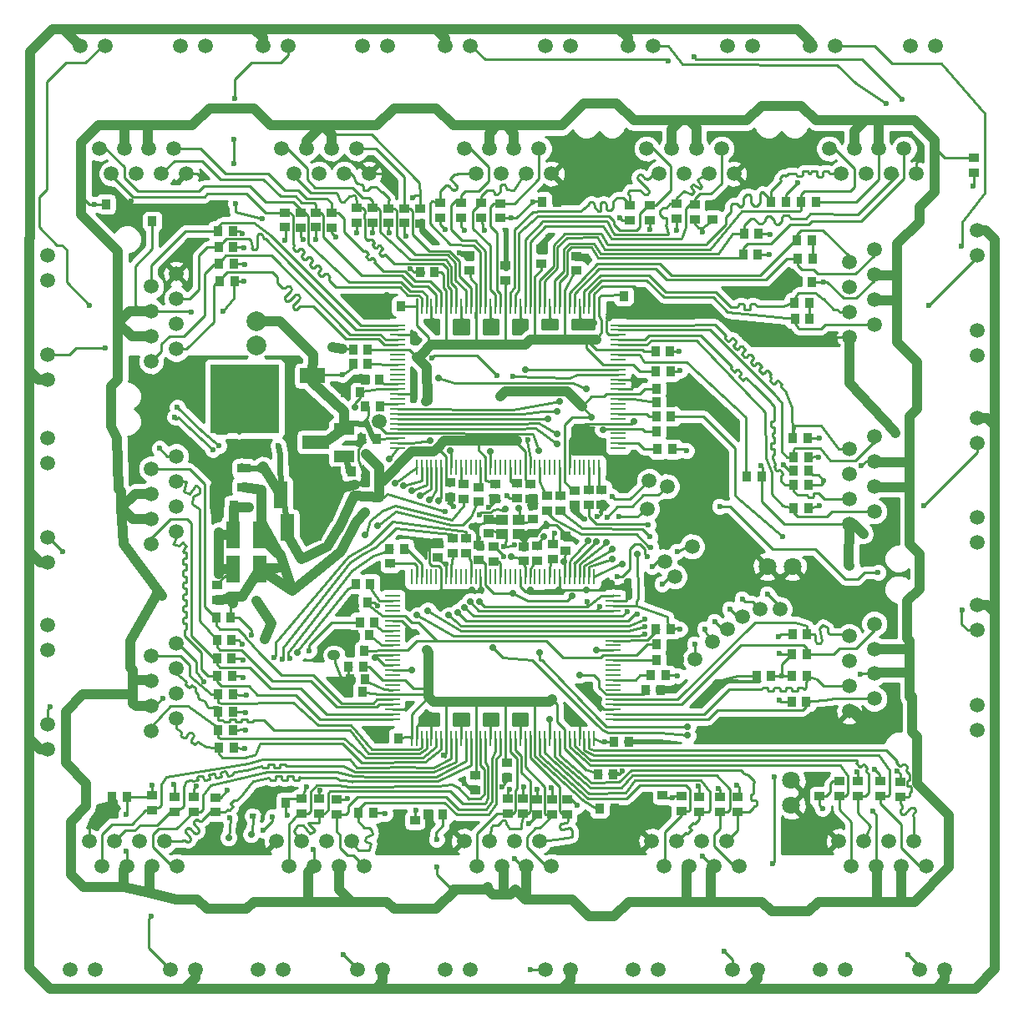
<source format=gtl>
G04 #@! TF.FileFunction,Copper,L1,Top,Signal*
%FSLAX46Y46*%
G04 Gerber Fmt 4.6, Leading zero omitted, Abs format (unit mm)*
G04 Created by KiCad (PCBNEW 4.0.6-e0-6349~53~ubuntu16.04.1) date Sat Apr 29 17:07:01 2017*
%MOMM*%
%LPD*%
G01*
G04 APERTURE LIST*
%ADD10C,0.150000*%
%ADD11R,1.397000X0.889000*%
%ADD12R,1.200000X1.100000*%
%ADD13R,0.889000X1.397000*%
%ADD14R,0.280000X1.500000*%
%ADD15R,1.500000X0.280000*%
%ADD16R,2.000000X1.250000*%
%ADD17C,2.000000*%
%ADD18R,2.500000X1.500000*%
%ADD19R,7.000000X7.000000*%
%ADD20C,0.500000*%
%ADD21C,1.800000*%
%ADD22C,1.500000*%
%ADD23R,0.899160X1.000760*%
%ADD24R,0.900000X1.000000*%
%ADD25R,1.000760X0.899160*%
%ADD26R,1.000000X0.900000*%
%ADD27R,1.350000X2.700000*%
%ADD28R,2.700000X1.350000*%
%ADD29C,0.600000*%
%ADD30C,0.700000*%
%ADD31C,0.250000*%
%ADD32C,1.000000*%
%ADD33C,0.600000*%
%ADD34C,0.400000*%
%ADD35C,0.254000*%
G04 APERTURE END LIST*
D10*
D11*
X108750000Y-100797500D03*
X108750000Y-102702500D03*
D12*
X134890000Y-107430000D03*
X136590000Y-107430000D03*
X134890000Y-106030000D03*
X136590000Y-106030000D03*
D13*
X105797500Y-104750000D03*
X107702500Y-104750000D03*
D14*
X144750000Y-84300000D03*
X144250000Y-84300000D03*
X143750000Y-84300000D03*
X143250000Y-84300000D03*
X142750000Y-84300000D03*
X142250000Y-84300000D03*
X141750000Y-84300000D03*
X141250000Y-84300000D03*
X140750000Y-84300000D03*
X140250000Y-84300000D03*
X139750000Y-84300000D03*
X139250000Y-84300000D03*
X138750000Y-84300000D03*
X138250000Y-84300000D03*
X137750000Y-84300000D03*
X137250000Y-84300000D03*
X136750000Y-84300000D03*
X136250000Y-84300000D03*
X135750000Y-84300000D03*
X135250000Y-84300000D03*
X134750000Y-84300000D03*
X134250000Y-84300000D03*
X133750000Y-84300000D03*
X133250000Y-84300000D03*
X132750000Y-84300000D03*
X132250000Y-84300000D03*
X131750000Y-84300000D03*
X131250000Y-84300000D03*
X130750000Y-84300000D03*
X130250000Y-84300000D03*
X129750000Y-84300000D03*
X129250000Y-84300000D03*
X128750000Y-84300000D03*
X128250000Y-84300000D03*
X127750000Y-84300000D03*
X127250000Y-84300000D03*
X126750000Y-84300000D03*
X126250000Y-84300000D03*
D15*
X124300000Y-86250000D03*
X124300000Y-86750000D03*
X124300000Y-87250000D03*
X124300000Y-87750000D03*
X124300000Y-88250000D03*
X124300000Y-88750000D03*
X124300000Y-89250000D03*
X124300000Y-89750000D03*
X124300000Y-90250000D03*
X124300000Y-90750000D03*
X124300000Y-91250000D03*
X124300000Y-91750000D03*
X124300000Y-92250000D03*
X124300000Y-92750000D03*
X124300000Y-93250000D03*
X124300000Y-93750000D03*
X124300000Y-94250000D03*
X124300000Y-94750000D03*
X124300000Y-95250000D03*
X124300000Y-95750000D03*
X124300000Y-96250000D03*
X124300000Y-96750000D03*
X124300000Y-97250000D03*
X124300000Y-97750000D03*
X124300000Y-98250000D03*
X124300000Y-98750000D03*
D14*
X126250000Y-100700000D03*
X126750000Y-100700000D03*
X127250000Y-100700000D03*
X127750000Y-100700000D03*
X128250000Y-100700000D03*
X128750000Y-100700000D03*
X129250000Y-100700000D03*
X129750000Y-100700000D03*
X130250000Y-100700000D03*
X130750000Y-100700000D03*
X131250000Y-100700000D03*
X131750000Y-100700000D03*
X132250000Y-100700000D03*
X132750000Y-100700000D03*
X133250000Y-100700000D03*
X133750000Y-100700000D03*
X134250000Y-100700000D03*
X134750000Y-100700000D03*
X135250000Y-100700000D03*
X135750000Y-100700000D03*
X136250000Y-100700000D03*
X136750000Y-100700000D03*
X137250000Y-100700000D03*
X137750000Y-100700000D03*
X138250000Y-100700000D03*
X138750000Y-100700000D03*
X139250000Y-100700000D03*
X139750000Y-100700000D03*
X140250000Y-100700000D03*
X140750000Y-100700000D03*
X141250000Y-100700000D03*
X141750000Y-100700000D03*
X142250000Y-100700000D03*
X142750000Y-100700000D03*
X143250000Y-100700000D03*
X143750000Y-100700000D03*
X144250000Y-100700000D03*
X144750000Y-100700000D03*
D15*
X146700000Y-98750000D03*
X146700000Y-98250000D03*
X146700000Y-97750000D03*
X146700000Y-97250000D03*
X146700000Y-96750000D03*
X146700000Y-96250000D03*
X146700000Y-95750000D03*
X146700000Y-95250000D03*
X146700000Y-94750000D03*
X146700000Y-94250000D03*
X146700000Y-93750000D03*
X146700000Y-93250000D03*
X146700000Y-92750000D03*
X146700000Y-92250000D03*
X146700000Y-91750000D03*
X146700000Y-91250000D03*
X146700000Y-90750000D03*
X146700000Y-90250000D03*
X146700000Y-89750000D03*
X146700000Y-89250000D03*
X146700000Y-88750000D03*
X146700000Y-88250000D03*
X146700000Y-87750000D03*
X146700000Y-87250000D03*
X146700000Y-86750000D03*
X146700000Y-86250000D03*
D14*
X125750000Y-128200000D03*
X126250000Y-128200000D03*
X126750000Y-128200000D03*
X127250000Y-128200000D03*
X127750000Y-128200000D03*
X128250000Y-128200000D03*
X128750000Y-128200000D03*
X129250000Y-128200000D03*
X129750000Y-128200000D03*
X130250000Y-128200000D03*
X130750000Y-128200000D03*
X131250000Y-128200000D03*
X131750000Y-128200000D03*
X132250000Y-128200000D03*
X132750000Y-128200000D03*
X133250000Y-128200000D03*
X133750000Y-128200000D03*
X134250000Y-128200000D03*
X134750000Y-128200000D03*
X135250000Y-128200000D03*
X135750000Y-128200000D03*
X136250000Y-128200000D03*
X136750000Y-128200000D03*
X137250000Y-128200000D03*
X137750000Y-128200000D03*
X138250000Y-128200000D03*
X138750000Y-128200000D03*
X139250000Y-128200000D03*
X139750000Y-128200000D03*
X140250000Y-128200000D03*
X140750000Y-128200000D03*
X141250000Y-128200000D03*
X141750000Y-128200000D03*
X142250000Y-128200000D03*
X142750000Y-128200000D03*
X143250000Y-128200000D03*
X143750000Y-128200000D03*
X144250000Y-128200000D03*
D15*
X146200000Y-126250000D03*
X146200000Y-125750000D03*
X146200000Y-125250000D03*
X146200000Y-124750000D03*
X146200000Y-124250000D03*
X146200000Y-123750000D03*
X146200000Y-123250000D03*
X146200000Y-122750000D03*
X146200000Y-122250000D03*
X146200000Y-121750000D03*
X146200000Y-121250000D03*
X146200000Y-120750000D03*
X146200000Y-120250000D03*
X146200000Y-119750000D03*
X146200000Y-119250000D03*
X146200000Y-118750000D03*
X146200000Y-118250000D03*
X146200000Y-117750000D03*
X146200000Y-117250000D03*
X146200000Y-116750000D03*
X146200000Y-116250000D03*
X146200000Y-115750000D03*
X146200000Y-115250000D03*
X146200000Y-114750000D03*
X146200000Y-114250000D03*
X146200000Y-113750000D03*
D14*
X144250000Y-111800000D03*
X143750000Y-111800000D03*
X143250000Y-111800000D03*
X142750000Y-111800000D03*
X142250000Y-111800000D03*
X141750000Y-111800000D03*
X141250000Y-111800000D03*
X140750000Y-111800000D03*
X140250000Y-111800000D03*
X139750000Y-111800000D03*
X139250000Y-111800000D03*
X138750000Y-111800000D03*
X138250000Y-111800000D03*
X137750000Y-111800000D03*
X137250000Y-111800000D03*
X136750000Y-111800000D03*
X136250000Y-111800000D03*
X135750000Y-111800000D03*
X135250000Y-111800000D03*
X134750000Y-111800000D03*
X134250000Y-111800000D03*
X133750000Y-111800000D03*
X133250000Y-111800000D03*
X132750000Y-111800000D03*
X132250000Y-111800000D03*
X131750000Y-111800000D03*
X131250000Y-111800000D03*
X130750000Y-111800000D03*
X130250000Y-111800000D03*
X129750000Y-111800000D03*
X129250000Y-111800000D03*
X128750000Y-111800000D03*
X128250000Y-111800000D03*
X127750000Y-111800000D03*
X127250000Y-111800000D03*
X126750000Y-111800000D03*
X126250000Y-111800000D03*
X125750000Y-111800000D03*
D15*
X123800000Y-113750000D03*
X123800000Y-114250000D03*
X123800000Y-114750000D03*
X123800000Y-115250000D03*
X123800000Y-115750000D03*
X123800000Y-116250000D03*
X123800000Y-116750000D03*
X123800000Y-117250000D03*
X123800000Y-117750000D03*
X123800000Y-118250000D03*
X123800000Y-118750000D03*
X123800000Y-119250000D03*
X123800000Y-119750000D03*
X123800000Y-120250000D03*
X123800000Y-120750000D03*
X123800000Y-121250000D03*
X123800000Y-121750000D03*
X123800000Y-122250000D03*
X123800000Y-122750000D03*
X123800000Y-123250000D03*
X123800000Y-123750000D03*
X123800000Y-124250000D03*
X123800000Y-124750000D03*
X123800000Y-125250000D03*
X123800000Y-125750000D03*
X123800000Y-126250000D03*
D16*
X118900000Y-96825000D03*
X118900000Y-99575000D03*
D17*
X110000000Y-88350000D03*
X110000000Y-85850000D03*
D18*
X115650000Y-96000000D03*
X115650000Y-91400000D03*
D19*
X108800000Y-93700000D03*
D20*
X106300000Y-91200000D03*
X107300000Y-91200000D03*
X108300000Y-91200000D03*
X109300000Y-91200000D03*
X110300000Y-91200000D03*
X111300000Y-91200000D03*
X106300000Y-92200000D03*
X107300000Y-92200000D03*
X108300000Y-92200000D03*
X109300000Y-92200000D03*
X110300000Y-92200000D03*
X111300000Y-92200000D03*
X111300000Y-93200000D03*
X110300000Y-93200000D03*
X109300000Y-93200000D03*
X108300000Y-93200000D03*
X107300000Y-93200000D03*
X106300000Y-93200000D03*
X106300000Y-94200000D03*
X107300000Y-94200000D03*
X108300000Y-94200000D03*
X109300000Y-94200000D03*
X110300000Y-94200000D03*
X111300000Y-94200000D03*
X111300000Y-95200000D03*
X110300000Y-95200000D03*
X109300000Y-95200000D03*
X108300000Y-95200000D03*
X107300000Y-95200000D03*
X106300000Y-95200000D03*
X106300000Y-96200000D03*
X107300000Y-96200000D03*
X108300000Y-96200000D03*
X109300000Y-96200000D03*
X110300000Y-96200000D03*
X111300000Y-96200000D03*
D21*
X164240000Y-132430160D03*
X164240000Y-134970160D03*
X161808160Y-110744000D03*
X164348160Y-110744000D03*
D22*
X163068000Y-115062000D03*
X161036000Y-115062000D03*
X159258000Y-115824000D03*
X157734000Y-117094000D03*
X156210000Y-118364000D03*
X154432000Y-120142000D03*
X152400000Y-111760000D03*
X122428000Y-96012000D03*
X151638000Y-102616000D03*
X149840000Y-102070000D03*
X149606000Y-104902000D03*
X154178000Y-108712000D03*
X151384000Y-110236000D03*
X183110000Y-127325000D03*
X183110000Y-124785000D03*
X183110000Y-117215000D03*
X183110000Y-114675000D03*
X172650000Y-116560000D03*
X172650000Y-121630000D03*
X172650000Y-119100000D03*
X172650000Y-124170000D03*
X170110000Y-117820000D03*
X170110000Y-122900000D03*
X170110000Y-120360000D03*
X170110000Y-125440000D03*
X167175000Y-151610000D03*
X169715000Y-151610000D03*
X177285000Y-151610000D03*
X179825000Y-151610000D03*
X177940000Y-141150000D03*
X172870000Y-141150000D03*
X175400000Y-141150000D03*
X170330000Y-141150000D03*
X176680000Y-138610000D03*
X171600000Y-138610000D03*
X174140000Y-138610000D03*
X169060000Y-138610000D03*
X148175000Y-151610000D03*
X150715000Y-151610000D03*
X158285000Y-151610000D03*
X160825000Y-151610000D03*
X158940000Y-141150000D03*
X153870000Y-141150000D03*
X156400000Y-141150000D03*
X151330000Y-141150000D03*
X157680000Y-138610000D03*
X152600000Y-138610000D03*
X155140000Y-138610000D03*
X150060000Y-138610000D03*
X129175000Y-151610000D03*
X131715000Y-151610000D03*
X139285000Y-151610000D03*
X141825000Y-151610000D03*
X139940000Y-141150000D03*
X134870000Y-141150000D03*
X137400000Y-141150000D03*
X132330000Y-141150000D03*
X138680000Y-138610000D03*
X133600000Y-138610000D03*
X136140000Y-138610000D03*
X131060000Y-138610000D03*
X110175000Y-151610000D03*
X112715000Y-151610000D03*
X120285000Y-151610000D03*
X122825000Y-151610000D03*
X120940000Y-141150000D03*
X115870000Y-141150000D03*
X118400000Y-141150000D03*
X113330000Y-141150000D03*
X119680000Y-138610000D03*
X114600000Y-138610000D03*
X117140000Y-138610000D03*
X112060000Y-138610000D03*
X91175000Y-151610000D03*
X93715000Y-151610000D03*
X101285000Y-151610000D03*
X103825000Y-151610000D03*
X101940000Y-141150000D03*
X96870000Y-141150000D03*
X99400000Y-141150000D03*
X94330000Y-141150000D03*
X100680000Y-138610000D03*
X95600000Y-138610000D03*
X98140000Y-138610000D03*
X93060000Y-138610000D03*
X88890000Y-116675000D03*
X88890000Y-119215000D03*
X88890000Y-126785000D03*
X88890000Y-129325000D03*
X99350000Y-127440000D03*
X99350000Y-122370000D03*
X99350000Y-124900000D03*
X99350000Y-119830000D03*
X101890000Y-126180000D03*
X101890000Y-121100000D03*
X101890000Y-123640000D03*
X101890000Y-118560000D03*
X88890000Y-97675000D03*
X88890000Y-100215000D03*
X88890000Y-107785000D03*
X88890000Y-110325000D03*
X99350000Y-108440000D03*
X99350000Y-103370000D03*
X99350000Y-105900000D03*
X99350000Y-100830000D03*
X101890000Y-107180000D03*
X101890000Y-102100000D03*
X101890000Y-104640000D03*
X101890000Y-99560000D03*
X88890000Y-79175000D03*
X88890000Y-81715000D03*
X88890000Y-89285000D03*
X88890000Y-91825000D03*
X99350000Y-89940000D03*
X99350000Y-84870000D03*
X99350000Y-87400000D03*
X99350000Y-82330000D03*
X101890000Y-88680000D03*
X101890000Y-83600000D03*
X101890000Y-86140000D03*
X101890000Y-81060000D03*
X104825000Y-57890000D03*
X102285000Y-57890000D03*
X94715000Y-57890000D03*
X92175000Y-57890000D03*
X94060000Y-68350000D03*
X99130000Y-68350000D03*
X96600000Y-68350000D03*
X101670000Y-68350000D03*
X95320000Y-70890000D03*
X100400000Y-70890000D03*
X97860000Y-70890000D03*
X102940000Y-70890000D03*
X123325000Y-57890000D03*
X120785000Y-57890000D03*
X113215000Y-57890000D03*
X110675000Y-57890000D03*
X112560000Y-68350000D03*
X117630000Y-68350000D03*
X115100000Y-68350000D03*
X120170000Y-68350000D03*
X113820000Y-70890000D03*
X118900000Y-70890000D03*
X116360000Y-70890000D03*
X121440000Y-70890000D03*
X141825000Y-57890000D03*
X139285000Y-57890000D03*
X131715000Y-57890000D03*
X129175000Y-57890000D03*
X131060000Y-68350000D03*
X136130000Y-68350000D03*
X133600000Y-68350000D03*
X138670000Y-68350000D03*
X132320000Y-70890000D03*
X137400000Y-70890000D03*
X134860000Y-70890000D03*
X139940000Y-70890000D03*
X160325000Y-57890000D03*
X157785000Y-57890000D03*
X150215000Y-57890000D03*
X147675000Y-57890000D03*
X149560000Y-68350000D03*
X154630000Y-68350000D03*
X152100000Y-68350000D03*
X157170000Y-68350000D03*
X150820000Y-70890000D03*
X155900000Y-70890000D03*
X153360000Y-70890000D03*
X158440000Y-70890000D03*
X178825000Y-57890000D03*
X176285000Y-57890000D03*
X168715000Y-57890000D03*
X166175000Y-57890000D03*
X168060000Y-68350000D03*
X173130000Y-68350000D03*
X170600000Y-68350000D03*
X175670000Y-68350000D03*
X169320000Y-70890000D03*
X174400000Y-70890000D03*
X171860000Y-70890000D03*
X176940000Y-70890000D03*
X183110000Y-89325000D03*
X183110000Y-86785000D03*
X183110000Y-79215000D03*
X183110000Y-76675000D03*
X172650000Y-78560000D03*
X172650000Y-83630000D03*
X172650000Y-81100000D03*
X172650000Y-86170000D03*
X170110000Y-79820000D03*
X170110000Y-84900000D03*
X170110000Y-82360000D03*
X170110000Y-87440000D03*
X183110000Y-108325000D03*
X183110000Y-105785000D03*
X183110000Y-98215000D03*
X183110000Y-95675000D03*
X172650000Y-97560000D03*
X172650000Y-102630000D03*
X172650000Y-100100000D03*
X172650000Y-105170000D03*
X170110000Y-98820000D03*
X170110000Y-103900000D03*
X170110000Y-101360000D03*
X170110000Y-106440000D03*
D23*
X160698160Y-121870000D03*
D24*
X162201840Y-121870000D03*
D25*
X167100000Y-132548160D03*
D26*
X167100000Y-134051840D03*
D25*
X151200000Y-135451840D03*
D26*
X151200000Y-133948160D03*
D25*
X138500000Y-134398160D03*
D26*
X138500000Y-135901840D03*
D23*
X127418160Y-135900000D03*
D24*
X128921840Y-135900000D03*
D23*
X95358160Y-134140000D03*
D24*
X96861840Y-134140000D03*
D23*
X111488160Y-134700000D03*
D24*
X112991840Y-134700000D03*
D25*
X106010000Y-112618160D03*
D26*
X106010000Y-114121840D03*
D23*
X100971840Y-75710000D03*
D24*
X99468160Y-75710000D03*
D23*
X96281840Y-73970000D03*
D24*
X94778160Y-73970000D03*
D25*
X126610000Y-75961840D03*
D26*
X126610000Y-74458160D03*
D23*
X140511840Y-73760000D03*
D24*
X139008160Y-73760000D03*
D25*
X156240000Y-74048160D03*
D26*
X156240000Y-75551840D03*
D23*
X164448160Y-101050000D03*
D24*
X165951840Y-101050000D03*
D25*
X133590000Y-105898160D03*
D26*
X133590000Y-107401840D03*
D25*
X138060000Y-105898160D03*
D26*
X138060000Y-107401840D03*
D23*
X119238160Y-123490000D03*
D24*
X120741840Y-123490000D03*
D23*
X151001840Y-123250000D03*
D24*
X149498160Y-123250000D03*
D23*
X119348160Y-120940000D03*
D24*
X120851840Y-120940000D03*
D23*
X147751840Y-128500000D03*
D24*
X146248160Y-128500000D03*
D23*
X119428160Y-119320000D03*
D24*
X120931840Y-119320000D03*
D23*
X146151840Y-131800000D03*
D24*
X144648160Y-131800000D03*
D23*
X119798160Y-114400000D03*
D24*
X121301840Y-114400000D03*
D23*
X146301840Y-135300000D03*
D24*
X144798160Y-135300000D03*
D25*
X128360000Y-108288160D03*
D26*
X128360000Y-109791840D03*
D25*
X135400000Y-132151840D03*
D26*
X135400000Y-130648160D03*
D25*
X132540000Y-108548160D03*
D26*
X132540000Y-110051840D03*
D25*
X132220000Y-133461840D03*
D26*
X132220000Y-131958160D03*
D25*
X137100000Y-108698160D03*
D26*
X137100000Y-110201840D03*
D25*
X126090000Y-137991840D03*
D26*
X126090000Y-136488160D03*
D25*
X141310000Y-107608160D03*
D26*
X141310000Y-109111840D03*
D23*
X122888160Y-128170000D03*
D24*
X124391840Y-128170000D03*
D23*
X152071840Y-118610000D03*
D24*
X150568160Y-118610000D03*
D23*
X151951840Y-88950000D03*
D24*
X150448160Y-88950000D03*
D25*
X182790000Y-70781840D03*
D26*
X182790000Y-69278160D03*
D23*
X119808160Y-88780000D03*
D24*
X121311840Y-88780000D03*
D23*
X152001840Y-90975000D03*
D24*
X150498160Y-90975000D03*
D23*
X123168160Y-84340000D03*
D24*
X124671840Y-84340000D03*
D23*
X152051840Y-92700000D03*
D24*
X150548160Y-92700000D03*
D23*
X152051840Y-97000000D03*
D24*
X150548160Y-97000000D03*
D25*
X131620000Y-79158160D03*
D26*
X131620000Y-80661840D03*
D25*
X142250000Y-104521840D03*
D26*
X142250000Y-103018160D03*
D25*
X135290000Y-80228160D03*
D26*
X135290000Y-81731840D03*
D25*
X137820000Y-103881840D03*
D26*
X137820000Y-102378160D03*
D25*
X138870000Y-78478160D03*
D26*
X138870000Y-79981840D03*
D25*
X134230000Y-103891840D03*
D26*
X134230000Y-102388160D03*
D25*
X142475000Y-79223160D03*
D26*
X142475000Y-80726840D03*
D25*
X129680000Y-103731840D03*
D26*
X129680000Y-102228160D03*
D23*
X148751840Y-83300000D03*
D24*
X147248160Y-83300000D03*
D23*
X118988160Y-93070000D03*
D24*
X120491840Y-93070000D03*
D23*
X164823160Y-81900000D03*
D24*
X166326840Y-81900000D03*
D23*
X120688160Y-97780000D03*
D24*
X122191840Y-97780000D03*
D23*
X126578160Y-80900000D03*
D24*
X128081840Y-80900000D03*
D23*
X122561840Y-94510000D03*
X121058160Y-94510000D03*
X121311840Y-90210000D03*
X119808160Y-90210000D03*
X150548160Y-94100000D03*
X152051840Y-94100000D03*
X150518160Y-117090000D03*
X152021840Y-117090000D03*
X149998160Y-121800000D03*
X151501840Y-121800000D03*
X121451840Y-117710000D03*
X119948160Y-117710000D03*
X165771840Y-124430000D03*
X164268160Y-124430000D03*
X164278160Y-121820000D03*
X165781840Y-121820000D03*
X165841840Y-117580000D03*
X164338160Y-117580000D03*
X164278160Y-119660000D03*
X165781840Y-119660000D03*
D25*
X169100000Y-134051840D03*
X169100000Y-132548160D03*
X171000000Y-132548160D03*
X171000000Y-134051840D03*
X175260000Y-134101840D03*
X175260000Y-132598160D03*
X173300000Y-132548160D03*
X173300000Y-134051840D03*
X153100000Y-135551840D03*
X153100000Y-134048160D03*
X154900000Y-134148160D03*
X154900000Y-135651840D03*
X158800000Y-135651840D03*
X158800000Y-134148160D03*
X157000000Y-134148160D03*
X157000000Y-135651840D03*
X135500000Y-135801840D03*
X135500000Y-134298160D03*
X137000000Y-134298160D03*
X137000000Y-135801840D03*
X141500000Y-135901840D03*
X141500000Y-134398160D03*
X140000000Y-134398160D03*
X140000000Y-135901840D03*
X114610000Y-135801840D03*
X114610000Y-134298160D03*
X116350000Y-134318160D03*
X116350000Y-135821840D03*
D23*
X120328160Y-135770000D03*
X121831840Y-135770000D03*
D25*
X118160000Y-134378160D03*
X118160000Y-135881840D03*
X99430000Y-135491840D03*
X99430000Y-133988160D03*
X101710000Y-134108160D03*
X101710000Y-135611840D03*
X105860000Y-135671840D03*
X105860000Y-134168160D03*
X103680000Y-134108160D03*
X103680000Y-135611840D03*
D23*
X106138160Y-123750000D03*
X107641840Y-123750000D03*
X107611840Y-125490000D03*
X106108160Y-125490000D03*
X106188160Y-129170000D03*
X107691840Y-129170000D03*
X107651840Y-127380000D03*
X106148160Y-127380000D03*
X120478160Y-116400000D03*
X121981840Y-116400000D03*
X120068160Y-112510000D03*
X121571840Y-112510000D03*
X123488160Y-108950000D03*
X124991840Y-108950000D03*
D25*
X129940000Y-107888160D03*
X129940000Y-109391840D03*
X131260000Y-107908160D03*
X131260000Y-109411840D03*
X134090000Y-108718160D03*
X134090000Y-110221840D03*
X138440000Y-108678160D03*
X138440000Y-110181840D03*
X140060000Y-108478160D03*
X140060000Y-109981840D03*
D23*
X105928160Y-115880000D03*
X107431840Y-115880000D03*
X107521840Y-118190000D03*
X106018160Y-118190000D03*
X106038160Y-121810000D03*
X107541840Y-121810000D03*
X107521840Y-120040000D03*
X106018160Y-120040000D03*
X106108160Y-76710000D03*
X107611840Y-76710000D03*
X107671840Y-78310000D03*
X106168160Y-78310000D03*
X106278160Y-81790000D03*
X107781840Y-81790000D03*
X107731840Y-80060000D03*
X106228160Y-80060000D03*
D25*
X117630000Y-74848160D03*
X117630000Y-76351840D03*
X116070000Y-76331840D03*
X116070000Y-74828160D03*
X112900000Y-74828160D03*
X112900000Y-76331840D03*
X114510000Y-76341840D03*
X114510000Y-74838160D03*
X125010000Y-74398160D03*
X125010000Y-75901840D03*
X123410000Y-75901840D03*
X123410000Y-74398160D03*
X120180000Y-74348160D03*
X120180000Y-75851840D03*
X121750000Y-75871840D03*
X121750000Y-74368160D03*
X134760000Y-73888160D03*
X134760000Y-75391840D03*
X132760000Y-75371840D03*
X132760000Y-73868160D03*
X128670000Y-73848160D03*
X128670000Y-75351840D03*
X130770000Y-75371840D03*
X130770000Y-73868160D03*
X154440000Y-74018160D03*
X154440000Y-75521840D03*
X152610000Y-75471840D03*
X152610000Y-73968160D03*
X147830000Y-74128160D03*
X147830000Y-75631840D03*
X149900000Y-75611840D03*
X149900000Y-74108160D03*
D23*
X159348160Y-79050000D03*
X160851840Y-79050000D03*
X160926840Y-76975000D03*
X159423160Y-76975000D03*
X152201840Y-98825000D03*
X150698160Y-98825000D03*
X162198160Y-73750000D03*
X163701840Y-73750000D03*
D25*
X143750000Y-104501840D03*
X143750000Y-102998160D03*
D23*
X166726840Y-73775000D03*
X165223160Y-73775000D03*
D25*
X140830000Y-105071840D03*
X140830000Y-103568160D03*
X145000000Y-104501840D03*
X145000000Y-102998160D03*
X139490000Y-105071840D03*
X139490000Y-103568160D03*
D23*
X120998160Y-91750000D03*
X122501840Y-91750000D03*
D25*
X136450000Y-103821840D03*
X136450000Y-102318160D03*
X123580000Y-111931840D03*
X123580000Y-110428160D03*
X132540000Y-104181840D03*
X132540000Y-102678160D03*
D23*
X152071840Y-120280000D03*
X150568160Y-120280000D03*
D25*
X130980000Y-103871840D03*
X130980000Y-102368160D03*
D23*
X164598160Y-85600000D03*
X166101840Y-85600000D03*
X166051840Y-84000000D03*
X164548160Y-84000000D03*
X164798160Y-77650000D03*
X166301840Y-77650000D03*
X166376840Y-79525000D03*
X164873160Y-79525000D03*
X164448160Y-104840000D03*
X165951840Y-104840000D03*
X165951840Y-102500000D03*
X164448160Y-102500000D03*
X164398160Y-97725000D03*
X165901840Y-97725000D03*
X165951840Y-99650000D03*
X164448160Y-99650000D03*
X118158160Y-101130000D03*
X119661840Y-101130000D03*
X152051840Y-95500000D03*
X150548160Y-95500000D03*
X161251840Y-101650000D03*
X159748160Y-101650000D03*
X119518160Y-122220000D03*
X121021840Y-122220000D03*
D27*
X110375000Y-107500000D03*
X107625000Y-107500000D03*
X113185000Y-106800000D03*
X115935000Y-106800000D03*
X110375000Y-111000000D03*
X107625000Y-111000000D03*
X112485000Y-103460000D03*
X115235000Y-103460000D03*
D28*
X116000000Y-98125000D03*
X116000000Y-100875000D03*
D29*
X144526000Y-105664000D03*
X143256000Y-105918000D03*
X148610000Y-92110000D03*
X118730000Y-118030000D03*
X122410000Y-110700000D03*
X118070000Y-92400000D03*
X137910000Y-104820000D03*
D30*
X122000000Y-119990000D03*
D29*
X139380000Y-106520000D03*
X133560000Y-104710000D03*
X129970000Y-104650000D03*
X137570000Y-97890000D03*
X153400000Y-93800000D03*
X155390000Y-97760000D03*
X115800000Y-94400000D03*
D30*
X125750000Y-117500000D03*
X126000000Y-93250000D03*
X120900000Y-101560000D03*
X133700000Y-99100000D03*
X120060000Y-114760000D03*
X131900000Y-113100000D03*
X129700000Y-99000000D03*
X132800000Y-113100000D03*
X137800000Y-113100000D03*
X140700000Y-113100000D03*
X143500000Y-113150000D03*
X146010000Y-112430000D03*
X127600000Y-98000000D03*
X153162000Y-118618000D03*
X147574000Y-112268000D03*
X144500000Y-119250000D03*
X119970000Y-102430000D03*
X117250000Y-105000000D03*
X114000000Y-100450000D03*
X131840000Y-106710000D03*
X148250000Y-96000000D03*
X105750000Y-102750000D03*
D29*
X135080000Y-108710000D03*
X136160000Y-108590000D03*
X136010000Y-91430000D03*
X163322000Y-107696000D03*
X177650000Y-104600000D03*
D30*
X125750000Y-121250000D03*
X137240000Y-90810000D03*
X136630000Y-104870000D03*
D29*
X152680000Y-121810000D03*
X152908000Y-117094000D03*
X87100000Y-77400000D03*
X118720000Y-91250000D03*
D30*
X128500000Y-91600000D03*
X143500000Y-92750000D03*
X148590000Y-109474000D03*
X119990000Y-94590000D03*
X121100000Y-99300000D03*
D29*
X122260000Y-114740000D03*
X129220000Y-110510000D03*
D30*
X135220000Y-104890000D03*
D29*
X132590000Y-105540000D03*
X129140000Y-105200000D03*
X112251840Y-98500000D03*
D30*
X134750000Y-98000000D03*
X134750000Y-93500000D03*
X136000000Y-113500000D03*
X141190000Y-110280000D03*
X142000000Y-113750000D03*
X118300000Y-106900000D03*
X135850000Y-109710000D03*
X144000000Y-95600000D03*
X145160000Y-96840000D03*
X114600000Y-110000000D03*
X110500000Y-100750000D03*
D29*
X167550000Y-102000000D03*
X142520000Y-135010000D03*
X139890000Y-133200000D03*
X137600000Y-136870000D03*
X136170000Y-140410000D03*
X135660000Y-133400000D03*
X137100000Y-133150000D03*
X158700000Y-132900000D03*
X156850000Y-133250000D03*
X152150000Y-134250000D03*
X154800000Y-133000000D03*
X155200000Y-140100000D03*
X167400000Y-135300000D03*
X170900000Y-131600000D03*
X175000000Y-131500000D03*
X172700000Y-131300000D03*
X172500000Y-135600000D03*
X145300000Y-128500000D03*
X163020000Y-124310000D03*
X162970000Y-117840000D03*
X163030000Y-119600000D03*
X171260000Y-121640000D03*
X163310000Y-121840000D03*
X123070000Y-135850000D03*
X119260000Y-134310000D03*
X116490000Y-133480000D03*
X115090000Y-133140000D03*
X113160000Y-135980000D03*
X115800000Y-139500000D03*
X107060000Y-133470000D03*
X103920000Y-133030000D03*
X101650000Y-132880000D03*
X99470000Y-132910000D03*
X96790000Y-135930000D03*
X96770000Y-139600000D03*
X126150000Y-135470000D03*
X129020000Y-129920000D03*
X108850000Y-129210000D03*
X108940000Y-127310000D03*
X108950000Y-125550000D03*
X109010000Y-123810000D03*
X100500000Y-124130000D03*
X108640000Y-121980000D03*
X108640000Y-120230000D03*
X108620000Y-118600000D03*
X109530000Y-117730000D03*
X99890000Y-113600000D03*
X107680000Y-114500000D03*
X108590000Y-76980000D03*
X108720000Y-78410000D03*
X108800000Y-80100000D03*
X108770000Y-81790000D03*
X106660000Y-84860000D03*
X103430000Y-84920000D03*
X118050000Y-77340000D03*
X116050000Y-77530000D03*
X114750000Y-77560000D03*
X112880000Y-77650000D03*
X93590000Y-74020000D03*
X120190000Y-76900000D03*
X121830000Y-76920000D03*
X123510000Y-76870000D03*
X125870000Y-73310000D03*
X125200000Y-77210000D03*
X129150000Y-76590000D03*
X131090000Y-76650000D03*
X133170000Y-76650000D03*
X135810000Y-75400000D03*
X140780000Y-66000000D03*
X138010000Y-73760000D03*
X146810000Y-75350000D03*
X149900000Y-76520000D03*
X152600000Y-76600000D03*
X170610000Y-66670000D03*
X164860000Y-71850000D03*
X155190000Y-76810000D03*
X162090000Y-77030000D03*
X162010000Y-79090000D03*
X167550000Y-81900000D03*
X167050000Y-104600000D03*
X171350000Y-100550000D03*
X167050000Y-97700000D03*
X167000000Y-99650000D03*
D30*
X110500000Y-103000000D03*
X112250000Y-109300000D03*
X121000000Y-105250000D03*
X127250000Y-119250000D03*
X113700000Y-113200000D03*
D29*
X128270000Y-138430000D03*
X128270000Y-141224000D03*
D30*
X127000000Y-89000000D03*
X127240000Y-94000000D03*
X126250000Y-89500000D03*
X144500000Y-87750000D03*
X101854000Y-144526000D03*
X112850000Y-110850000D03*
X142750000Y-121750000D03*
X140000000Y-124250000D03*
D29*
X177430000Y-69250000D03*
X182660000Y-72160000D03*
X152960000Y-90820000D03*
X104530000Y-71380000D03*
X123460000Y-71570000D03*
X100190000Y-98770000D03*
X93760000Y-136360000D03*
X113630000Y-133330000D03*
X138470000Y-133380000D03*
X147780000Y-135500000D03*
X166160000Y-132480000D03*
X129890000Y-137650000D03*
X134900000Y-133100000D03*
X131120000Y-132790000D03*
X148700000Y-128500000D03*
X147100000Y-131500000D03*
X156440000Y-123180000D03*
X94340000Y-135620000D03*
X104710000Y-122400000D03*
X110870000Y-118080000D03*
X102530000Y-79130000D03*
X101090000Y-76810000D03*
X97320000Y-73700000D03*
X125640000Y-80560000D03*
X135300000Y-79190000D03*
X130560000Y-78890000D03*
X127520000Y-77370000D03*
X143020000Y-73060000D03*
X139540000Y-77330000D03*
X157420000Y-73330000D03*
X167250000Y-88010000D03*
X163450000Y-82420000D03*
X143570000Y-79480000D03*
X174830000Y-97230000D03*
X171575000Y-107450000D03*
X163450000Y-100450000D03*
X161170000Y-100550000D03*
X152875000Y-88900000D03*
X153400000Y-85025000D03*
X172250000Y-127050000D03*
X170175000Y-110700000D03*
D30*
X126000000Y-87250000D03*
X122180000Y-84430000D03*
X123250000Y-83250000D03*
X127800000Y-86200000D03*
X133800000Y-86400000D03*
X136800000Y-86000000D03*
X142750000Y-86000000D03*
X144250000Y-86000000D03*
X145750000Y-85500000D03*
X139750000Y-86000000D03*
X117750000Y-88480000D03*
X118780000Y-88640000D03*
X109250000Y-104750000D03*
X106250000Y-107500000D03*
X106250000Y-111000000D03*
X144750000Y-124250000D03*
X110000000Y-114250000D03*
X121700000Y-127490000D03*
X130750000Y-126250000D03*
X127750000Y-126250000D03*
X142750000Y-126500000D03*
X139750000Y-126250000D03*
X133750000Y-126500000D03*
X136750000Y-126250000D03*
X126750000Y-126250000D03*
X125500000Y-124750000D03*
X118000000Y-119750000D03*
X152220000Y-123250000D03*
X130750000Y-86350000D03*
D29*
X178150000Y-84275000D03*
X153625000Y-99000000D03*
X154432000Y-118618000D03*
X149352000Y-117602000D03*
D30*
X126300000Y-115700000D03*
X124100000Y-102260000D03*
D29*
X155448000Y-117094000D03*
X149352000Y-116840000D03*
D30*
X127390000Y-115230000D03*
X124950000Y-102580000D03*
D29*
X156464000Y-116332000D03*
X149352000Y-116078000D03*
D30*
X125780000Y-103060000D03*
X129500000Y-115700000D03*
D29*
X157988000Y-115062000D03*
X148590000Y-115570000D03*
D30*
X126630000Y-103560000D03*
X130400000Y-115400000D03*
D29*
X159258000Y-114046000D03*
X147574000Y-115316000D03*
D30*
X127540000Y-103950000D03*
X131100000Y-114900000D03*
D29*
X161798000Y-113538000D03*
X144780000Y-114808000D03*
D30*
X131700000Y-114300000D03*
X128470000Y-104100000D03*
D29*
X151130000Y-112522000D03*
X143510000Y-114300000D03*
D30*
X123500000Y-99800000D03*
X132600000Y-114300000D03*
D29*
X150114000Y-110744000D03*
D30*
X140750000Y-94000000D03*
X147066000Y-110490000D03*
D29*
X152654000Y-109220000D03*
D30*
X140500000Y-95000000D03*
X146050000Y-109982000D03*
D29*
X146763964Y-105664383D03*
D30*
X146110000Y-108980000D03*
X139600000Y-95800000D03*
D29*
X146050000Y-103632000D03*
D30*
X140462000Y-97282000D03*
X145480000Y-108330000D03*
D29*
X145580000Y-105800000D03*
D30*
X140500000Y-98270000D03*
X144510000Y-108220000D03*
X143620000Y-108140000D03*
X138610000Y-98970000D03*
D29*
X101750000Y-95580000D03*
X105600000Y-98900000D03*
D30*
X121000000Y-107500000D03*
D29*
X94680000Y-88540000D03*
X93100000Y-84230000D03*
X102000000Y-94600000D03*
X106200000Y-98500000D03*
D30*
X122300000Y-106600000D03*
D29*
X107760000Y-69890000D03*
X107730000Y-67380000D03*
X107820000Y-63220000D03*
X134380000Y-91340000D03*
X127830000Y-89580000D03*
X110610000Y-75420000D03*
X135460000Y-103570000D03*
X107920000Y-73940000D03*
X151750000Y-59470000D03*
X154380000Y-59060000D03*
X175460000Y-63340000D03*
X149990000Y-108780000D03*
X173890000Y-63740000D03*
X149870000Y-107750000D03*
X149700000Y-106520000D03*
X181440000Y-78230000D03*
X115320000Y-119280000D03*
X90390000Y-109250000D03*
D30*
X107188000Y-138250000D03*
D29*
X107320000Y-136270000D03*
X137790000Y-151690000D03*
X111800000Y-120000000D03*
X118830000Y-150090000D03*
X109610000Y-136060000D03*
X112630000Y-120120000D03*
D30*
X109474000Y-137922000D03*
D29*
X113370000Y-120090000D03*
X111620000Y-136140000D03*
X99350000Y-146270000D03*
X110700000Y-137500000D03*
X89130000Y-125000000D03*
D30*
X114200000Y-119460000D03*
D29*
X149641859Y-109769835D03*
X146558000Y-111760000D03*
X173050000Y-111340000D03*
X181540000Y-115130000D03*
X156972000Y-104648000D03*
X140210000Y-107340000D03*
X176050000Y-150090000D03*
D30*
X138750000Y-119500000D03*
X153700000Y-127050000D03*
X139170000Y-107720000D03*
D29*
X162500000Y-132070000D03*
X162340000Y-140860000D03*
X157460000Y-149820000D03*
X135120000Y-109730000D03*
D30*
X153700000Y-127900000D03*
X134000000Y-119000000D03*
D31*
X145000000Y-104501840D02*
X145000000Y-105444000D01*
X145000000Y-105444000D02*
X144526000Y-105664000D01*
X142250000Y-104521840D02*
X142250000Y-104912000D01*
X142250000Y-104912000D02*
X143256000Y-105918000D01*
X146700000Y-92750000D02*
X147970000Y-92750000D01*
X147970000Y-92750000D02*
X148610000Y-92110000D01*
X119428160Y-119320000D02*
X119428160Y-118728160D01*
X119428160Y-118728160D02*
X118730000Y-118030000D01*
X123580000Y-111931840D02*
X123491840Y-112501840D01*
X122410000Y-111420000D02*
X122410000Y-110700000D01*
X123491840Y-112501840D02*
X122410000Y-111420000D01*
X118988160Y-93070000D02*
X118740000Y-93070000D01*
X118740000Y-93070000D02*
X118070000Y-92400000D01*
X120998160Y-91750000D02*
X119620000Y-91750000D01*
X118988160Y-92381840D02*
X118988160Y-93070000D01*
X119620000Y-91750000D02*
X118988160Y-92381840D01*
X137820000Y-103881840D02*
X137820000Y-104730000D01*
X137820000Y-104730000D02*
X137910000Y-104820000D01*
X141310000Y-107608160D02*
X141310000Y-107440000D01*
X141310000Y-107440000D02*
X140390000Y-106520000D01*
X140390000Y-106520000D02*
X139380000Y-106520000D01*
X123800000Y-119750000D02*
X122240000Y-119750000D01*
X122250000Y-120000000D02*
X122000000Y-119990000D01*
X123000000Y-120750000D02*
X122250000Y-120000000D01*
X123000000Y-120750000D02*
X123800000Y-120750000D01*
X122240000Y-119750000D02*
X122000000Y-119990000D01*
X138060000Y-107401840D02*
X138288160Y-107401840D01*
X138288160Y-107401840D02*
X139170000Y-106520000D01*
X139170000Y-106520000D02*
X139380000Y-106520000D01*
X132540000Y-108548160D02*
X132540000Y-108120000D01*
X132540000Y-108120000D02*
X132600000Y-107830000D01*
X132600000Y-107830000D02*
X131840000Y-106710000D01*
X134890000Y-106030000D02*
X133641840Y-105950000D01*
X133641840Y-105950000D02*
X133590000Y-105898160D01*
X134230000Y-103891840D02*
X134230000Y-104040000D01*
X134230000Y-104040000D02*
X133560000Y-104710000D01*
X128360000Y-108288160D02*
X128091840Y-108288160D01*
X128091840Y-108288160D02*
X127560000Y-108820000D01*
X127560000Y-108820000D02*
X127560000Y-110430000D01*
X127560000Y-110430000D02*
X127760000Y-110630000D01*
X127760000Y-110630000D02*
X128460000Y-110630000D01*
X128460000Y-110630000D02*
X128750000Y-110920000D01*
X128750000Y-110920000D02*
X128750000Y-111800000D01*
X129680000Y-103731840D02*
X129680000Y-104360000D01*
X129680000Y-104360000D02*
X129970000Y-104650000D01*
X137750000Y-100700000D02*
X137750000Y-99750000D01*
X137750000Y-99750000D02*
X137440000Y-98020000D01*
X137440000Y-98020000D02*
X137570000Y-97890000D01*
X152051840Y-94100000D02*
X153100000Y-94100000D01*
X153100000Y-94100000D02*
X153400000Y-93800000D01*
X152051840Y-97000000D02*
X155390000Y-97760000D01*
D32*
X115750000Y-94450000D02*
X115650000Y-96000000D01*
X115800000Y-94400000D02*
X115750000Y-94450000D01*
D31*
X151750000Y-94100000D02*
X151700000Y-94300000D01*
X151700000Y-94300000D02*
X151900000Y-94100000D01*
D32*
X115235000Y-103460000D02*
X115335000Y-102360000D01*
X115335000Y-102360000D02*
X116000000Y-100875000D01*
X115935000Y-106800000D02*
X115485000Y-103710000D01*
X115485000Y-103710000D02*
X115235000Y-103460000D01*
D31*
X123800000Y-116250000D02*
X124750000Y-116250000D01*
X125750000Y-117250000D02*
X125750000Y-117500000D01*
X124750000Y-116250000D02*
X125750000Y-117250000D01*
X142250000Y-104220000D02*
X142500000Y-104220000D01*
X141750000Y-100700000D02*
X141750000Y-97850000D01*
X143350000Y-96250000D02*
X146700000Y-96250000D01*
X141750000Y-97850000D02*
X143350000Y-96250000D01*
X138270000Y-103580000D02*
X137820000Y-103580000D01*
X134230000Y-103590000D02*
X134450000Y-103750000D01*
X134450000Y-103750000D02*
X134600000Y-103900000D01*
X137820000Y-103580000D02*
X137820000Y-103830000D01*
X124300000Y-93250000D02*
X126000000Y-93250000D01*
X120990000Y-97780000D02*
X120380000Y-98890000D01*
X120380000Y-98890000D02*
X120364544Y-99899792D01*
X120364544Y-99899792D02*
X120950000Y-101510000D01*
X120950000Y-101510000D02*
X120900000Y-101560000D01*
X133750000Y-100700000D02*
X133750000Y-99150000D01*
X133750000Y-99150000D02*
X133700000Y-99100000D01*
X120100000Y-114400000D02*
X119350000Y-114250000D01*
X119350000Y-114250000D02*
X120060000Y-114760000D01*
X129680000Y-103430000D02*
X129680000Y-104080000D01*
X128160000Y-108540000D02*
X128360000Y-108590000D01*
X128750000Y-111800000D02*
X128750000Y-113050000D01*
X128800000Y-113100000D02*
X131900000Y-113100000D01*
X128750000Y-113050000D02*
X128800000Y-113100000D01*
X129750000Y-100700000D02*
X129750000Y-99050000D01*
X129750000Y-99050000D02*
X129700000Y-99000000D01*
X132750000Y-111800000D02*
X132750000Y-112850000D01*
X132750000Y-112850000D02*
X132800000Y-113100000D01*
X137801017Y-113233046D02*
X137801017Y-113101017D01*
X137801017Y-113101017D02*
X137800000Y-113100000D01*
X140750000Y-113000000D02*
X140750000Y-113100000D01*
X140700000Y-113150000D02*
X140750000Y-113100000D01*
X140700000Y-113150000D02*
X140700000Y-113100000D01*
X140500000Y-113150000D02*
X143500000Y-113150000D01*
X143500000Y-113150000D02*
X145250000Y-113150000D01*
X145750000Y-112750000D02*
X146010000Y-112430000D01*
X145250000Y-113150000D02*
X145750000Y-112750000D01*
X136750000Y-111800000D02*
X136750000Y-112750000D01*
X140750000Y-113000000D02*
X140750000Y-111800000D01*
X140500000Y-113150000D02*
X140750000Y-113000000D01*
X137200000Y-113200000D02*
X137801017Y-113233046D01*
X137801017Y-113233046D02*
X140500000Y-113150000D01*
X136750000Y-112750000D02*
X137200000Y-113200000D01*
X123580000Y-111630000D02*
X123300000Y-112200000D01*
X123300000Y-112200000D02*
X123250000Y-112250000D01*
X132540000Y-108850000D02*
X132540000Y-108550000D01*
X124300000Y-98250000D02*
X125750000Y-98250000D01*
X125750000Y-98250000D02*
X127600000Y-98000000D01*
X151770000Y-120280000D02*
X153162000Y-120396000D01*
X153162000Y-120396000D02*
X153162000Y-119888000D01*
X151770000Y-118610000D02*
X153162000Y-118618000D01*
X146200000Y-114250000D02*
X147500000Y-114250000D01*
X147500000Y-114250000D02*
X147574000Y-112268000D01*
X146200000Y-119250000D02*
X144500000Y-119250000D01*
D32*
X115235000Y-103460000D02*
X117200000Y-103100000D01*
X117200000Y-103100000D02*
X119970000Y-102430000D01*
X115935000Y-106800000D02*
X117000000Y-104750000D01*
X117000000Y-104750000D02*
X117250000Y-105000000D01*
X116000000Y-100875000D02*
X114125000Y-100325000D01*
X114125000Y-100325000D02*
X114000000Y-100450000D01*
D31*
X134890000Y-106030000D02*
X133840000Y-105950000D01*
X133840000Y-105950000D02*
X133590000Y-106200000D01*
X138060000Y-107100000D02*
X136840000Y-107180000D01*
X136840000Y-107180000D02*
X136590000Y-107430000D01*
X133590000Y-106200000D02*
X131840000Y-106710000D01*
X138060000Y-107100000D02*
X138501247Y-107475062D01*
X138501247Y-107475062D02*
X139000000Y-106750000D01*
X146700000Y-91750000D02*
X148000000Y-91750000D01*
X148000000Y-92750000D02*
X148500000Y-92250000D01*
X148000000Y-92750000D02*
X146700000Y-92750000D01*
X148000000Y-91750000D02*
X148500000Y-92250000D01*
X146700000Y-96250000D02*
X148000000Y-96250000D01*
X148000000Y-96250000D02*
X148250000Y-96000000D01*
D32*
X105797500Y-104750000D02*
X105750000Y-102750000D01*
D31*
X123800000Y-123250000D02*
X122936000Y-123190000D01*
X121286000Y-122474000D02*
X120720000Y-122220000D01*
X122936000Y-123190000D02*
X121286000Y-122474000D01*
X146700000Y-89250000D02*
X148900000Y-89250000D01*
X159600000Y-101651840D02*
X159748160Y-101650000D01*
X159600000Y-95600000D02*
X159600000Y-101651840D01*
X153650000Y-90025000D02*
X159600000Y-95600000D01*
X149300000Y-90025000D02*
X153650000Y-90025000D01*
X148900000Y-89250000D02*
X149300000Y-90025000D01*
X135080000Y-108710000D02*
X136140000Y-108610000D01*
X135080000Y-108710000D02*
X135240000Y-108550000D01*
X135330000Y-107870000D02*
X135240000Y-108550000D01*
X136140000Y-108610000D02*
X136160000Y-108590000D01*
X146700000Y-91250000D02*
X142560000Y-91250000D01*
X142560000Y-91250000D02*
X141790000Y-91600000D01*
X141790000Y-91600000D02*
X136010000Y-91430000D01*
X135330000Y-107870000D02*
X134890000Y-107430000D01*
X134890000Y-107430000D02*
X134890000Y-107630000D01*
X134640000Y-107180000D02*
X134890000Y-107430000D01*
X133590000Y-107100000D02*
X134640000Y-107180000D01*
X150548160Y-95500000D02*
X149800000Y-95500000D01*
X149550000Y-95250000D02*
X146700000Y-95250000D01*
X149800000Y-95500000D02*
X149550000Y-95250000D01*
X183110000Y-98215000D02*
X183110000Y-99140000D01*
X155300000Y-95500000D02*
X152051840Y-95500000D01*
X158550000Y-98750000D02*
X155300000Y-95500000D01*
X158550000Y-103600000D02*
X158550000Y-98750000D01*
X163322000Y-107696000D02*
X158550000Y-103600000D01*
X183110000Y-99140000D02*
X177650000Y-104600000D01*
X146700000Y-86750000D02*
X156010000Y-86750000D01*
X156010000Y-86750000D02*
X162526250Y-93266250D01*
X162526250Y-93266250D02*
X163303635Y-94180040D01*
X163303635Y-94180040D02*
X163250000Y-99100000D01*
X163250000Y-99100000D02*
X163800000Y-99650000D01*
X163800000Y-99650000D02*
X164448160Y-99650000D01*
X172650000Y-97560000D02*
X172650000Y-98050000D01*
X172650000Y-98050000D02*
X170700000Y-100000000D01*
X164398160Y-99301840D02*
X164448160Y-99650000D01*
X164550000Y-98750000D02*
X164398160Y-99301840D01*
X167200000Y-98750000D02*
X164550000Y-98750000D01*
X168150000Y-100000000D02*
X167200000Y-98750000D01*
X170700000Y-100000000D02*
X168150000Y-100000000D01*
X172650000Y-97560000D02*
X172650000Y-98200000D01*
X146700000Y-86250000D02*
X152250000Y-86250000D01*
X152250000Y-86250000D02*
X156500000Y-86240000D01*
X158363744Y-87590264D02*
X158390608Y-87610427D01*
X158333064Y-87576585D02*
X158363744Y-87590264D01*
X156500000Y-86240000D02*
X157529999Y-87211249D01*
X159718866Y-89481439D02*
X159924681Y-89263173D01*
X160395053Y-89617261D02*
X160381373Y-89647937D01*
X157529999Y-87211249D02*
X157551703Y-87236884D01*
X157570066Y-87365747D02*
X157556386Y-87396425D01*
X161670794Y-90909691D02*
X161696429Y-90887986D01*
X160361211Y-89674803D02*
X160155393Y-89893066D01*
X157851206Y-87881497D02*
X157884781Y-87880512D01*
X162146689Y-91197250D02*
X162147676Y-91230825D01*
X157551703Y-87236884D02*
X157567158Y-87266706D01*
X157567158Y-87266706D02*
X157575590Y-87299220D01*
X157575590Y-87299220D02*
X157576576Y-87332795D01*
X160800406Y-90098034D02*
X160822082Y-90092412D01*
X157542447Y-87635329D02*
X157760712Y-87841144D01*
X162076388Y-91477903D02*
X162091844Y-91507725D01*
X158646031Y-87871701D02*
X158654463Y-87904213D01*
X157576576Y-87332795D02*
X157570066Y-87365747D01*
X161792338Y-90863110D02*
X161825290Y-90869622D01*
X160470376Y-90351275D02*
X160503951Y-90350290D01*
X160437424Y-90344765D02*
X160470376Y-90351275D01*
X159597319Y-89528016D02*
X159630894Y-89527031D01*
X159266856Y-89256213D02*
X159288560Y-89281848D01*
X157556386Y-87396425D02*
X157516060Y-87450153D01*
X158409280Y-88246547D02*
X158389117Y-88273412D01*
X158234023Y-87579492D02*
X158266539Y-87571061D01*
X162139935Y-91718536D02*
X162099608Y-91772264D01*
X157516060Y-87450153D02*
X157502380Y-87480830D01*
X158608871Y-87816242D02*
X158630575Y-87841877D01*
X158630575Y-87841877D02*
X158646031Y-87871701D01*
X160400576Y-89550732D02*
X160401563Y-89584307D01*
X158300112Y-87570073D02*
X158333064Y-87576585D01*
X158266539Y-87571061D02*
X158300112Y-87570073D01*
X161034673Y-90928366D02*
X161252938Y-91134181D01*
X157502380Y-87480830D02*
X157495870Y-87513783D01*
X159107079Y-88402752D02*
X159139595Y-88394321D01*
X158378344Y-88403130D02*
X158393800Y-88432953D01*
X157495870Y-87513783D02*
X157496855Y-87547358D01*
X161409521Y-91165117D02*
X161439343Y-91149661D01*
X158368927Y-88337042D02*
X158369912Y-88370616D01*
X158648940Y-87970742D02*
X158635260Y-88001418D01*
X157496855Y-87547358D02*
X157505287Y-87579872D01*
X157505287Y-87579872D02*
X157520743Y-87609694D01*
X157520743Y-87609694D02*
X157542447Y-87635329D01*
X157760712Y-87841144D02*
X157787576Y-87861307D01*
X158820174Y-88679883D02*
X158845810Y-88658179D01*
X158845810Y-88658179D02*
X159051624Y-88439914D01*
X162159139Y-91621331D02*
X162160125Y-91654906D01*
X157818254Y-87874987D02*
X157851206Y-87881497D01*
X157787576Y-87861307D02*
X157818254Y-87874987D01*
X159980136Y-89226011D02*
X160012652Y-89217580D01*
X159950316Y-89241468D02*
X159980136Y-89226011D01*
X159924681Y-89263173D02*
X159950316Y-89241468D01*
X157884781Y-87880512D02*
X157917295Y-87872080D01*
X159488154Y-88851544D02*
X159282336Y-89069807D01*
X157917295Y-87872080D02*
X157947117Y-87856624D01*
X163159279Y-92474464D02*
X163167711Y-92506978D01*
X163167711Y-92506978D02*
X163183167Y-92536800D01*
X157947117Y-87856624D02*
X157972753Y-87834920D01*
X158178568Y-87616654D02*
X158204203Y-87594949D01*
X157972753Y-87834920D02*
X158178568Y-87616654D01*
X159242968Y-89193876D02*
X159251400Y-89226390D01*
X159521996Y-88794002D02*
X159508316Y-88824678D01*
X159528506Y-88761048D02*
X159521996Y-88794002D01*
X158204203Y-87594949D02*
X158234023Y-87579492D01*
X160763436Y-90122809D02*
X160780524Y-90108338D01*
X159506825Y-89487663D02*
X159533689Y-89507826D01*
X158390608Y-87610427D02*
X158608871Y-87816242D01*
X160988096Y-90806820D02*
X160989081Y-90840394D01*
X160866433Y-90096097D02*
X160886885Y-90105217D01*
X158654463Y-87904213D02*
X158655450Y-87937788D01*
X158655450Y-87937788D02*
X158648940Y-87970742D01*
X158724263Y-88704756D02*
X158757838Y-88703771D01*
X159693230Y-89503143D02*
X159718866Y-89481439D01*
X158635260Y-88001418D02*
X158615098Y-88028284D01*
X158615098Y-88028284D02*
X158409280Y-88246547D01*
X161310480Y-91168024D02*
X161343432Y-91174534D01*
X158389117Y-88273412D02*
X158375437Y-88304089D01*
X158633769Y-88664403D02*
X158660633Y-88684566D01*
X158375437Y-88304089D02*
X158368927Y-88337042D01*
X158369912Y-88370616D02*
X158378344Y-88403130D01*
X158660633Y-88684566D02*
X158691311Y-88698246D01*
X160079177Y-89223104D02*
X160109857Y-89236783D01*
X158393800Y-88432953D02*
X158415504Y-88458588D01*
X158691311Y-88698246D02*
X158724263Y-88704756D01*
X163214126Y-92163990D02*
X163229580Y-92193813D01*
X158415504Y-88458588D02*
X158633769Y-88664403D01*
X159564367Y-89521506D02*
X159597319Y-89528016D01*
X158757838Y-88703771D02*
X158790352Y-88695339D01*
X158790352Y-88695339D02*
X158820174Y-88679883D01*
X159051624Y-88439914D02*
X159077259Y-88418209D01*
X159077259Y-88418209D02*
X159107079Y-88402752D01*
X159139595Y-88394321D02*
X159173168Y-88393333D01*
X159173168Y-88393333D02*
X159206120Y-88399845D01*
X159206120Y-88399845D02*
X159236800Y-88413524D01*
X159288560Y-89281848D02*
X159506825Y-89487663D01*
X160997513Y-90872908D02*
X161012969Y-90902731D01*
X159263664Y-88433687D02*
X159481927Y-88639502D01*
X159236800Y-88413524D02*
X159263664Y-88433687D01*
X159481927Y-88639502D02*
X159503631Y-88665137D01*
X159503631Y-88665137D02*
X159519087Y-88694961D01*
X159527519Y-88727473D02*
X159528506Y-88761048D01*
X159519087Y-88694961D02*
X159527519Y-88727473D01*
X159508316Y-88824678D02*
X159488154Y-88851544D01*
X160046225Y-89216592D02*
X160079177Y-89223104D01*
X159262173Y-89096672D02*
X159248493Y-89127349D01*
X159282336Y-89069807D02*
X159262173Y-89096672D01*
X162556302Y-92157031D02*
X162762118Y-91938766D01*
X160392144Y-89518220D02*
X160400576Y-89550732D01*
X159248493Y-89127349D02*
X159241983Y-89160302D01*
X160115040Y-89983561D02*
X160116025Y-90017135D01*
X160121550Y-89950608D02*
X160115040Y-89983561D01*
X159241983Y-89160302D02*
X159242968Y-89193876D01*
X159251400Y-89226390D02*
X159266856Y-89256213D01*
X159533689Y-89507826D02*
X159564367Y-89521506D01*
X159630894Y-89527031D02*
X159663408Y-89518599D01*
X160124457Y-90049649D02*
X160139913Y-90079472D01*
X160116025Y-90017135D02*
X160124457Y-90049649D01*
X162104292Y-91931805D02*
X162125996Y-91957440D01*
X159663408Y-89518599D02*
X159693230Y-89503143D01*
X160012652Y-89217580D02*
X160046225Y-89216592D01*
X163232489Y-92292854D02*
X163218809Y-92323530D01*
X160109857Y-89236783D02*
X160136721Y-89256946D01*
X162127486Y-91294455D02*
X162107324Y-91321321D01*
X162107324Y-91321321D02*
X162087159Y-91348184D01*
X160376688Y-89488396D02*
X160392144Y-89518220D01*
X160354984Y-89462761D02*
X160376688Y-89488396D01*
X160136721Y-89256946D02*
X160354984Y-89462761D01*
X160401563Y-89584307D02*
X160395053Y-89617261D01*
X160381373Y-89647937D02*
X160361211Y-89674803D01*
X160155393Y-89893066D02*
X160135230Y-89919931D01*
X162817572Y-91901604D02*
X162850088Y-91893173D01*
X160135230Y-89919931D02*
X160121550Y-89950608D01*
X160139913Y-90079472D02*
X160161617Y-90105107D01*
X160161617Y-90105107D02*
X160379882Y-90310922D01*
X160379882Y-90310922D02*
X160406746Y-90331085D01*
X160406746Y-90331085D02*
X160437424Y-90344765D01*
X160822082Y-90092412D02*
X160844465Y-90091755D01*
X161343432Y-91174534D02*
X161377007Y-91173549D01*
X160503951Y-90350290D02*
X160536465Y-90341858D01*
X160536465Y-90341858D02*
X160566287Y-90326402D01*
X162085929Y-91802941D02*
X162079419Y-91835894D01*
X160591923Y-90304698D02*
X160763436Y-90122809D01*
X160566287Y-90326402D02*
X160591923Y-90304698D01*
X161825290Y-90869622D02*
X161855970Y-90883301D01*
X160780524Y-90108338D02*
X160800406Y-90098034D01*
X162125996Y-91957440D02*
X162344261Y-92163256D01*
X160844465Y-90091755D02*
X160866433Y-90096097D01*
X162135252Y-91558995D02*
X162150707Y-91588817D01*
X163229580Y-92193813D02*
X163238012Y-92226325D01*
X160886885Y-90105217D02*
X160904794Y-90118657D01*
X160904794Y-90118657D02*
X161195814Y-90393078D01*
X161195814Y-90393078D02*
X161210284Y-90410170D01*
X161210284Y-90410170D02*
X161220587Y-90430050D01*
X161220587Y-90430050D02*
X161226210Y-90451726D01*
X161226210Y-90451726D02*
X161226867Y-90474109D01*
X161226867Y-90474109D02*
X161222525Y-90496077D01*
X161222525Y-90496077D02*
X161213406Y-90516529D01*
X162073481Y-91378861D02*
X162066971Y-91411815D01*
X162066971Y-91411815D02*
X162067956Y-91445389D01*
X161213406Y-90516529D02*
X161199964Y-90534438D01*
X161199964Y-90534438D02*
X161028449Y-90716325D01*
X161028449Y-90716325D02*
X161008286Y-90743190D01*
X162916613Y-91898697D02*
X162947291Y-91912377D01*
X161008286Y-90743190D02*
X160994606Y-90773867D01*
X160994606Y-90773867D02*
X160988096Y-90806820D01*
X160989081Y-90840394D02*
X160997513Y-90872908D01*
X161012969Y-90902731D02*
X161034673Y-90928366D01*
X162974157Y-91932539D02*
X163192422Y-92138355D01*
X161252938Y-91134181D02*
X161279802Y-91154344D01*
X161279802Y-91154344D02*
X161310480Y-91168024D01*
X161377007Y-91173549D02*
X161409521Y-91165117D01*
X161439343Y-91149661D02*
X161464979Y-91127957D01*
X161464979Y-91127957D02*
X161670794Y-90909691D01*
X161696429Y-90887986D02*
X161726249Y-90872529D01*
X161726249Y-90872529D02*
X161758765Y-90864098D01*
X161758765Y-90864098D02*
X161792338Y-90863110D01*
X161855970Y-90883301D02*
X161882834Y-90903464D01*
X161882834Y-90903464D02*
X162101097Y-91109279D01*
X162101097Y-91109279D02*
X162122801Y-91134914D01*
X162122801Y-91134914D02*
X162138257Y-91164738D01*
X162138257Y-91164738D02*
X162146689Y-91197250D01*
X162147676Y-91230825D02*
X162141166Y-91263779D01*
X162141166Y-91263779D02*
X162127486Y-91294455D01*
X162087159Y-91348184D02*
X162073481Y-91378861D01*
X162067956Y-91445389D02*
X162076388Y-91477903D01*
X162091844Y-91507725D02*
X162135252Y-91558995D01*
X162150707Y-91588817D02*
X162159139Y-91621331D01*
X162160125Y-91654906D02*
X162153615Y-91687858D01*
X162153615Y-91687858D02*
X162139935Y-91718536D01*
X162099608Y-91772264D02*
X162085929Y-91802941D01*
X162079419Y-91835894D02*
X162080404Y-91869469D01*
X162080404Y-91869469D02*
X162088836Y-91901983D01*
X162088836Y-91901983D02*
X162104292Y-91931805D01*
X162344261Y-92163256D02*
X162371125Y-92183419D01*
X162371125Y-92183419D02*
X162401803Y-92197098D01*
X162401803Y-92197098D02*
X162434755Y-92203608D01*
X162434755Y-92203608D02*
X162468330Y-92202623D01*
X162468330Y-92202623D02*
X162500844Y-92194191D01*
X163218809Y-92323530D02*
X163178482Y-92377259D01*
X162500844Y-92194191D02*
X162530666Y-92178735D01*
X162530666Y-92178735D02*
X162556302Y-92157031D01*
X162762118Y-91938766D02*
X162787751Y-91917059D01*
X162787751Y-91917059D02*
X162817572Y-91901604D01*
X162850088Y-91893173D02*
X162883661Y-91892187D01*
X162883661Y-91892187D02*
X162916613Y-91898697D01*
X162947291Y-91912377D02*
X162974157Y-91932539D01*
X163192422Y-92138355D02*
X163214126Y-92163990D01*
X163238012Y-92226325D02*
X163238999Y-92259900D01*
X163238999Y-92259900D02*
X163232489Y-92292854D01*
X163178482Y-92377259D02*
X163164804Y-92407938D01*
X163164804Y-92407938D02*
X163158292Y-92440890D01*
X163158292Y-92440890D02*
X163159279Y-92474464D01*
X163183167Y-92536800D02*
X163204871Y-92562435D01*
X163204871Y-92562435D02*
X163688160Y-93018160D01*
X163688160Y-93018160D02*
X163726211Y-93115160D01*
X163726211Y-93115160D02*
X164298160Y-94573160D01*
X164298160Y-94573160D02*
X164398160Y-97725000D01*
X170110000Y-98820000D02*
X169070000Y-98820000D01*
X164498160Y-97226840D02*
X164398160Y-97725000D01*
X164550000Y-96450000D02*
X164498160Y-97226840D01*
X167250000Y-96450000D02*
X164550000Y-96450000D01*
X169070000Y-98820000D02*
X167250000Y-96450000D01*
X162144738Y-94185263D02*
X162144738Y-94111894D01*
X162144738Y-94111894D02*
X160533011Y-92500167D01*
X162483637Y-95413238D02*
X162483637Y-94524162D01*
X162483637Y-94524162D02*
X162144738Y-94185263D01*
X160533011Y-92500167D02*
X159698341Y-91665497D01*
X164448160Y-102500000D02*
X163600000Y-102500000D01*
X162187652Y-98246816D02*
X162206612Y-98234903D01*
X162814121Y-101042213D02*
X162791853Y-101044564D01*
X159556919Y-91665497D02*
X159486208Y-91736208D01*
X162540096Y-99368388D02*
X162547492Y-99347252D01*
X163600000Y-102500000D02*
X163225000Y-102125000D01*
X162835309Y-101034965D02*
X162814121Y-101042213D01*
X162729657Y-101022311D02*
X162713935Y-101006366D01*
X162159904Y-98768388D02*
X162152508Y-98747252D01*
X163327532Y-101379877D02*
X163320284Y-101358690D01*
X162748534Y-101034357D02*
X162729657Y-101022311D01*
X163225000Y-102125000D02*
X163225000Y-101625000D01*
X163217752Y-101603812D02*
X163215401Y-101581543D01*
X162366362Y-97213238D02*
X162378238Y-97201362D01*
X162472252Y-98827507D02*
X162450000Y-98825000D01*
X162472252Y-99422492D02*
X162493388Y-99415096D01*
X158425544Y-90958387D02*
X158142701Y-90675544D01*
X162441689Y-97183119D02*
X162457541Y-97177572D01*
X158166378Y-90496439D02*
X158171360Y-90474606D01*
X163225000Y-101625000D02*
X163217752Y-101603812D01*
X162450000Y-98825000D02*
X162250000Y-98825000D01*
X162427747Y-99427507D02*
X162472252Y-99422492D01*
X162250000Y-98825000D02*
X162227748Y-98822492D01*
X163225607Y-101538225D02*
X163237654Y-101519348D01*
X163215401Y-101581543D02*
X163218064Y-101559309D01*
X163218064Y-101559309D02*
X163225607Y-101538225D01*
X163121756Y-100962107D02*
X163102879Y-100950060D01*
X163237654Y-101519348D02*
X163253598Y-101503625D01*
X158991233Y-91524076D02*
X158977271Y-91506568D01*
X163253598Y-101503625D02*
X163291685Y-101480064D01*
X163137478Y-100978051D02*
X163121756Y-100962107D01*
X163291685Y-101480064D02*
X163307630Y-101464341D01*
X162524193Y-100560037D02*
X162531739Y-100538952D01*
X163319676Y-101445464D02*
X163327220Y-101424380D01*
X163329883Y-101402146D02*
X163327532Y-101379877D01*
X163037292Y-100942205D02*
X163016104Y-100949452D01*
X162228239Y-96001362D02*
X162242459Y-95992427D01*
X163307630Y-101464341D02*
X163319676Y-101445464D01*
X163327220Y-101424380D02*
X163329883Y-101402146D01*
X162636014Y-100402872D02*
X162633663Y-100380604D01*
X162528183Y-98187348D02*
X162540096Y-98168388D01*
X163320284Y-101358690D02*
X163149259Y-100997095D01*
X163102879Y-100950060D02*
X163081795Y-100942517D01*
X163149259Y-100997095D02*
X163137478Y-100978051D01*
X162427747Y-97622492D02*
X162406611Y-97615096D01*
X162531131Y-100625728D02*
X162523882Y-100604538D01*
X163081795Y-100942517D02*
X163059561Y-100939853D01*
X162201881Y-96526689D02*
X162200000Y-96510000D01*
X162531739Y-100538952D02*
X162543783Y-100520076D01*
X162352507Y-97547252D02*
X162350000Y-97525000D01*
X163059561Y-100939853D02*
X163037292Y-100942205D01*
X162626415Y-100359416D02*
X162350000Y-99775000D01*
X162150000Y-98325000D02*
X162152508Y-98302747D01*
X162201881Y-96043310D02*
X162207428Y-96027458D01*
X162371816Y-99462651D02*
X162387651Y-99446816D01*
X163016104Y-100949452D02*
X162835309Y-101034965D01*
X162547492Y-99347252D02*
X162550000Y-99325000D01*
X162791853Y-101044564D02*
X162769618Y-101041901D01*
X162769618Y-101041901D02*
X162748534Y-101034357D01*
X162492572Y-95942541D02*
X162498119Y-95926689D01*
X162357427Y-97227458D02*
X162366362Y-97213238D01*
X162713935Y-101006366D02*
X162702154Y-100987323D01*
X162483637Y-97156761D02*
X162492572Y-97142541D01*
X158119022Y-90637860D02*
X158114039Y-90616029D01*
X162597816Y-100480790D02*
X162613761Y-100465067D01*
X162702154Y-100987323D02*
X162531131Y-100625728D01*
X162200000Y-96510000D02*
X162200000Y-96060000D01*
X162457541Y-96592427D02*
X162441689Y-96586880D01*
X162187652Y-98803183D02*
X162171817Y-98787348D01*
X162523882Y-100604538D02*
X162521532Y-100582270D01*
X162521532Y-100582270D02*
X162524193Y-100560037D01*
X162152508Y-98302747D02*
X162159904Y-98281611D01*
X158849809Y-90816966D02*
X158832301Y-90803004D01*
X162500000Y-96660000D02*
X162498119Y-96643310D01*
X162543783Y-100520076D02*
X162559730Y-100504354D01*
X162559730Y-100504354D02*
X162578772Y-100492571D01*
X158832301Y-90803004D02*
X158812126Y-90793288D01*
X162578772Y-100492571D02*
X162597816Y-100480790D01*
X162613761Y-100465067D02*
X162625807Y-100446190D01*
X162625807Y-100446190D02*
X162633351Y-100425107D01*
X162550000Y-98925000D02*
X162547492Y-98902747D01*
X162633351Y-100425107D02*
X162636014Y-100402872D01*
X162512348Y-97646816D02*
X162493388Y-97634903D01*
X162633663Y-100380604D02*
X162626415Y-100359416D01*
X158967554Y-91486392D02*
X158962571Y-91464561D01*
X162483637Y-95956761D02*
X162492572Y-95942541D01*
X162350000Y-99775000D02*
X162350000Y-99525000D01*
X162350000Y-99525000D02*
X162352507Y-99502747D01*
X162540096Y-97681611D02*
X162528183Y-97662651D01*
X162227748Y-98227507D02*
X162250000Y-98225000D01*
X162406611Y-99434903D02*
X162427747Y-99427507D01*
X162387651Y-99446816D02*
X162406611Y-99434903D01*
X162547492Y-97702747D02*
X162540096Y-97681611D01*
X162352507Y-99502747D02*
X162359903Y-99481611D01*
X158142701Y-90392700D02*
X157593320Y-89843320D01*
X162359903Y-99481611D02*
X162371816Y-99462651D01*
X162378238Y-97201362D02*
X162392458Y-97192427D01*
X162493388Y-99415096D02*
X162512348Y-99403183D01*
X162547492Y-98147252D02*
X162550000Y-98125000D01*
X162512348Y-99403183D02*
X162528183Y-99387348D01*
X162406611Y-97615096D02*
X162387651Y-97603183D01*
X162528183Y-99387348D02*
X162540096Y-99368388D01*
X158507451Y-90987047D02*
X158485059Y-90987048D01*
X162550000Y-99325000D02*
X162550000Y-98925000D01*
X162392458Y-97192427D02*
X162408310Y-97186880D01*
X162547492Y-98902747D02*
X162540096Y-98881611D01*
X162540096Y-98881611D02*
X162528183Y-98862651D01*
X162171817Y-98262651D02*
X162187652Y-98246816D01*
X162528183Y-98862651D02*
X162512348Y-98846816D01*
X149775000Y-87325000D02*
X149350000Y-87750000D01*
X162512348Y-98846816D02*
X162493388Y-98834903D01*
X162550000Y-98125000D02*
X162550000Y-97725000D01*
X162206612Y-98815096D02*
X162187652Y-98803183D01*
X159274076Y-91806919D02*
X158991233Y-91524076D01*
X162493388Y-98834903D02*
X162472252Y-98827507D01*
X162387651Y-97603183D02*
X162371816Y-97587348D01*
X162250000Y-98225000D02*
X162450000Y-98225000D01*
X162227748Y-98822492D02*
X162206612Y-98815096D01*
X162171817Y-98787348D02*
X162159904Y-98768388D01*
X162152508Y-98747252D02*
X162150000Y-98725000D01*
X162150000Y-98725000D02*
X162150000Y-98325000D01*
X162472252Y-98222492D02*
X162493388Y-98215096D01*
X158128739Y-90551630D02*
X158142701Y-90534122D01*
X162159904Y-98281611D02*
X162171817Y-98262651D01*
X159594602Y-91641819D02*
X159574427Y-91651535D01*
X162206612Y-98234903D02*
X162227748Y-98227507D01*
X162450000Y-98225000D02*
X162472252Y-98222492D01*
X162493388Y-98215096D02*
X162512348Y-98203183D01*
X162512348Y-98203183D02*
X162528183Y-98187348D01*
X162540096Y-98168388D02*
X162547492Y-98147252D01*
X162550000Y-97725000D02*
X162547492Y-97702747D01*
X162350000Y-97525000D02*
X162350000Y-97260000D01*
X162528183Y-97662651D02*
X162512348Y-97646816D01*
X162498119Y-97126689D02*
X162500000Y-97110000D01*
X158977271Y-91400162D02*
X158991233Y-91382654D01*
X162493388Y-97634903D02*
X162472252Y-97627507D01*
X162472252Y-97627507D02*
X162427747Y-97622492D01*
X162371816Y-97587348D02*
X162359903Y-97568388D01*
X162359903Y-97568388D02*
X162352507Y-97547252D01*
X162216363Y-96013238D02*
X162228239Y-96001362D01*
X162350000Y-97260000D02*
X162351880Y-97243310D01*
X162351880Y-97243310D02*
X162357427Y-97227458D01*
X162408310Y-97186880D02*
X162441689Y-97183119D01*
X162457541Y-97177572D02*
X162471761Y-97168637D01*
X162471761Y-97168637D02*
X162483637Y-97156761D01*
X162492572Y-97142541D02*
X162498119Y-97126689D01*
X162500000Y-97110000D02*
X162500000Y-96660000D01*
X162498119Y-96643310D02*
X162492572Y-96627458D01*
X162492572Y-96627458D02*
X162483637Y-96613238D01*
X162483637Y-96613238D02*
X162471761Y-96601362D01*
X162207428Y-96027458D02*
X162216363Y-96013238D01*
X162471761Y-96601362D02*
X162457541Y-96592427D01*
X159161313Y-91159324D02*
X159156330Y-91137492D01*
X162441689Y-96586880D02*
X162425000Y-96585000D01*
X159132652Y-91241231D02*
X159146614Y-91223723D01*
X162425000Y-96585000D02*
X162275000Y-96585000D01*
X162242459Y-96577572D02*
X162228239Y-96568637D01*
X162275000Y-96585000D02*
X162258311Y-96583119D01*
X162258311Y-96583119D02*
X162242459Y-96577572D01*
X158171360Y-90474606D02*
X158171361Y-90452214D01*
X162228239Y-96568637D02*
X162216363Y-96556761D01*
X162216363Y-96556761D02*
X162207428Y-96542541D01*
X162207428Y-96542541D02*
X162201881Y-96526689D01*
X162500000Y-95460000D02*
X162498119Y-95443310D01*
X162200000Y-96060000D02*
X162201881Y-96043310D01*
X162242459Y-95992427D02*
X162258311Y-95986880D01*
X162258311Y-95986880D02*
X162275000Y-95985000D01*
X162275000Y-95985000D02*
X162425000Y-95985000D01*
X162425000Y-95985000D02*
X162441689Y-95983119D01*
X162441689Y-95983119D02*
X162457541Y-95977572D01*
X158142701Y-90534122D02*
X158156661Y-90516613D01*
X162457541Y-95977572D02*
X162471761Y-95968637D01*
X158991233Y-91382654D02*
X159132652Y-91241231D01*
X162471761Y-95968637D02*
X162483637Y-95956761D01*
X162498119Y-95926689D02*
X162500000Y-95910000D01*
X162500000Y-95910000D02*
X162500000Y-95460000D01*
X162498119Y-95443310D02*
X162492572Y-95427458D01*
X162492572Y-95427458D02*
X162483637Y-95413238D01*
X159486208Y-91736208D02*
X159415498Y-91806919D01*
X158142701Y-90675544D02*
X158128739Y-90658036D01*
X159377814Y-91830596D02*
X159355983Y-91835579D01*
X158529282Y-90982064D02*
X158507451Y-90987047D01*
X159161313Y-91181717D02*
X159161313Y-91159324D01*
X159132652Y-91099809D02*
X158849809Y-90816966D01*
X159146614Y-91223723D02*
X159156330Y-91203548D01*
X155075000Y-87325000D02*
X149775000Y-87325000D01*
X158166378Y-90430383D02*
X158156661Y-90410207D01*
X158171361Y-90452214D02*
X158166378Y-90430383D01*
X158443052Y-90972349D02*
X158425544Y-90958387D01*
X158156661Y-90410207D02*
X158142701Y-90392700D01*
X158725895Y-90803004D02*
X158708387Y-90816966D01*
X158485059Y-90987048D02*
X158463226Y-90982064D01*
X159333591Y-91835580D02*
X159311758Y-91830596D01*
X159311758Y-91830596D02*
X159291584Y-91820881D01*
X159698341Y-91665497D02*
X159680833Y-91651535D01*
X159680833Y-91651535D02*
X159660658Y-91641819D01*
X159660658Y-91641819D02*
X159638827Y-91636836D01*
X159638827Y-91636836D02*
X159616434Y-91636836D01*
X159616434Y-91636836D02*
X159594602Y-91641819D01*
X159574427Y-91651535D02*
X159556919Y-91665497D01*
X159415498Y-91806919D02*
X159397990Y-91820881D01*
X159397990Y-91820881D02*
X159377814Y-91830596D01*
X158962571Y-91464561D02*
X158962572Y-91442169D01*
X159355983Y-91835579D02*
X159333591Y-91835580D01*
X159291584Y-91820881D02*
X159274076Y-91806919D01*
X158977271Y-91506568D02*
X158967554Y-91486392D01*
X158962572Y-91442169D02*
X158967554Y-91420336D01*
X158967554Y-91420336D02*
X158977271Y-91400162D01*
X159156330Y-91203548D02*
X159161313Y-91181717D01*
X159156330Y-91137492D02*
X159146614Y-91117317D01*
X159146614Y-91117317D02*
X159132652Y-91099809D01*
X158812126Y-90793288D02*
X158790295Y-90788305D01*
X158790295Y-90788305D02*
X158767902Y-90788305D01*
X158767902Y-90788305D02*
X158746070Y-90793288D01*
X158746070Y-90793288D02*
X158725895Y-90803004D01*
X158708387Y-90816966D02*
X158566966Y-90958387D01*
X158566966Y-90958387D02*
X158549458Y-90972349D01*
X158549458Y-90972349D02*
X158529282Y-90982064D01*
X158463226Y-90982064D02*
X158443052Y-90972349D01*
X158128739Y-90658036D02*
X158119022Y-90637860D01*
X158114039Y-90616029D02*
X158114040Y-90593637D01*
X158114040Y-90593637D02*
X158119022Y-90571804D01*
X158119022Y-90571804D02*
X158128739Y-90551630D01*
X158156661Y-90516613D02*
X158166378Y-90496439D01*
X157593320Y-89843320D02*
X155075000Y-87325000D01*
X149350000Y-87750000D02*
X146700000Y-87750000D01*
X166478183Y-103662349D02*
X166462348Y-103678184D01*
X170110000Y-103900000D02*
X167600000Y-103900000D01*
X167600000Y-103900000D02*
X167200000Y-103500000D01*
X167097492Y-103377747D02*
X167090096Y-103356611D01*
X165897492Y-103577748D02*
X165890096Y-103556612D01*
X167200000Y-103500000D02*
X167177747Y-103497492D01*
X167000000Y-103300000D02*
X166600000Y-103300000D01*
X165921816Y-103662349D02*
X165909903Y-103643389D01*
X166556611Y-103309903D02*
X166537651Y-103321816D01*
X167109903Y-103443388D02*
X167102507Y-103422252D01*
X167177747Y-103497492D02*
X167156611Y-103490096D01*
X167078183Y-103337651D02*
X167062348Y-103321816D01*
X167156611Y-103490096D02*
X167137651Y-103478183D01*
X166577747Y-103302507D02*
X166556611Y-103309903D01*
X167137651Y-103478183D02*
X167121816Y-103462348D01*
X166521816Y-103337651D02*
X166509903Y-103356611D01*
X167102507Y-103422252D02*
X167097492Y-103377747D01*
X167121816Y-103462348D02*
X167109903Y-103443388D01*
X167090096Y-103356611D02*
X167078183Y-103337651D01*
X166502507Y-103377747D02*
X166500000Y-103400000D01*
X167062348Y-103321816D02*
X167043388Y-103309903D01*
X167043388Y-103309903D02*
X167022252Y-103302507D01*
X167022252Y-103302507D02*
X167000000Y-103300000D01*
X166600000Y-103300000D02*
X166577747Y-103302507D01*
X166537651Y-103321816D02*
X166521816Y-103337651D01*
X166490096Y-103643389D02*
X166478183Y-103662349D01*
X166422252Y-103697493D02*
X166400000Y-103700000D01*
X166509903Y-103356611D02*
X166502507Y-103377747D01*
X166500000Y-103600000D02*
X166497492Y-103622253D01*
X166500000Y-103400000D02*
X166500000Y-103600000D01*
X165902507Y-103622253D02*
X165897492Y-103577748D01*
X166497492Y-103622253D02*
X166490096Y-103643389D01*
X166462348Y-103678184D02*
X166443388Y-103690097D01*
X165977747Y-103697493D02*
X165956611Y-103690097D01*
X166443388Y-103690097D02*
X166422252Y-103697493D01*
X166400000Y-103700000D02*
X166000000Y-103700000D01*
X166000000Y-103700000D02*
X165977747Y-103697493D01*
X165890096Y-103556612D02*
X165878183Y-103537652D01*
X165956611Y-103690097D02*
X165937651Y-103678184D01*
X165937651Y-103678184D02*
X165921816Y-103662349D01*
X165909903Y-103643389D02*
X165902507Y-103622253D01*
X165800000Y-103500000D02*
X164850000Y-103500000D01*
X165878183Y-103537652D02*
X165862348Y-103521817D01*
X165862348Y-103521817D02*
X165843388Y-103509904D01*
X165843388Y-103509904D02*
X165822252Y-103502508D01*
X165822252Y-103502508D02*
X165800000Y-103500000D01*
X164850000Y-103500000D02*
X164448160Y-103098160D01*
X164448160Y-103098160D02*
X164448160Y-102500000D01*
X146700000Y-88250000D02*
X149575000Y-88250000D01*
X163400000Y-104600000D02*
X164448160Y-104840000D01*
X162235000Y-103385000D02*
X163400000Y-104600000D01*
X162235000Y-101210000D02*
X162235000Y-103385000D01*
X161625000Y-99775000D02*
X162235000Y-101210000D01*
X161575000Y-95075000D02*
X161625000Y-99775000D01*
X154650000Y-87800000D02*
X161575000Y-95075000D01*
X150025000Y-87800000D02*
X154650000Y-87800000D01*
X149575000Y-88250000D02*
X150025000Y-87800000D01*
X172650000Y-105170000D02*
X168380000Y-105170000D01*
X164448160Y-105248160D02*
X164448160Y-104840000D01*
X164900000Y-105700000D02*
X164448160Y-105248160D01*
X167850000Y-105700000D02*
X164900000Y-105700000D01*
X168380000Y-105170000D02*
X167850000Y-105700000D01*
X123800000Y-121250000D02*
X125750000Y-121250000D01*
X144000000Y-90750000D02*
X146700000Y-90750000D01*
X137240000Y-90810000D02*
X142060000Y-90750000D01*
X142060000Y-90750000D02*
X144000000Y-90750000D01*
X136590000Y-106030000D02*
X136730000Y-104970000D01*
X136730000Y-104970000D02*
X136630000Y-104870000D01*
X138060000Y-106200000D02*
X136840000Y-106280000D01*
X136840000Y-106280000D02*
X136590000Y-106030000D01*
X118720000Y-91250000D02*
X115800000Y-91250000D01*
X115800000Y-91250000D02*
X115650000Y-91400000D01*
X152021840Y-117090000D02*
X152868000Y-117054000D01*
X152670000Y-121800000D02*
X151501840Y-121800000D01*
X152680000Y-121810000D02*
X152670000Y-121800000D01*
X152868000Y-117054000D02*
X152908000Y-117094000D01*
D33*
X121158000Y-96266000D02*
X119520236Y-96204764D01*
D34*
X119520236Y-96204764D02*
X118900000Y-96825000D01*
D32*
X146800000Y-56200000D02*
X164900000Y-56200000D01*
X164900000Y-56200000D02*
X166175000Y-57475000D01*
X166175000Y-57475000D02*
X166175000Y-57890000D01*
X128100000Y-56200000D02*
X146800000Y-56200000D01*
X147675000Y-57075000D02*
X147675000Y-57890000D01*
X146800000Y-56200000D02*
X147675000Y-57075000D01*
X109800000Y-56200000D02*
X128100000Y-56200000D01*
X128100000Y-56200000D02*
X128200000Y-56200000D01*
X128200000Y-56200000D02*
X129175000Y-57175000D01*
X129175000Y-57175000D02*
X129175000Y-57890000D01*
X89900000Y-56200000D02*
X109800000Y-56200000D01*
X110675000Y-57075000D02*
X110675000Y-57890000D01*
X109800000Y-56200000D02*
X110675000Y-57075000D01*
X184850000Y-96600000D02*
X184850000Y-77550000D01*
X183975000Y-76675000D02*
X183110000Y-76675000D01*
X184850000Y-77550000D02*
X183975000Y-76675000D01*
X184850000Y-115450000D02*
X184850000Y-96600000D01*
X184850000Y-96600000D02*
X184850000Y-96450000D01*
X184075000Y-95675000D02*
X183110000Y-95675000D01*
X184850000Y-96450000D02*
X184075000Y-95675000D01*
X178600000Y-153600000D02*
X182900000Y-153600000D01*
X184075000Y-114675000D02*
X183110000Y-114675000D01*
X184900000Y-115500000D02*
X184850000Y-115450000D01*
X184850000Y-115450000D02*
X184075000Y-114675000D01*
X184900000Y-151600000D02*
X184900000Y-115500000D01*
X182900000Y-153600000D02*
X184900000Y-151600000D01*
X159600000Y-153600000D02*
X178600000Y-153600000D01*
X178600000Y-153600000D02*
X178900000Y-153600000D01*
X179825000Y-152675000D02*
X179825000Y-151610000D01*
X178900000Y-153600000D02*
X179825000Y-152675000D01*
X140700000Y-153600000D02*
X159600000Y-153600000D01*
X159600000Y-153600000D02*
X159800000Y-153600000D01*
X160825000Y-152575000D02*
X160825000Y-151610000D01*
X159800000Y-153600000D02*
X160825000Y-152575000D01*
X122100000Y-153600000D02*
X140700000Y-153600000D01*
X140700000Y-153600000D02*
X141000000Y-153600000D01*
X141825000Y-152775000D02*
X141825000Y-151610000D01*
X141000000Y-153600000D02*
X141825000Y-152775000D01*
X102700000Y-153600000D02*
X122100000Y-153600000D01*
X122825000Y-152875000D02*
X122825000Y-151610000D01*
X122100000Y-153600000D02*
X122825000Y-152875000D01*
X89100000Y-153600000D02*
X102700000Y-153600000D01*
X87000000Y-151500000D02*
X89100000Y-153600000D01*
X87000000Y-128200000D02*
X87000000Y-151500000D01*
X103825000Y-152475000D02*
X103825000Y-151610000D01*
X102700000Y-153600000D02*
X103825000Y-152475000D01*
X87000000Y-109000000D02*
X87000000Y-128200000D01*
X88125000Y-129325000D02*
X88890000Y-129325000D01*
X87000000Y-128200000D02*
X88125000Y-129325000D01*
X87000000Y-90900000D02*
X87000000Y-109000000D01*
X87000000Y-109000000D02*
X87000000Y-109200000D01*
X88125000Y-110325000D02*
X88890000Y-110325000D01*
X87000000Y-109200000D02*
X88125000Y-110325000D01*
X87100000Y-77400000D02*
X87100000Y-58500000D01*
X90485000Y-56200000D02*
X92175000Y-57890000D01*
X89400000Y-56200000D02*
X89900000Y-56200000D01*
X89900000Y-56200000D02*
X90485000Y-56200000D01*
X87100000Y-58500000D02*
X89400000Y-56200000D01*
X88890000Y-91825000D02*
X87925000Y-91825000D01*
X87000000Y-90900000D02*
X87925000Y-91825000D01*
X87000000Y-77500000D02*
X87000000Y-90900000D01*
X87000000Y-77500000D02*
X87100000Y-77400000D01*
X118900000Y-96825000D02*
X118900000Y-95000000D01*
X118900000Y-95000000D02*
X115650000Y-92050000D01*
X115650000Y-92050000D02*
X115650000Y-91400000D01*
X116000000Y-98125000D02*
X117000000Y-98125000D01*
X117000000Y-98125000D02*
X118900000Y-96825000D01*
X110000000Y-85850000D02*
X112350000Y-85850000D01*
X115750000Y-89250000D02*
X115650000Y-91400000D01*
X112350000Y-85850000D02*
X115750000Y-89250000D01*
D31*
X148550000Y-114750000D02*
X151700000Y-115850000D01*
X151700000Y-115850000D02*
X151720000Y-117090000D01*
X121360000Y-94510000D02*
X121340000Y-95320000D01*
X121340000Y-95320000D02*
X121084377Y-96061236D01*
X121360000Y-94510000D02*
X121360000Y-94460000D01*
X120110000Y-90210000D02*
X120110000Y-90360000D01*
X120110000Y-90360000D02*
X118720000Y-91250000D01*
X124300000Y-97750000D02*
X121890000Y-97780000D01*
X121890000Y-97780000D02*
X121940000Y-97830000D01*
X121940000Y-97830000D02*
X122090000Y-97830000D01*
X122090000Y-97830000D02*
X121890000Y-97780000D01*
X146200000Y-114750000D02*
X148550000Y-114750000D01*
D33*
X121890000Y-97780000D02*
X121158000Y-96266000D01*
X121158000Y-96266000D02*
X121084377Y-96061236D01*
D31*
X128500000Y-91600000D02*
X130120000Y-92130000D01*
X142120000Y-92130000D02*
X130020000Y-92130000D01*
X130120000Y-92130000D02*
X130020000Y-92130000D01*
X143500000Y-92750000D02*
X142120000Y-92130000D01*
X148700000Y-114100000D02*
X148590000Y-109474000D01*
X148550000Y-114250000D02*
X148700000Y-114100000D01*
X148550000Y-114250000D02*
X148550000Y-114750000D01*
D32*
X110000000Y-85850000D02*
X110000000Y-85400000D01*
D31*
X119990000Y-94590000D02*
X119990000Y-94140000D01*
X119990000Y-94140000D02*
X120491840Y-93638160D01*
X120491840Y-93638160D02*
X120491840Y-93070000D01*
D32*
X122500000Y-101400000D02*
X122500000Y-102100000D01*
X122500000Y-100700000D02*
X122500000Y-101400000D01*
X122500000Y-100700000D02*
X121100000Y-99300000D01*
D31*
X133250000Y-111800000D02*
X133250000Y-112650000D01*
X134100000Y-113500000D02*
X136000000Y-113500000D01*
X133250000Y-112650000D02*
X134100000Y-113500000D01*
X146200000Y-119750000D02*
X148540000Y-119750000D01*
X149680000Y-118610000D02*
X150568160Y-118610000D01*
X148540000Y-119750000D02*
X149680000Y-118610000D01*
X129660000Y-118300000D02*
X128300000Y-118300000D01*
X125070000Y-115750000D02*
X123800000Y-115750000D01*
X125770000Y-116450000D02*
X125070000Y-115750000D01*
X126450000Y-116450000D02*
X125770000Y-116450000D01*
X128300000Y-118300000D02*
X126450000Y-116450000D01*
X121920000Y-114400000D02*
X121301840Y-114400000D01*
X122260000Y-114740000D02*
X121920000Y-114400000D01*
X123800000Y-115750000D02*
X122800000Y-115750000D01*
X122800000Y-115750000D02*
X121000000Y-114400000D01*
X129145171Y-110573015D02*
X129145171Y-110573016D01*
X129156985Y-110573015D02*
X129145171Y-110573015D01*
X129220000Y-110510000D02*
X129156985Y-110573015D01*
X122500000Y-103700000D02*
X122500000Y-104070000D01*
X133740000Y-105220000D02*
X132840000Y-105220000D01*
X134100000Y-105000000D02*
X133740000Y-105220000D01*
X135220000Y-104890000D02*
X135020000Y-105090000D01*
X135020000Y-105090000D02*
X134520000Y-104930000D01*
X134520000Y-104930000D02*
X134100000Y-105000000D01*
X132770000Y-105220000D02*
X132840000Y-105220000D01*
X132590000Y-105540000D02*
X132770000Y-105220000D01*
X123340000Y-103420000D02*
X129140000Y-105200000D01*
X122500000Y-104070000D02*
X123340000Y-103420000D01*
X146700000Y-96750000D02*
X149100000Y-96750000D01*
X149350000Y-97000000D02*
X150548160Y-97000000D01*
X149100000Y-96750000D02*
X149350000Y-97000000D01*
X146700000Y-93250000D02*
X148850000Y-93250000D01*
X149400000Y-92700000D02*
X150548160Y-92700000D01*
X148850000Y-93250000D02*
X149400000Y-92700000D01*
X146200000Y-119750000D02*
X145150000Y-119750000D01*
X125350000Y-119250000D02*
X123800000Y-119250000D01*
X126300000Y-118300000D02*
X125350000Y-119250000D01*
X139400000Y-118300000D02*
X129660000Y-118300000D01*
X129660000Y-118300000D02*
X126300000Y-118300000D01*
X141100000Y-120000000D02*
X139400000Y-118300000D01*
X144900000Y-120000000D02*
X141100000Y-120000000D01*
X145150000Y-119750000D02*
X144900000Y-120000000D01*
D33*
X110450000Y-96700000D02*
X109450000Y-96700000D01*
X109450000Y-96700000D02*
X109400000Y-96750000D01*
X109400000Y-96750000D02*
X108500040Y-96750000D01*
X108500040Y-96750000D02*
X108250000Y-97000040D01*
D32*
X106500000Y-96500000D02*
X107600000Y-95400000D01*
D33*
X106050000Y-96950000D02*
X106500000Y-96500000D01*
X106050000Y-97000000D02*
X106900000Y-97000000D01*
X106050000Y-97000000D02*
X106050000Y-96950000D01*
X106130000Y-97000000D02*
X106130000Y-96800000D01*
X106280000Y-97000000D02*
X106130000Y-97000000D01*
X112251840Y-98501840D02*
X112251840Y-98500000D01*
D31*
X145250000Y-93500000D02*
X144000000Y-93500000D01*
X144000000Y-93500000D02*
X143000000Y-94500000D01*
X144000000Y-95600000D02*
X144000000Y-95500000D01*
X144000000Y-95500000D02*
X143000000Y-94500000D01*
D32*
X143000000Y-94500000D02*
X141500000Y-93000000D01*
X135250000Y-93000000D02*
X141500000Y-93000000D01*
X134750000Y-93500000D02*
X135250000Y-93000000D01*
D31*
X146700000Y-93250000D02*
X145500000Y-93250000D01*
X145500000Y-93250000D02*
X145250000Y-93500000D01*
X141250000Y-110500000D02*
X141190000Y-110280000D01*
X137500000Y-114250000D02*
X136000000Y-113500000D01*
X141500000Y-114250000D02*
X137500000Y-114250000D01*
X142000000Y-113750000D02*
X141500000Y-114250000D01*
X141250000Y-111800000D02*
X141250000Y-110500000D01*
X121000000Y-114400000D02*
X121000000Y-114700000D01*
X120680000Y-118820000D02*
X120680000Y-119270000D01*
X120680000Y-119270000D02*
X120630000Y-119320000D01*
X121000000Y-114400000D02*
X121460000Y-114160000D01*
X121360000Y-114060000D02*
X121460000Y-114160000D01*
X137100000Y-109900000D02*
X136650000Y-109900000D01*
X136650000Y-109900000D02*
X135850000Y-109710000D01*
X132140000Y-109750000D02*
X132540000Y-109750000D01*
X141250000Y-100700000D02*
X141250000Y-96350000D01*
X141250000Y-96350000D02*
X142000000Y-95600000D01*
X142000000Y-95600000D02*
X144000000Y-95600000D01*
X145250000Y-96750000D02*
X146700000Y-96750000D01*
X145160000Y-96840000D02*
X145250000Y-96750000D01*
X137250000Y-100700000D02*
X137250000Y-99050000D01*
X136400000Y-98300000D02*
X136100000Y-98000000D01*
X136500000Y-98300000D02*
X136400000Y-98300000D01*
X137250000Y-99050000D02*
X136500000Y-98300000D01*
X137250000Y-100700000D02*
X137250000Y-101830000D01*
X137250000Y-101830000D02*
X137770000Y-102630000D01*
X137770000Y-102630000D02*
X137820000Y-102680000D01*
X133250000Y-100700000D02*
X133250000Y-99650000D01*
X132500000Y-98900000D02*
X132500000Y-98000000D01*
X133250000Y-99650000D02*
X132500000Y-98900000D01*
X129250000Y-100700000D02*
X129250000Y-99550000D01*
X129250000Y-99550000D02*
X128400000Y-98700000D01*
D32*
X122500000Y-102100000D02*
X122800000Y-102100000D01*
X129100000Y-98000000D02*
X132500000Y-98000000D01*
X128400000Y-98700000D02*
X129100000Y-98000000D01*
X132500000Y-98000000D02*
X134750000Y-98000000D01*
X134750000Y-98000000D02*
X136100000Y-98000000D01*
X136100000Y-98000000D02*
X136400000Y-98000000D01*
X128000000Y-99100000D02*
X128400000Y-98700000D01*
X125800000Y-99100000D02*
X128000000Y-99100000D01*
X122800000Y-102100000D02*
X125800000Y-99100000D01*
X122500000Y-102100000D02*
X122500000Y-103700000D01*
D31*
X133250000Y-100700000D02*
X133250000Y-102050000D01*
X134230000Y-102240000D02*
X134230000Y-102690000D01*
X133250000Y-102050000D02*
X134230000Y-102240000D01*
X129680000Y-102530000D02*
X129530000Y-102530000D01*
X128360000Y-109490000D02*
X128360000Y-109940000D01*
X128360000Y-109940000D02*
X128610000Y-110190000D01*
X128610000Y-110190000D02*
X129145171Y-110573016D01*
X129145171Y-110573016D02*
X129210000Y-110650000D01*
X129210000Y-110650000D02*
X129250000Y-111800000D01*
D32*
X114600000Y-110000000D02*
X117230000Y-108720000D01*
X117230000Y-108720000D02*
X118300000Y-106900000D01*
X114475000Y-109875000D02*
X114600000Y-110000000D01*
X113185000Y-107550000D02*
X114475000Y-109875000D01*
X118300000Y-106900000D02*
X118400000Y-106900000D01*
X119900000Y-103600000D02*
X122500000Y-103700000D01*
X118400000Y-106900000D02*
X119900000Y-103600000D01*
D31*
X137100000Y-110560000D02*
X137260000Y-110790000D01*
X137260000Y-110790000D02*
X137250000Y-111800000D01*
X128360000Y-109490000D02*
X128360000Y-109490000D01*
X133250000Y-111800000D02*
X133250000Y-110500000D01*
X133250000Y-110500000D02*
X132540000Y-109750000D01*
X124300000Y-92750000D02*
X122390000Y-92750000D01*
X122390000Y-92750000D02*
X120190000Y-93070000D01*
X141250000Y-111800000D02*
X141250000Y-110450000D01*
X141250000Y-110450000D02*
X141310000Y-108810000D01*
X137100000Y-109900000D02*
X137100000Y-109900000D01*
X137100000Y-109900000D02*
X137100000Y-109900000D01*
X123800000Y-119250000D02*
X120630000Y-119320000D01*
D33*
X112251840Y-98501840D02*
X112375000Y-99375000D01*
X112375000Y-99375000D02*
X112485000Y-103460000D01*
X113185000Y-106800000D02*
X112735000Y-103710000D01*
X112735000Y-103710000D02*
X112485000Y-103460000D01*
X110500000Y-100750000D02*
X108797500Y-100750000D01*
X108797500Y-100750000D02*
X108750000Y-100797500D01*
D31*
X142250000Y-103320000D02*
X141250000Y-102080000D01*
X141250000Y-102080000D02*
X141250000Y-100700000D01*
X129680000Y-102530000D02*
X129530000Y-102480000D01*
X129250000Y-101900000D02*
X129250000Y-100100000D01*
X129530000Y-102480000D02*
X129250000Y-101900000D01*
D33*
X108500000Y-100547500D02*
X108750000Y-100797500D01*
D32*
X112485000Y-103460000D02*
X110681806Y-100568194D01*
X110681806Y-100568194D02*
X110500000Y-100750000D01*
D31*
X120851840Y-120940000D02*
X121460000Y-120940000D01*
X122770000Y-122250000D02*
X123800000Y-122250000D01*
X121460000Y-120940000D02*
X122770000Y-122250000D01*
X167550000Y-102000000D02*
X167550000Y-102190000D01*
X167240000Y-102500000D02*
X165951840Y-102500000D01*
X167550000Y-102190000D02*
X167240000Y-102500000D01*
X166381840Y-101480000D02*
X167030000Y-101480000D01*
X167030000Y-101480000D02*
X167550000Y-102000000D01*
X166381840Y-101480000D02*
X165951840Y-101050000D01*
X141500000Y-134398160D02*
X141908160Y-134398160D01*
X141908160Y-134398160D02*
X142520000Y-135010000D01*
X140000000Y-134398160D02*
X140000000Y-133310000D01*
X140000000Y-133310000D02*
X139890000Y-133200000D01*
X138500000Y-135901840D02*
X138500000Y-135970000D01*
X138500000Y-135970000D02*
X137600000Y-136870000D01*
X137400000Y-141150000D02*
X136910000Y-141150000D01*
X136910000Y-141150000D02*
X136170000Y-140410000D01*
X135500000Y-134298160D02*
X135510000Y-133550000D01*
X135510000Y-133550000D02*
X135660000Y-133400000D01*
X137000000Y-133250000D02*
X137000000Y-134298160D01*
X137100000Y-133150000D02*
X137000000Y-133250000D01*
X135250000Y-128200000D02*
X135250000Y-130250000D01*
X135500000Y-130350000D02*
X135500000Y-130648160D01*
X135250000Y-130250000D02*
X135500000Y-130350000D01*
X128224000Y-137922000D02*
X128224000Y-137726000D01*
X128921840Y-137028160D02*
X128921840Y-135900000D01*
X128224000Y-137726000D02*
X128921840Y-137028160D01*
X138250000Y-128200000D02*
X138250000Y-129950000D01*
X144448160Y-135300000D02*
X144798160Y-135300000D01*
X143100000Y-134450000D02*
X144448160Y-135300000D01*
X138250000Y-129950000D02*
X143100000Y-134450000D01*
X158950000Y-133150000D02*
X158950000Y-133998160D01*
X158700000Y-132900000D02*
X158950000Y-133150000D01*
X158950000Y-133998160D02*
X158800000Y-134148160D01*
X157000000Y-133400000D02*
X157000000Y-134148160D01*
X156850000Y-133250000D02*
X157000000Y-133400000D01*
X152150000Y-134250000D02*
X151501840Y-134250000D01*
X151501840Y-134250000D02*
X151200000Y-133948160D01*
X152351840Y-134048160D02*
X153100000Y-134048160D01*
X152150000Y-134250000D02*
X152351840Y-134048160D01*
X156400000Y-141150000D02*
X156250000Y-141150000D01*
X156250000Y-141150000D02*
X155200000Y-140100000D01*
X154900000Y-133100000D02*
X154900000Y-134148160D01*
X154800000Y-133000000D02*
X154900000Y-133100000D01*
X167100000Y-134051840D02*
X167748160Y-134051840D01*
X168451840Y-132548160D02*
X169100000Y-132548160D01*
X168200000Y-132800000D02*
X168451840Y-132548160D01*
X168200000Y-133600000D02*
X168200000Y-132800000D01*
X167748160Y-134051840D02*
X168200000Y-133600000D01*
X167100000Y-135000000D02*
X167100000Y-134051840D01*
X167400000Y-135300000D02*
X167100000Y-135000000D01*
X171000000Y-131700000D02*
X171000000Y-132548160D01*
X170900000Y-131600000D02*
X171000000Y-131700000D01*
X175260000Y-131760000D02*
X175260000Y-132598160D01*
X175000000Y-131500000D02*
X175260000Y-131760000D01*
X172870000Y-141150000D02*
X172870000Y-135970000D01*
X173200000Y-131800000D02*
X173200000Y-132448160D01*
X172700000Y-131300000D02*
X173200000Y-131800000D01*
X172870000Y-135970000D02*
X172500000Y-135600000D01*
X173200000Y-132448160D02*
X173300000Y-132548160D01*
X145300000Y-128500000D02*
X146248160Y-128500000D01*
X164268160Y-124430000D02*
X163170000Y-124460000D01*
X163170000Y-124460000D02*
X163020000Y-124310000D01*
X164278160Y-119660000D02*
X163090000Y-119660000D01*
X163230000Y-117580000D02*
X164338160Y-117580000D01*
X162970000Y-117840000D02*
X163230000Y-117580000D01*
X163090000Y-119660000D02*
X163030000Y-119600000D01*
X163310000Y-121840000D02*
X163310000Y-120628160D01*
X163310000Y-120628160D02*
X164278160Y-119660000D01*
X164278160Y-121820000D02*
X163930000Y-121860000D01*
X163930000Y-121860000D02*
X163310000Y-121840000D01*
X163310000Y-121840000D02*
X164070000Y-121870000D01*
X164070000Y-121870000D02*
X164278160Y-121820000D01*
X172650000Y-121630000D02*
X171270000Y-121630000D01*
X171270000Y-121630000D02*
X171260000Y-121640000D01*
X162850000Y-121870000D02*
X162201840Y-121870000D01*
X163310000Y-121840000D02*
X162850000Y-121870000D01*
X122990000Y-135770000D02*
X121831840Y-135770000D01*
X123070000Y-135850000D02*
X122990000Y-135770000D01*
X119191840Y-134378160D02*
X118160000Y-134378160D01*
X119260000Y-134310000D02*
X119191840Y-134378160D01*
X114610000Y-134298160D02*
X115030000Y-133200000D01*
X116350000Y-133620000D02*
X116350000Y-134318160D01*
X116490000Y-133480000D02*
X116350000Y-133620000D01*
X115030000Y-133200000D02*
X115090000Y-133140000D01*
X112991840Y-134700000D02*
X112991840Y-134608160D01*
X112991840Y-134608160D02*
X113301840Y-134298160D01*
X113301840Y-134298160D02*
X114610000Y-134298160D01*
X115870000Y-141150000D02*
X115870000Y-139570000D01*
X112991840Y-135811840D02*
X112991840Y-134700000D01*
X113160000Y-135980000D02*
X112991840Y-135811840D01*
X115870000Y-139570000D02*
X115800000Y-139500000D01*
X106361840Y-134168160D02*
X105860000Y-134168160D01*
X107060000Y-133470000D02*
X106361840Y-134168160D01*
X103680000Y-133270000D02*
X103680000Y-134108160D01*
X103920000Y-133030000D02*
X103680000Y-133270000D01*
X99430000Y-133988160D02*
X99430000Y-132950000D01*
X101710000Y-132940000D02*
X101710000Y-134108160D01*
X101650000Y-132880000D02*
X101710000Y-132940000D01*
X99430000Y-132950000D02*
X99470000Y-132910000D01*
X96861840Y-134140000D02*
X99278160Y-134140000D01*
X99278160Y-134140000D02*
X99430000Y-133988160D01*
X96870000Y-141150000D02*
X96870000Y-139700000D01*
X96861840Y-135858160D02*
X96861840Y-134140000D01*
X96790000Y-135930000D02*
X96861840Y-135858160D01*
X96870000Y-139700000D02*
X96770000Y-139600000D01*
X129170000Y-130060000D02*
X129160000Y-130060000D01*
X126090000Y-135530000D02*
X126090000Y-136488160D01*
X126150000Y-135470000D02*
X126090000Y-135530000D01*
X129160000Y-130060000D02*
X129020000Y-129920000D01*
X108830000Y-129190000D02*
X107691840Y-129170000D01*
X108850000Y-129210000D02*
X108830000Y-129190000D01*
X108900000Y-127270000D02*
X107651840Y-127380000D01*
X108940000Y-127310000D02*
X108900000Y-127270000D01*
X108870000Y-125470000D02*
X107611840Y-125490000D01*
X108950000Y-125550000D02*
X108870000Y-125470000D01*
X99350000Y-124900000D02*
X99730000Y-124900000D01*
X99730000Y-124900000D02*
X100500000Y-124130000D01*
X108610000Y-123760000D02*
X107681840Y-123710000D01*
X109010000Y-123810000D02*
X108610000Y-123760000D01*
X107681840Y-123710000D02*
X107641840Y-123750000D01*
X108470000Y-121810000D02*
X107541840Y-121810000D01*
X108640000Y-121980000D02*
X108470000Y-121810000D01*
X108450000Y-120040000D02*
X107521840Y-120040000D01*
X108640000Y-120230000D02*
X108450000Y-120040000D01*
X107431840Y-115880000D02*
X108220000Y-115880000D01*
X108210000Y-118190000D02*
X107521840Y-118190000D01*
X108620000Y-118600000D02*
X108210000Y-118190000D01*
X109530000Y-117190000D02*
X109530000Y-117730000D01*
X108220000Y-115880000D02*
X109530000Y-117190000D01*
X107431840Y-115880000D02*
X107431840Y-114748160D01*
X107431840Y-114748160D02*
X107680000Y-114500000D01*
D32*
X106010000Y-114121840D02*
X107271840Y-114091840D01*
X99888375Y-113601625D02*
X99888375Y-113720383D01*
X99890000Y-113600000D02*
X99888375Y-113601625D01*
X107271840Y-114091840D02*
X107680000Y-114500000D01*
D31*
X108320000Y-76710000D02*
X107611840Y-76710000D01*
X108590000Y-76980000D02*
X108320000Y-76710000D01*
X108620000Y-78310000D02*
X107671840Y-78310000D01*
X108720000Y-78410000D02*
X108620000Y-78310000D01*
X107781840Y-81790000D02*
X108770000Y-81790000D01*
X108760000Y-80060000D02*
X107731840Y-80060000D01*
X108800000Y-80100000D02*
X108760000Y-80060000D01*
X99350000Y-84870000D02*
X103380000Y-84870000D01*
X107700000Y-83460000D02*
X107700000Y-81871840D01*
X106660000Y-84860000D02*
X107700000Y-83460000D01*
X103380000Y-84870000D02*
X103430000Y-84920000D01*
X107700000Y-81871840D02*
X107781840Y-81790000D01*
X99468160Y-75710000D02*
X99468160Y-78511840D01*
X97710000Y-84240000D02*
X98340000Y-84870000D01*
X97710000Y-80270000D02*
X97710000Y-84240000D01*
X99468160Y-78511840D02*
X97710000Y-80270000D01*
X117630000Y-76920000D02*
X117630000Y-76351840D01*
X118050000Y-77340000D02*
X117630000Y-76920000D01*
X116070000Y-77510000D02*
X116070000Y-76331840D01*
X116050000Y-77530000D02*
X116070000Y-77510000D01*
X114510000Y-77320000D02*
X114510000Y-76341840D01*
X114750000Y-77560000D02*
X114510000Y-77320000D01*
X94778160Y-73970000D02*
X93590000Y-74020000D01*
X112970000Y-77560000D02*
X112970000Y-76401840D01*
X112880000Y-77650000D02*
X112970000Y-77560000D01*
X112970000Y-76401840D02*
X112900000Y-76331840D01*
X120180000Y-76890000D02*
X120180000Y-75851840D01*
X120190000Y-76900000D02*
X120180000Y-76890000D01*
X121750000Y-76840000D02*
X121750000Y-75871840D01*
X121830000Y-76920000D02*
X121750000Y-76840000D01*
X123410000Y-76770000D02*
X123410000Y-75901840D01*
X123510000Y-76870000D02*
X123410000Y-76770000D01*
X125010000Y-75901840D02*
X125010000Y-77020000D01*
X126588709Y-73059259D02*
X126588709Y-73059256D01*
X126120741Y-73059259D02*
X126588709Y-73059259D01*
X125870000Y-73310000D02*
X126120741Y-73059259D01*
X125010000Y-77020000D02*
X125200000Y-77210000D01*
X94778160Y-73970000D02*
X93120000Y-74050000D01*
X93120000Y-74050000D02*
X92250000Y-73180000D01*
X129250000Y-84300000D02*
X129250000Y-82740000D01*
X128710000Y-80900000D02*
X128081840Y-80900000D01*
X128960000Y-81150000D02*
X128710000Y-80900000D01*
X128960000Y-82450000D02*
X128960000Y-81150000D01*
X129250000Y-82740000D02*
X128960000Y-82450000D01*
X126610000Y-74458160D02*
X126588709Y-73059256D01*
X126588709Y-73059256D02*
X126570000Y-71830000D01*
X121670000Y-66930000D02*
X117630000Y-66930000D01*
X126570000Y-71830000D02*
X121670000Y-66930000D01*
D32*
X96000000Y-84500000D02*
X96000000Y-86000000D01*
X96600000Y-66000000D02*
X94000000Y-66000000D01*
X96000000Y-78750000D02*
X96000000Y-84500000D01*
X92250000Y-75000000D02*
X96000000Y-78750000D01*
X92250000Y-67750000D02*
X92250000Y-73180000D01*
X92250000Y-73180000D02*
X92250000Y-75000000D01*
X94000000Y-66000000D02*
X92250000Y-67750000D01*
D31*
X128640000Y-76030000D02*
X128670000Y-75351840D01*
X129150000Y-76590000D02*
X128640000Y-76030000D01*
X132250000Y-84300000D02*
X132250000Y-82070000D01*
X131820000Y-81640000D02*
X131620000Y-80661840D01*
X132250000Y-82070000D02*
X131820000Y-81640000D01*
X130740000Y-76210000D02*
X130740000Y-75401840D01*
X131090000Y-76650000D02*
X130740000Y-76210000D01*
X130740000Y-75401840D02*
X130770000Y-75371840D01*
X134760000Y-75391840D02*
X135801840Y-75391840D01*
X133070000Y-76550000D02*
X132760000Y-75371840D01*
X133170000Y-76650000D02*
X133070000Y-76550000D01*
X135801840Y-75391840D02*
X135810000Y-75400000D01*
X134760000Y-75391840D02*
X136378160Y-75391840D01*
X136378160Y-75391840D02*
X138010000Y-73760000D01*
X139008160Y-73760000D02*
X138090000Y-73680000D01*
X138010000Y-73760000D02*
X138090000Y-73680000D01*
X147100000Y-75640000D02*
X147821840Y-75640000D01*
X146810000Y-75350000D02*
X147100000Y-75640000D01*
X147821840Y-75640000D02*
X147830000Y-75631840D01*
X149900000Y-76520000D02*
X149900000Y-75611840D01*
X152610000Y-76590000D02*
X152610000Y-75471840D01*
X152600000Y-76600000D02*
X152610000Y-76590000D01*
X163701840Y-73750000D02*
X163701840Y-73008160D01*
X170600000Y-66670000D02*
X170600000Y-66600000D01*
X170610000Y-66670000D02*
X170600000Y-66670000D01*
X163701840Y-73008160D02*
X164860000Y-71850000D01*
X155100000Y-76720000D02*
X155100000Y-76380000D01*
X155190000Y-76810000D02*
X155100000Y-76720000D01*
X162010000Y-76950000D02*
X160951840Y-76950000D01*
X162090000Y-77030000D02*
X162010000Y-76950000D01*
X160951840Y-76950000D02*
X160926840Y-76975000D01*
X166326840Y-81900000D02*
X167550000Y-81900000D01*
X161970000Y-79050000D02*
X160851840Y-79050000D01*
X162010000Y-79090000D02*
X161970000Y-79050000D01*
X156240000Y-75551840D02*
X156240000Y-75660000D01*
X156240000Y-75660000D02*
X155270000Y-76380000D01*
X155270000Y-76380000D02*
X155100000Y-76380000D01*
X155100000Y-76380000D02*
X154840000Y-76380000D01*
X154440000Y-75980000D02*
X154440000Y-75521840D01*
X154840000Y-76380000D02*
X154440000Y-75980000D01*
X182790000Y-69278160D02*
X179778160Y-69278160D01*
X179778160Y-69278160D02*
X178750000Y-68250000D01*
X138250000Y-84300000D02*
X138250000Y-81300000D01*
X138870000Y-80680000D02*
X138870000Y-79981840D01*
X138250000Y-81300000D02*
X138870000Y-80680000D01*
X173130000Y-68350000D02*
X173130000Y-71460000D01*
X170815000Y-73775000D02*
X166726840Y-73775000D01*
X173130000Y-71460000D02*
X170815000Y-73775000D01*
X172650000Y-81100000D02*
X172650000Y-81725000D01*
X172650000Y-81725000D02*
X170850000Y-83525000D01*
X167875000Y-81900000D02*
X166326840Y-81900000D01*
X169500000Y-83525000D02*
X167875000Y-81900000D01*
X170850000Y-83525000D02*
X169500000Y-83525000D01*
X146700000Y-88750000D02*
X149125000Y-88750000D01*
X149325000Y-88950000D02*
X150448160Y-88950000D01*
X149125000Y-88750000D02*
X149325000Y-88950000D01*
X146700000Y-90250000D02*
X148175000Y-90250000D01*
X148900000Y-90975000D02*
X150498160Y-90975000D01*
X148175000Y-90250000D02*
X148900000Y-90975000D01*
X165951840Y-104840000D02*
X167050000Y-104600000D01*
X172650000Y-100100000D02*
X171800000Y-100100000D01*
X171800000Y-100100000D02*
X171350000Y-100550000D01*
X165901840Y-97725000D02*
X167050000Y-97700000D01*
X166900000Y-99550000D02*
X165951840Y-99650000D01*
X167000000Y-99650000D02*
X166900000Y-99550000D01*
X150298160Y-89100000D02*
X150448160Y-88950000D01*
D32*
X118400000Y-141150000D02*
X118400000Y-143500000D01*
X118400000Y-143500000D02*
X119650000Y-144750000D01*
X115300000Y-144750000D02*
X119650000Y-144750000D01*
X119650000Y-144750000D02*
X123250000Y-144750000D01*
X123250000Y-144750000D02*
X124000000Y-145500000D01*
X124000000Y-145500000D02*
X128250000Y-145500000D01*
X128250000Y-145500000D02*
X130250000Y-143500000D01*
X130250000Y-143500000D02*
X130017000Y-143500000D01*
X99350000Y-87400000D02*
X97400000Y-87400000D01*
X97400000Y-87400000D02*
X96000000Y-86000000D01*
X99350000Y-84870000D02*
X98340000Y-84870000D01*
X98340000Y-84870000D02*
X97130000Y-84870000D01*
X97130000Y-84870000D02*
X96000000Y-86000000D01*
X99350000Y-105900000D02*
X97487454Y-105900000D01*
X97487454Y-105900000D02*
X96343727Y-104756273D01*
X99350000Y-103370000D02*
X97730000Y-103370000D01*
X96343727Y-104756273D02*
X96343727Y-104756267D01*
X97730000Y-103370000D02*
X96343727Y-104756273D01*
D31*
X144750000Y-84300000D02*
X144750000Y-83450000D01*
X145000000Y-83200000D02*
X147400000Y-83148160D01*
X144750000Y-83450000D02*
X145000000Y-83200000D01*
X147400000Y-83148160D02*
X147248160Y-83300000D01*
D32*
X97500000Y-123750000D02*
X97500000Y-124600000D01*
X97800000Y-124900000D02*
X99350000Y-124900000D01*
X97500000Y-124600000D02*
X97800000Y-124900000D01*
X97500000Y-122300000D02*
X99280000Y-122300000D01*
X99280000Y-122300000D02*
X99350000Y-122370000D01*
X97500000Y-121250000D02*
X97500000Y-122300000D01*
X97500000Y-122300000D02*
X97500000Y-123750000D01*
X92750000Y-135088000D02*
X92750000Y-132750000D01*
X91186000Y-136652000D02*
X92750000Y-135088000D01*
X91186000Y-141986000D02*
X91186000Y-136652000D01*
X92456000Y-143256000D02*
X91186000Y-141986000D01*
X90678000Y-130678000D02*
X92750000Y-132750000D01*
X90678000Y-130678000D02*
X90678000Y-125476000D01*
X90678000Y-125476000D02*
X92404000Y-123750000D01*
X97500000Y-123750000D02*
X92404000Y-123750000D01*
X92456000Y-143256000D02*
X96520000Y-143256000D01*
X97500000Y-121250000D02*
X97250000Y-121000000D01*
X99888375Y-113720383D02*
X99860000Y-113720000D01*
X99860000Y-113720000D02*
X97250000Y-118250000D01*
X97250000Y-118250000D02*
X97250000Y-121000000D01*
X97250000Y-121000000D02*
X97500000Y-121250000D01*
X108596318Y-113797011D02*
X107270000Y-113820000D01*
X96520000Y-143256000D02*
X96520000Y-141500000D01*
X96520000Y-141500000D02*
X96870000Y-141150000D01*
X99205837Y-143895485D02*
X99205837Y-141344163D01*
X99205837Y-141344163D02*
X99400000Y-141150000D01*
X115300000Y-144750000D02*
X115300000Y-141720000D01*
X115300000Y-141720000D02*
X115870000Y-141150000D01*
X137400000Y-141150000D02*
X137400000Y-144500000D01*
X137400000Y-144500000D02*
X137250000Y-144500000D01*
X135100000Y-144000000D02*
X135100000Y-141380000D01*
X135100000Y-141380000D02*
X134870000Y-141150000D01*
X156100000Y-144750000D02*
X156100000Y-141450000D01*
X156100000Y-141450000D02*
X156400000Y-141150000D01*
X153600000Y-144750000D02*
X153600000Y-141420000D01*
X153600000Y-141420000D02*
X153870000Y-141150000D01*
X172900000Y-144750000D02*
X172900000Y-141180000D01*
X172900000Y-141180000D02*
X172870000Y-141150000D01*
X175400000Y-144750000D02*
X175400000Y-141150000D01*
X176250000Y-121500000D02*
X172780000Y-121500000D01*
X172780000Y-121500000D02*
X172650000Y-121630000D01*
X176250000Y-119100000D02*
X172650000Y-119100000D01*
X176250000Y-102700000D02*
X172720000Y-102700000D01*
X172720000Y-102700000D02*
X172650000Y-102630000D01*
X176250000Y-100200000D02*
X172750000Y-100200000D01*
X172750000Y-100200000D02*
X172650000Y-100100000D01*
X175000000Y-83750000D02*
X172770000Y-83750000D01*
X172770000Y-83750000D02*
X172650000Y-83630000D01*
X175000000Y-81200000D02*
X172750000Y-81200000D01*
X172750000Y-81200000D02*
X172650000Y-81100000D01*
X173130000Y-68350000D02*
X173130000Y-65630000D01*
X173130000Y-65630000D02*
X173000000Y-65500000D01*
X170600000Y-68350000D02*
X170600000Y-66600000D01*
X170600000Y-66600000D02*
X171700000Y-65500000D01*
X154630000Y-68350000D02*
X154630000Y-66230000D01*
X154630000Y-66230000D02*
X153900000Y-65500000D01*
X152100000Y-68350000D02*
X152100000Y-66400000D01*
X152100000Y-66400000D02*
X153000000Y-65500000D01*
X136130000Y-68350000D02*
X136130000Y-66830000D01*
X136130000Y-66830000D02*
X135300000Y-66000000D01*
X133600000Y-68350000D02*
X133600000Y-66800000D01*
X134400000Y-66000000D02*
X134100000Y-66000000D01*
X133600000Y-66800000D02*
X134400000Y-66000000D01*
X115100000Y-68350000D02*
X115100000Y-67600000D01*
X115100000Y-67600000D02*
X116700000Y-66000000D01*
X117630000Y-68350000D02*
X117630000Y-66930000D01*
X117630000Y-66930000D02*
X116700000Y-66000000D01*
X96600000Y-66000000D02*
X96600000Y-68350000D01*
X99000000Y-66000000D02*
X99000000Y-68220000D01*
X99000000Y-68220000D02*
X99130000Y-68350000D01*
X110500000Y-106250000D02*
X110500000Y-103000000D01*
X110500000Y-106250000D02*
X112250000Y-109300000D01*
X112500000Y-109550000D02*
X112250000Y-109300000D01*
X112125000Y-109425000D02*
X112250000Y-109300000D01*
X113700000Y-113200000D02*
X116200000Y-111200000D01*
X120200000Y-106200000D02*
X121000000Y-105250000D01*
X118550000Y-109260000D02*
X120200000Y-106200000D01*
X116200000Y-111200000D02*
X118550000Y-109260000D01*
X113700000Y-113200000D02*
X112500000Y-109550000D01*
X127250000Y-119250000D02*
X127500000Y-119500000D01*
D31*
X128224000Y-137922000D02*
X128224000Y-138384000D01*
X128270000Y-141478000D02*
X128270000Y-141986000D01*
X128270000Y-141986000D02*
X130017000Y-143733000D01*
X130017000Y-143733000D02*
X130017000Y-143500000D01*
X128224000Y-137876000D02*
X128224000Y-137922000D01*
X128224000Y-138384000D02*
X128270000Y-138430000D01*
X128270000Y-141224000D02*
X128270000Y-141478000D01*
X146700000Y-90250000D02*
X145150000Y-90250000D01*
X143500000Y-88600000D02*
X143500000Y-87750000D01*
X145150000Y-90250000D02*
X143500000Y-88600000D01*
X123800000Y-122250000D02*
X125050000Y-122250000D01*
X125900000Y-123100000D02*
X127500000Y-123100000D01*
X125050000Y-122250000D02*
X125900000Y-123100000D01*
X146550000Y-128500000D02*
X146500000Y-128500000D01*
X146500000Y-128500000D02*
X146500000Y-128500000D01*
X124690000Y-128570000D02*
X124290000Y-128170000D01*
X124290000Y-128170000D02*
X124090000Y-128170000D01*
X149750000Y-123250000D02*
X149800000Y-123250000D01*
D32*
X126250000Y-89500000D02*
X126500000Y-89500000D01*
X127000000Y-89000000D02*
X127500000Y-88500000D01*
X126500000Y-89500000D02*
X127000000Y-89000000D01*
X126250000Y-89500000D02*
X127300000Y-90550000D01*
X127340701Y-93899299D02*
X127300000Y-90550000D01*
X127340701Y-93899299D02*
X127240000Y-94000000D01*
D31*
X124300000Y-88750000D02*
X125500000Y-88750000D01*
X125500000Y-88750000D02*
X126250000Y-89500000D01*
X124370000Y-84340000D02*
X125070000Y-84340000D01*
X125070000Y-84340000D02*
X126250000Y-84300000D01*
X146700000Y-88750000D02*
X144500000Y-88750000D01*
X144500000Y-88750000D02*
X143500000Y-87750000D01*
X144750000Y-84300000D02*
X144750000Y-85250000D01*
X145000000Y-87000000D02*
X144500000Y-87750000D01*
X145000000Y-85750000D02*
X145000000Y-87000000D01*
X144750000Y-85250000D02*
X145000000Y-85750000D01*
X141250000Y-84300000D02*
X141250000Y-87000000D01*
X141250000Y-87000000D02*
X141250000Y-87750000D01*
X138250000Y-84300000D02*
X138250000Y-87750000D01*
X138250000Y-87750000D02*
X138250000Y-87500000D01*
X138250000Y-87500000D02*
X138250000Y-87750000D01*
X135250000Y-84300000D02*
X135250000Y-87250000D01*
X135250000Y-87250000D02*
X135250000Y-88250000D01*
X135250000Y-88250000D02*
X135250000Y-87750000D01*
X135250000Y-87750000D02*
X135250000Y-88250000D01*
X132250000Y-84300000D02*
X132250000Y-88250000D01*
X132250000Y-88250000D02*
X132250000Y-88500000D01*
X132250000Y-88500000D02*
X132250000Y-88250000D01*
X129250000Y-84300000D02*
X129250000Y-87500000D01*
X129250000Y-87500000D02*
X129250000Y-88250000D01*
X126250000Y-84300000D02*
X126250000Y-86250000D01*
X126250000Y-86250000D02*
X127500000Y-87500000D01*
X127500000Y-87500000D02*
X127500000Y-88500000D01*
D32*
X144500000Y-87750000D02*
X143500000Y-87750000D01*
X143500000Y-87750000D02*
X141250000Y-87750000D01*
X141250000Y-87750000D02*
X138250000Y-87750000D01*
X137250000Y-88250000D02*
X135250000Y-88250000D01*
X138250000Y-87750000D02*
X137750000Y-87750000D01*
X137750000Y-87750000D02*
X137250000Y-88250000D01*
X135250000Y-88250000D02*
X132250000Y-88250000D01*
X132250000Y-88250000D02*
X129250000Y-88250000D01*
X129250000Y-88250000D02*
X127750000Y-88250000D01*
X127750000Y-88250000D02*
X127500000Y-88500000D01*
X96266000Y-103124000D02*
X96343727Y-104756267D01*
X96343727Y-104756267D02*
X96520000Y-108458000D01*
X96520000Y-108458000D02*
X100437196Y-113727789D01*
X96000000Y-86000000D02*
X96000000Y-91750000D01*
X96016000Y-102874000D02*
X96266000Y-103124000D01*
X95900000Y-97750000D02*
X96016000Y-102874000D01*
X95250000Y-96500000D02*
X95900000Y-97750000D01*
X95250000Y-92500000D02*
X95250000Y-96500000D01*
X96000000Y-91750000D02*
X95250000Y-92500000D01*
X99000000Y-66000000D02*
X96600000Y-66000000D01*
X110500000Y-103000000D02*
X108750000Y-102702500D01*
X117500000Y-66000000D02*
X116700000Y-66000000D01*
X116700000Y-66000000D02*
X111500000Y-66000000D01*
X103500000Y-66000000D02*
X99000000Y-66000000D01*
X105250000Y-64250000D02*
X103500000Y-66000000D01*
X109750000Y-64250000D02*
X105250000Y-64250000D01*
X111500000Y-66000000D02*
X109750000Y-64250000D01*
X136250000Y-66000000D02*
X135300000Y-66000000D01*
X135300000Y-66000000D02*
X133900000Y-66000000D01*
X133900000Y-66000000D02*
X130000000Y-66000000D01*
X122250000Y-66000000D02*
X117500000Y-66000000D01*
X124000000Y-64250000D02*
X122250000Y-66000000D01*
X128250000Y-64250000D02*
X124000000Y-64250000D01*
X130000000Y-66000000D02*
X128250000Y-64250000D01*
X154750000Y-65500000D02*
X153900000Y-65500000D01*
X153900000Y-65500000D02*
X153000000Y-65500000D01*
X153000000Y-65500000D02*
X148250000Y-65500000D01*
X141000000Y-66000000D02*
X140780000Y-66000000D01*
X140780000Y-66000000D02*
X136250000Y-66000000D01*
X143250000Y-63750000D02*
X141000000Y-66000000D01*
X146500000Y-63750000D02*
X143250000Y-63750000D01*
X148250000Y-65500000D02*
X146500000Y-63750000D01*
X173000000Y-65500000D02*
X171700000Y-65500000D01*
X171700000Y-65500000D02*
X166750000Y-65500000D01*
X159750000Y-65500000D02*
X154750000Y-65500000D01*
X161250000Y-64000000D02*
X159750000Y-65500000D01*
X165250000Y-64000000D02*
X161250000Y-64000000D01*
X166750000Y-65500000D02*
X165250000Y-64000000D01*
X175000000Y-83750000D02*
X175000000Y-81200000D01*
X175000000Y-81200000D02*
X175000000Y-78000000D01*
X176750000Y-65500000D02*
X173000000Y-65500000D01*
X178750000Y-67500000D02*
X176750000Y-65500000D01*
X178750000Y-72750000D02*
X178750000Y-68250000D01*
X178750000Y-68250000D02*
X178750000Y-67500000D01*
X177250000Y-74250000D02*
X178750000Y-72750000D01*
X177250000Y-75750000D02*
X177250000Y-74250000D01*
X175000000Y-78000000D02*
X177250000Y-75750000D01*
X176250000Y-104250000D02*
X176250000Y-102700000D01*
X176250000Y-102700000D02*
X176250000Y-100200000D01*
X176250000Y-100200000D02*
X176250000Y-95500000D01*
X175000000Y-88000000D02*
X175000000Y-83750000D01*
X177000000Y-90000000D02*
X175000000Y-88000000D01*
X177000000Y-94750000D02*
X177000000Y-90000000D01*
X176250000Y-95500000D02*
X177000000Y-94750000D01*
X176250000Y-118250000D02*
X176000000Y-118000000D01*
X176000000Y-118000000D02*
X176000000Y-114250000D01*
X176000000Y-114250000D02*
X177250000Y-113000000D01*
X177250000Y-113000000D02*
X177250000Y-109500000D01*
X177250000Y-109500000D02*
X176250000Y-108500000D01*
X176250000Y-108500000D02*
X176250000Y-104250000D01*
X176250000Y-124000000D02*
X176250000Y-121500000D01*
X176250000Y-121500000D02*
X176250000Y-119100000D01*
X176250000Y-119100000D02*
X176250000Y-118250000D01*
X176500000Y-124000000D02*
X176250000Y-124000000D01*
X176750000Y-144750000D02*
X180250000Y-141250000D01*
X180250000Y-141250000D02*
X180250000Y-136000000D01*
X180250000Y-136000000D02*
X177000000Y-132750000D01*
X177000000Y-132750000D02*
X177000000Y-128000000D01*
X177000000Y-128000000D02*
X176500000Y-127500000D01*
X176500000Y-127500000D02*
X176500000Y-124000000D01*
X171250000Y-144750000D02*
X172900000Y-144750000D01*
X172900000Y-144750000D02*
X175400000Y-144750000D01*
X175400000Y-144750000D02*
X176750000Y-144750000D01*
X161250000Y-144750000D02*
X162250000Y-145750000D01*
X162250000Y-145750000D02*
X166000000Y-145750000D01*
X166000000Y-145750000D02*
X167000000Y-144750000D01*
X167000000Y-144750000D02*
X171250000Y-144750000D01*
X152250000Y-144750000D02*
X153600000Y-144750000D01*
X153600000Y-144750000D02*
X156100000Y-144750000D01*
X156100000Y-144750000D02*
X161250000Y-144750000D01*
X137250000Y-144500000D02*
X141100000Y-144500000D01*
X141100000Y-144500000D02*
X142000000Y-144500000D01*
X142000000Y-144500000D02*
X143750000Y-146250000D01*
X143750000Y-146250000D02*
X146250000Y-146250000D01*
X146250000Y-146250000D02*
X147750000Y-144750000D01*
X147750000Y-144750000D02*
X152250000Y-144750000D01*
X136250000Y-143500000D02*
X137250000Y-144500000D01*
X133500000Y-143250000D02*
X133500000Y-143500000D01*
X130017000Y-143500000D02*
X133250000Y-143500000D01*
X133250000Y-143500000D02*
X133500000Y-143250000D01*
X133500000Y-143500000D02*
X134000000Y-144000000D01*
X134000000Y-144000000D02*
X135100000Y-144000000D01*
X135750000Y-144000000D02*
X136250000Y-143500000D01*
X135100000Y-144000000D02*
X135750000Y-144000000D01*
X101854000Y-144526000D02*
X104000000Y-144500000D01*
X96520000Y-143256000D02*
X97298352Y-143441322D01*
X97298352Y-143441322D02*
X99205837Y-143895485D01*
X99205837Y-143895485D02*
X101854000Y-144526000D01*
X109750000Y-144750000D02*
X115300000Y-144750000D01*
X109000000Y-145500000D02*
X109750000Y-144750000D01*
X105000000Y-145500000D02*
X109000000Y-145500000D01*
X104000000Y-144500000D02*
X105000000Y-145500000D01*
X112850000Y-110850000D02*
X110375000Y-111000000D01*
X110375000Y-111000000D02*
X108596318Y-113797011D01*
X112125000Y-109425000D02*
X110375000Y-107500000D01*
D31*
X138250000Y-128200000D02*
X138250000Y-125750000D01*
X138250000Y-125750000D02*
X138250000Y-124500000D01*
X138250000Y-124500000D02*
X138250000Y-124750000D01*
X138250000Y-124750000D02*
X138250000Y-124500000D01*
X135250000Y-128200000D02*
X135250000Y-125500000D01*
X135250000Y-125500000D02*
X135250000Y-124500000D01*
X132250000Y-128200000D02*
X132250000Y-125250000D01*
X132250000Y-125250000D02*
X132250000Y-124500000D01*
X141250000Y-128200000D02*
X141250000Y-127250000D01*
X140500000Y-124750000D02*
X140000000Y-124250000D01*
X140500000Y-126500000D02*
X140500000Y-124750000D01*
X141250000Y-127250000D02*
X140500000Y-126500000D01*
X129250000Y-128200000D02*
X129250000Y-124500000D01*
X129250000Y-124500000D02*
X129250000Y-124750000D01*
X129250000Y-124750000D02*
X129250000Y-124500000D01*
X125750000Y-128200000D02*
X125750000Y-125750000D01*
X125750000Y-125750000D02*
X127500000Y-124000000D01*
X146200000Y-123750000D02*
X145500000Y-123750000D01*
X145500000Y-123750000D02*
X144750000Y-123000000D01*
X144750000Y-123000000D02*
X144750000Y-122250000D01*
X144750000Y-122250000D02*
X144250000Y-121750000D01*
X144250000Y-121750000D02*
X142750000Y-121750000D01*
D32*
X139750000Y-124500000D02*
X140000000Y-124250000D01*
X138250000Y-124500000D02*
X139750000Y-124500000D01*
X137750000Y-124500000D02*
X138250000Y-124500000D01*
X135250000Y-124500000D02*
X137750000Y-124500000D01*
X132250000Y-124500000D02*
X135250000Y-124500000D01*
X129250000Y-124500000D02*
X132250000Y-124500000D01*
X127500000Y-124000000D02*
X128000000Y-124500000D01*
X128000000Y-124500000D02*
X129250000Y-124500000D01*
X127500000Y-123750000D02*
X127500000Y-124000000D01*
D31*
X123800000Y-123750000D02*
X127500000Y-123750000D01*
D32*
X127500000Y-119500000D02*
X127500000Y-123100000D01*
X127500000Y-123100000D02*
X127500000Y-123750000D01*
X113700000Y-113200000D02*
X110375000Y-111000000D01*
D31*
X146200000Y-123750000D02*
X149250000Y-123750000D01*
X149250000Y-123750000D02*
X149800000Y-123250000D01*
X143383115Y-131355606D02*
X144925905Y-131824095D01*
X144925905Y-131824095D02*
X144950000Y-131800000D01*
X132250000Y-131000000D02*
X132220000Y-132260000D01*
X132220000Y-132260000D02*
X132220000Y-132260000D01*
X146500000Y-128500000D02*
X145000000Y-128500000D01*
X145000000Y-128500000D02*
X144250000Y-128200000D01*
X143407210Y-131387274D02*
X143383115Y-131355606D01*
X143383115Y-131355606D02*
X141250000Y-129250000D01*
X141250000Y-129250000D02*
X141250000Y-128200000D01*
X132250000Y-131050000D02*
X132250000Y-131000000D01*
X132250000Y-131000000D02*
X132250000Y-131050000D01*
X132250000Y-131050000D02*
X132250000Y-131050000D01*
X132250000Y-131050000D02*
X132250000Y-130250000D01*
X132250000Y-130250000D02*
X132250000Y-129500000D01*
X132250000Y-129500000D02*
X132250000Y-128200000D01*
X129170000Y-130060000D02*
X129241936Y-129419616D01*
X129241936Y-129419616D02*
X129250000Y-128200000D01*
X125750000Y-128200000D02*
X125500000Y-128000000D01*
X125250000Y-128000000D02*
X124090000Y-128170000D01*
X125500000Y-128000000D02*
X125250000Y-128000000D01*
X123800000Y-123750000D02*
X122500000Y-123750000D01*
X122500000Y-123750000D02*
X120440000Y-123490000D01*
X124300000Y-88750000D02*
X121010000Y-88780000D01*
X126250000Y-84300000D02*
X126250000Y-83600000D01*
X132250000Y-84300000D02*
X132240000Y-85486667D01*
X132240000Y-85486667D02*
X132240000Y-85486667D01*
X135250000Y-84300000D02*
X135250000Y-83000000D01*
X135340000Y-81530000D02*
X135290000Y-81430000D01*
X135250000Y-82750000D02*
X135340000Y-81530000D01*
X135250000Y-83000000D02*
X135250000Y-82750000D01*
X142475000Y-80425000D02*
X141250000Y-82750000D01*
X141250000Y-83500000D02*
X141250000Y-82750000D01*
X141250000Y-83500000D02*
X141250000Y-85050000D01*
X107691840Y-76710000D02*
X107651840Y-76750000D01*
X176940000Y-69740000D02*
X177430000Y-69250000D01*
X176940000Y-70890000D02*
X176940000Y-69740000D01*
X182790000Y-72030000D02*
X182660000Y-72160000D01*
X182790000Y-72030000D02*
X182790000Y-70781840D01*
X152001840Y-90975000D02*
X152805000Y-90975000D01*
X152805000Y-90975000D02*
X152960000Y-90820000D01*
X102940000Y-70890000D02*
X104040000Y-70890000D01*
X104040000Y-70890000D02*
X104530000Y-71380000D01*
X121440000Y-70890000D02*
X122780000Y-70890000D01*
X122780000Y-70890000D02*
X123460000Y-71570000D01*
X100980000Y-99560000D02*
X101890000Y-99560000D01*
X100190000Y-98770000D02*
X100980000Y-99560000D01*
X93060000Y-138610000D02*
X93060000Y-137060000D01*
X93060000Y-137060000D02*
X93760000Y-136360000D01*
X111488160Y-134700000D02*
X111488160Y-133781840D01*
X111940000Y-133330000D02*
X113630000Y-133330000D01*
X111488160Y-133781840D02*
X111940000Y-133330000D01*
X138500000Y-134398160D02*
X138500000Y-133410000D01*
X138500000Y-133410000D02*
X138470000Y-133380000D01*
X146301840Y-135300000D02*
X147580000Y-135300000D01*
X147580000Y-135300000D02*
X147780000Y-135500000D01*
X119348160Y-120940000D02*
X119348160Y-122050000D01*
X119348160Y-122050000D02*
X119518160Y-122220000D01*
X167100000Y-132548160D02*
X166191840Y-132448160D01*
X166191840Y-132448160D02*
X166160000Y-132480000D01*
X131060000Y-138610000D02*
X130850000Y-138610000D01*
X130850000Y-138610000D02*
X129890000Y-137650000D01*
X135100000Y-132900000D02*
X134900000Y-133100000D01*
X135500000Y-132151840D02*
X135100000Y-132900000D01*
X131120000Y-132790000D02*
X131791840Y-133461840D01*
X131791840Y-133461840D02*
X132220000Y-133461840D01*
X146151840Y-131800000D02*
X146800000Y-131800000D01*
X148700000Y-128500000D02*
X147751840Y-128500000D01*
X146800000Y-131800000D02*
X147100000Y-131500000D01*
X160698160Y-121870000D02*
X158780000Y-121870000D01*
X158780000Y-121870000D02*
X157460000Y-122160000D01*
X157460000Y-122160000D02*
X156440000Y-123180000D01*
X95358160Y-134140000D02*
X95358160Y-134601840D01*
X95358160Y-134601840D02*
X94340000Y-135620000D01*
X106010000Y-112618160D02*
X106010000Y-112445000D01*
X106010000Y-112445000D02*
X107625000Y-111000000D01*
X101890000Y-118560000D02*
X102070000Y-118560000D01*
X102070000Y-118560000D02*
X103910000Y-120400000D01*
X103910000Y-121390000D02*
X104710000Y-122400000D01*
X103910000Y-120400000D02*
X103910000Y-121390000D01*
X101890000Y-118560000D02*
X101520000Y-118560000D01*
X100971840Y-75710000D02*
X100971840Y-76691840D01*
X100971840Y-76691840D02*
X101090000Y-76810000D01*
X96281840Y-73970000D02*
X97230000Y-73610000D01*
X97230000Y-73610000D02*
X97320000Y-73700000D01*
X126578160Y-80900000D02*
X125980000Y-80900000D01*
X125980000Y-80900000D02*
X125640000Y-80560000D01*
X126610000Y-75961840D02*
X126610000Y-76460000D01*
X130828160Y-79158160D02*
X131620000Y-79158160D01*
X130560000Y-78890000D02*
X130828160Y-79158160D01*
X126610000Y-76460000D02*
X127520000Y-77370000D01*
X140511840Y-73760000D02*
X142390000Y-73760000D01*
X142390000Y-73760000D02*
X142860000Y-73220000D01*
X142860000Y-73220000D02*
X143020000Y-73060000D01*
X138870000Y-78478160D02*
X138870000Y-78000000D01*
X138870000Y-78000000D02*
X139540000Y-77330000D01*
X156240000Y-74048160D02*
X156991840Y-73758160D01*
X156991840Y-73758160D02*
X157420000Y-73330000D01*
X170110000Y-87440000D02*
X167820000Y-87440000D01*
X167820000Y-87440000D02*
X167250000Y-88010000D01*
X164823160Y-81900000D02*
X163970000Y-81900000D01*
X163970000Y-81900000D02*
X163450000Y-82420000D01*
X138870000Y-78478160D02*
X138870000Y-78340000D01*
X142475000Y-79223160D02*
X143313160Y-79223160D01*
X143313160Y-79223160D02*
X143570000Y-79480000D01*
D32*
X170110000Y-106440000D02*
X170565000Y-106440000D01*
X170565000Y-106440000D02*
X171575000Y-107450000D01*
X174665000Y-97065000D02*
X170120000Y-92160000D01*
X170120000Y-92160000D02*
X170110000Y-87440000D01*
X174830000Y-97230000D02*
X174665000Y-97065000D01*
D31*
X170110000Y-106440000D02*
X163515000Y-106440000D01*
X161251840Y-104176840D02*
X161251840Y-101650000D01*
X163515000Y-106440000D02*
X161251840Y-104176840D01*
X164448160Y-101050000D02*
X164050000Y-101050000D01*
X164050000Y-101050000D02*
X163450000Y-100450000D01*
X161170000Y-100550000D02*
X161345000Y-100725000D01*
X161345000Y-100725000D02*
X161300000Y-101601840D01*
X161300000Y-101601840D02*
X161251840Y-101650000D01*
X151951840Y-88950000D02*
X152825000Y-88950000D01*
X152825000Y-88950000D02*
X152875000Y-88900000D01*
X152301840Y-91275000D02*
X152001840Y-90975000D01*
X119650000Y-120940000D02*
X119100000Y-120940000D01*
X151951840Y-88950000D02*
X152100000Y-88950000D01*
D32*
X170110000Y-125440000D02*
X170640000Y-125440000D01*
X170640000Y-125440000D02*
X172250000Y-127050000D01*
X170175000Y-110700000D02*
X170085000Y-110610000D01*
X170085000Y-110610000D02*
X170110000Y-106440000D01*
D31*
X170110000Y-106440000D02*
X170440000Y-106440000D01*
X101890000Y-118560000D02*
X101740000Y-118560000D01*
X144250000Y-84300000D02*
X144250000Y-83050000D01*
X148751840Y-82651840D02*
X148751840Y-83300000D01*
X148300000Y-82300000D02*
X148751840Y-82651840D01*
X145100000Y-82300000D02*
X148300000Y-82300000D01*
X144250000Y-83050000D02*
X145100000Y-82300000D01*
X124300000Y-87250000D02*
X126000000Y-87250000D01*
X123470000Y-84340000D02*
X122280000Y-84330000D01*
X122280000Y-84330000D02*
X122180000Y-84430000D01*
X147450000Y-128500000D02*
X147450000Y-128200000D01*
X135650000Y-132450000D02*
X135500000Y-132300000D01*
X135500000Y-132300000D02*
X135500000Y-131850000D01*
X127750000Y-84300000D02*
X127750000Y-86150000D01*
X127750000Y-86150000D02*
X127800000Y-86200000D01*
X133750000Y-84300000D02*
X133750000Y-86350000D01*
X133750000Y-86350000D02*
X133800000Y-86400000D01*
X136750000Y-84300000D02*
X136750000Y-85950000D01*
X136750000Y-85950000D02*
X136800000Y-86000000D01*
X142750000Y-84300000D02*
X142750000Y-86000000D01*
X144250000Y-84300000D02*
X144250000Y-86000000D01*
X146700000Y-87250000D02*
X145750000Y-87250000D01*
X145500000Y-85750000D02*
X145750000Y-85500000D01*
X145500000Y-87000000D02*
X145500000Y-85750000D01*
X145750000Y-87250000D02*
X145500000Y-87000000D01*
X139750000Y-84300000D02*
X139750000Y-86000000D01*
X142475000Y-79525000D02*
X142475000Y-79225000D01*
D32*
X117750000Y-88480000D02*
X118780000Y-88640000D01*
D31*
X118780000Y-88640000D02*
X120110000Y-88780000D01*
D32*
X109202500Y-104702500D02*
X109250000Y-104750000D01*
X107702500Y-104750000D02*
X109202500Y-104702500D01*
X107625000Y-107500000D02*
X106250000Y-107500000D01*
X107625000Y-111000000D02*
X106250000Y-111000000D01*
X107702500Y-104750000D02*
X107702500Y-107422500D01*
X107702500Y-107422500D02*
X107625000Y-107500000D01*
D31*
X146200000Y-125250000D02*
X145250000Y-125250000D01*
X144750000Y-124750000D02*
X144750000Y-124250000D01*
X145250000Y-125250000D02*
X144750000Y-124750000D01*
D32*
X111525641Y-116482550D02*
X110870000Y-118080000D01*
X111525641Y-116482550D02*
X110000000Y-114250000D01*
D31*
X121750000Y-127440000D02*
X121700000Y-127490000D01*
X121750000Y-127440000D02*
X123190000Y-128170000D01*
X130750000Y-128200000D02*
X130750000Y-126250000D01*
X127750000Y-128200000D02*
X127750000Y-126250000D01*
X142750000Y-126500000D02*
X142750000Y-128200000D01*
X139750000Y-126250000D02*
X139750000Y-128200000D01*
X133750000Y-128200000D02*
X133750000Y-126500000D01*
X136750000Y-126250000D02*
X136750000Y-128200000D01*
X126750000Y-126250000D02*
X126250000Y-127000000D01*
X126250000Y-127000000D02*
X126250000Y-128200000D01*
X125500000Y-124750000D02*
X125000000Y-125250000D01*
X125000000Y-125250000D02*
X123800000Y-125250000D01*
X119820000Y-122220000D02*
X119540000Y-123490000D01*
X118000000Y-119750000D02*
X118000000Y-120500000D01*
X118690961Y-122198939D02*
X119820000Y-122220000D01*
X118000000Y-120500000D02*
X118690961Y-122198939D01*
D32*
X106250000Y-109000000D02*
X106250000Y-111500000D01*
X118000000Y-119750000D02*
X117750000Y-119750000D01*
X106250000Y-107250000D02*
X106250000Y-109000000D01*
X106250000Y-109000000D02*
X106250000Y-111000000D01*
X106500000Y-107500000D02*
X106250000Y-107250000D01*
X106500000Y-107500000D02*
X107625000Y-107500000D01*
D31*
X150700000Y-123250000D02*
X152220000Y-123250000D01*
X132248000Y-133468000D02*
X132220000Y-133160000D01*
X130750000Y-84300000D02*
X130750000Y-86350000D01*
X142250000Y-84300000D02*
X142250000Y-83050000D01*
X163775000Y-79525000D02*
X164873160Y-79525000D01*
X161650000Y-81650000D02*
X163775000Y-79525000D01*
X151625000Y-81650000D02*
X161650000Y-81650000D01*
X150500000Y-80525000D02*
X151625000Y-81650000D01*
X144775000Y-80525000D02*
X150500000Y-80525000D01*
X142250000Y-83050000D02*
X144775000Y-80525000D01*
X172650000Y-78560000D02*
X172650000Y-79150000D01*
X172650000Y-79150000D02*
X170750000Y-81050000D01*
X170750000Y-81050000D02*
X166950000Y-81050000D01*
X166950000Y-81050000D02*
X166525000Y-80625000D01*
X166525000Y-80625000D02*
X165300000Y-80625000D01*
X165300000Y-80625000D02*
X164873160Y-80198160D01*
X164873160Y-80198160D02*
X164873160Y-79525000D01*
X141750000Y-84300000D02*
X141750000Y-82950000D01*
X164725000Y-77600000D02*
X164798160Y-77650000D01*
X161080002Y-81169998D02*
X164725000Y-77600000D01*
X152100000Y-81219998D02*
X161080002Y-81169998D01*
X150930002Y-80050000D02*
X152100000Y-81219998D01*
X144525000Y-80050000D02*
X150930002Y-80050000D01*
X141750000Y-82950000D02*
X144525000Y-80050000D01*
X170110000Y-79820000D02*
X170110000Y-79260000D01*
X170110000Y-79260000D02*
X167450000Y-76600000D01*
X167450000Y-76600000D02*
X165250000Y-76600000D01*
X165250000Y-76600000D02*
X164798160Y-77051840D01*
X164798160Y-77051840D02*
X164798160Y-77650000D01*
X161660000Y-84307737D02*
X160757965Y-84307737D01*
X160757965Y-84307737D02*
X160635145Y-84184917D01*
X163110000Y-84307737D02*
X161660000Y-84307737D01*
X163453723Y-84307737D02*
X163110000Y-84307737D01*
X168880708Y-84654145D02*
X168540719Y-84654145D01*
X168540719Y-84654145D02*
X167484008Y-83597434D01*
X164548160Y-84000000D02*
X164300000Y-84000000D01*
X160565082Y-84114854D02*
X160533378Y-84103760D01*
X144900000Y-81200000D02*
X143250000Y-82850000D01*
X149800000Y-81200000D02*
X144900000Y-81200000D01*
X158733378Y-84396239D02*
X158700000Y-84400000D01*
X158793523Y-84367274D02*
X158765082Y-84385145D01*
X158846239Y-84283378D02*
X158835145Y-84315082D01*
X158864854Y-84184917D02*
X158853760Y-84216621D01*
X158906476Y-84132725D02*
X158882725Y-84156476D01*
X158934917Y-84114854D02*
X158906476Y-84132725D01*
X159417274Y-84156476D02*
X159393523Y-84132725D01*
X159446239Y-84216621D02*
X159435145Y-84184917D01*
X159450000Y-84550000D02*
X159450000Y-84250000D01*
X159000000Y-84100000D02*
X158966621Y-84103760D01*
X159453760Y-84583379D02*
X159450000Y-84550000D01*
X159506476Y-84667275D02*
X159482725Y-84643524D01*
X159482725Y-84643524D02*
X159464854Y-84615083D01*
X159900000Y-84700000D02*
X159600000Y-84700000D01*
X159965082Y-84685146D02*
X159933378Y-84696240D01*
X159393523Y-84132725D02*
X159365082Y-84114854D01*
X160035145Y-84615083D02*
X160017274Y-84643524D01*
X160046239Y-84583379D02*
X160035145Y-84615083D01*
X160050000Y-84550000D02*
X160046239Y-84583379D01*
X158835145Y-84315082D02*
X158817274Y-84343523D01*
X160050000Y-84250000D02*
X160050000Y-84550000D01*
X151500000Y-82900000D02*
X149800000Y-81200000D01*
X160106476Y-84132725D02*
X160082725Y-84156476D01*
X160134917Y-84114854D02*
X160106476Y-84132725D01*
X160166621Y-84103760D02*
X160134917Y-84114854D01*
X160200000Y-84100000D02*
X160166621Y-84103760D01*
X160533378Y-84103760D02*
X160500000Y-84100000D01*
X159435145Y-84184917D02*
X159417274Y-84156476D01*
X158700000Y-84400000D02*
X158100000Y-84400000D01*
X160593523Y-84132725D02*
X160565082Y-84114854D01*
X160617274Y-84156476D02*
X160593523Y-84132725D01*
X159300000Y-84100000D02*
X159000000Y-84100000D01*
X160064854Y-84184917D02*
X160053760Y-84216621D01*
X159993523Y-84667275D02*
X159965082Y-84685146D01*
X160082725Y-84156476D02*
X160064854Y-84184917D01*
X160635145Y-84184917D02*
X160617274Y-84156476D01*
X159933378Y-84696240D02*
X159900000Y-84700000D01*
X159450000Y-84250000D02*
X159446239Y-84216621D01*
X158966621Y-84103760D02*
X158934917Y-84114854D01*
X156600000Y-82900000D02*
X151500000Y-82900000D01*
X159333378Y-84103760D02*
X159300000Y-84100000D01*
X158765082Y-84385145D02*
X158733378Y-84396239D01*
X159365082Y-84114854D02*
X159333378Y-84103760D01*
X158817274Y-84343523D02*
X158793523Y-84367274D01*
X158100000Y-84400000D02*
X156600000Y-82900000D01*
X160053760Y-84216621D02*
X160050000Y-84250000D01*
X160500000Y-84100000D02*
X160200000Y-84100000D01*
X158882725Y-84156476D02*
X158864854Y-84184917D01*
X159534917Y-84685146D02*
X159506476Y-84667275D01*
X143250000Y-82850000D02*
X143250000Y-84300000D01*
X159464854Y-84615083D02*
X159453760Y-84583379D01*
X160017274Y-84643524D02*
X159993523Y-84667275D01*
X159566621Y-84696240D02*
X159534917Y-84685146D01*
X158853760Y-84216621D02*
X158846239Y-84283378D01*
X159600000Y-84700000D02*
X159566621Y-84696240D01*
X164300000Y-84000000D02*
X163453723Y-84307737D01*
X170110000Y-84900000D02*
X169200000Y-84900000D01*
X169200000Y-84900000D02*
X168880708Y-84654145D01*
X167484008Y-83597434D02*
X167465655Y-83569301D01*
X165000000Y-82975000D02*
X164907504Y-83093083D01*
X167465655Y-83569301D02*
X167441504Y-83545957D01*
X167441504Y-83545957D02*
X166700000Y-82975000D01*
X166700000Y-82975000D02*
X165000000Y-82975000D01*
X164907504Y-83093083D02*
X164548160Y-83551840D01*
X164548160Y-83551840D02*
X164548160Y-83951840D01*
X164548160Y-83951840D02*
X164548160Y-84000000D01*
X143750000Y-84300000D02*
X143750000Y-82950000D01*
X157800000Y-84900000D02*
X164598160Y-85600000D01*
X156300000Y-83400000D02*
X157800000Y-84900000D01*
X151300000Y-83400000D02*
X156300000Y-83400000D01*
X149600000Y-81700000D02*
X151300000Y-83400000D01*
X145000000Y-81700000D02*
X149600000Y-81700000D01*
X143750000Y-82950000D02*
X145000000Y-81700000D01*
X172650000Y-86170000D02*
X167670000Y-86170000D01*
X164975000Y-86625000D02*
X164598160Y-86048160D01*
X167275000Y-86625000D02*
X164975000Y-86625000D01*
X167670000Y-86170000D02*
X167275000Y-86625000D01*
X164598160Y-86048160D02*
X164598160Y-85600000D01*
X183110000Y-79215000D02*
X183110000Y-79315000D01*
X183110000Y-79315000D02*
X178150000Y-84275000D01*
X153625000Y-99000000D02*
X153425000Y-98800000D01*
X153425000Y-98800000D02*
X152201840Y-98825000D01*
X130750000Y-100700000D02*
X130750000Y-102450000D01*
X130980000Y-102070000D02*
X130980000Y-102670000D01*
X130750000Y-102450000D02*
X130980000Y-102070000D01*
X146200000Y-120250000D02*
X148500000Y-120250000D01*
X149340000Y-120260000D02*
X150870000Y-120280000D01*
X148500000Y-120250000D02*
X149340000Y-120260000D01*
X132750000Y-100700000D02*
X132750000Y-102250000D01*
X132500000Y-102500000D02*
X132540000Y-102980000D01*
X132750000Y-102250000D02*
X132500000Y-102500000D01*
X126250000Y-111800000D02*
X126280000Y-110700000D01*
X123580000Y-110430000D02*
X123580000Y-110730000D01*
X125230000Y-110440000D02*
X123580000Y-110430000D01*
X125980000Y-110440000D02*
X125230000Y-110440000D01*
X126280000Y-110700000D02*
X125980000Y-110440000D01*
X135750000Y-100700000D02*
X135740000Y-102130000D01*
X135740000Y-102130000D02*
X136400000Y-102570000D01*
X136400000Y-102570000D02*
X136450000Y-102620000D01*
X122200000Y-91750000D02*
X122500000Y-91750000D01*
X123000000Y-92250000D02*
X124300000Y-92250000D01*
X122500000Y-91750000D02*
X123000000Y-92250000D01*
X139480000Y-103780000D02*
X138750000Y-102150000D01*
X138750000Y-102150000D02*
X138750000Y-100700000D01*
X145000000Y-103300000D02*
X145000000Y-102800000D01*
X144750000Y-102550000D02*
X144750000Y-100700000D01*
X145000000Y-102800000D02*
X144750000Y-102550000D01*
X140750000Y-100700000D02*
X140750000Y-101680000D01*
X140760000Y-102720000D02*
X140830000Y-103568160D01*
X140750000Y-101680000D02*
X140760000Y-102720000D01*
X140830000Y-103870000D02*
X140830000Y-103320000D01*
X143750000Y-103300000D02*
X143750000Y-100700000D01*
X146700000Y-98250000D02*
X148700000Y-98250000D01*
X149275000Y-98825000D02*
X150698160Y-98825000D01*
X148700000Y-98250000D02*
X149275000Y-98825000D01*
D33*
X118900000Y-99575000D02*
X119410000Y-100880000D01*
X119200000Y-99950000D02*
X119360000Y-101130000D01*
D31*
X119410000Y-100880000D02*
X119200000Y-99950000D01*
X146200000Y-117750000D02*
X147934000Y-117750000D01*
X154468000Y-118582000D02*
X154432000Y-120142000D01*
X154432000Y-118618000D02*
X154468000Y-118582000D01*
X148818600Y-117779800D02*
X149352000Y-117602000D01*
X147934000Y-117750000D02*
X148818600Y-117779800D01*
X146200000Y-117750000D02*
X130000000Y-117750000D01*
X130000000Y-117750000D02*
X126300000Y-115700000D01*
X124100000Y-102260000D02*
X126250000Y-100700000D01*
X146200000Y-117250000D02*
X147672000Y-117250000D01*
X155366000Y-117176000D02*
X156210000Y-118364000D01*
X155448000Y-117094000D02*
X155366000Y-117176000D01*
X147672000Y-117250000D02*
X149352000Y-116840000D01*
X126750000Y-100700000D02*
X126750000Y-102000000D01*
X130750000Y-117250000D02*
X127390000Y-115230000D01*
X124950000Y-102580000D02*
X126750000Y-102000000D01*
X130750000Y-117250000D02*
X146200000Y-117250000D01*
X146200000Y-116750000D02*
X147777200Y-116738400D01*
X156464000Y-116332000D02*
X157226000Y-117094000D01*
X147777200Y-116738400D02*
X149352000Y-116078000D01*
X146200000Y-116750000D02*
X130750000Y-116750000D01*
X127250000Y-102500000D02*
X127250000Y-100700000D01*
X125780000Y-103060000D02*
X127250000Y-102500000D01*
X130750000Y-116750000D02*
X129500000Y-115700000D01*
X146200000Y-116250000D02*
X147656000Y-116250000D01*
X157988000Y-115062000D02*
X159004000Y-116078000D01*
X148336000Y-115570000D02*
X148590000Y-115570000D01*
X147656000Y-116250000D02*
X148336000Y-115570000D01*
X146200000Y-116250000D02*
X131250000Y-116250000D01*
X126630000Y-103560000D02*
X127730000Y-102870000D01*
X127730000Y-102870000D02*
X127750000Y-100700000D01*
X131250000Y-116250000D02*
X130400000Y-115400000D01*
X146200000Y-115750000D02*
X147140000Y-115750000D01*
X160274000Y-114300000D02*
X161036000Y-115062000D01*
X159512000Y-114300000D02*
X160274000Y-114300000D01*
X159258000Y-114046000D02*
X159512000Y-114300000D01*
X147140000Y-115750000D02*
X147574000Y-115316000D01*
X146200000Y-115750000D02*
X132000000Y-115750000D01*
X128250000Y-103000000D02*
X128250000Y-100700000D01*
X127740000Y-103900000D02*
X128250000Y-103000000D01*
X127540000Y-103950000D02*
X127740000Y-103900000D01*
X132000000Y-115750000D02*
X131100000Y-114900000D01*
X144526000Y-115250000D02*
X144526000Y-115062000D01*
X161798000Y-113538000D02*
X163068000Y-114808000D01*
X144526000Y-115062000D02*
X144780000Y-114808000D01*
X163068000Y-114808000D02*
X163068000Y-115062000D01*
X128750000Y-100700000D02*
X128750000Y-103820000D01*
X128750000Y-103820000D02*
X128470000Y-104100000D01*
X146200000Y-115250000D02*
X144526000Y-115250000D01*
X144526000Y-115250000D02*
X132500000Y-115250000D01*
X132500000Y-115250000D02*
X131700000Y-114300000D01*
X128452353Y-104129412D02*
X128320000Y-104100000D01*
X128463636Y-104342390D02*
X128452353Y-104129412D01*
X128470000Y-104100000D02*
X128463636Y-104342390D01*
X143510000Y-114808000D02*
X143510000Y-114300000D01*
X151130000Y-112522000D02*
X151892000Y-111760000D01*
X151892000Y-111760000D02*
X152400000Y-111760000D01*
X146200000Y-113750000D02*
X146200000Y-113642000D01*
X151892000Y-111760000D02*
X152400000Y-111760000D01*
X146200000Y-113750000D02*
X145000000Y-113750000D01*
X145000000Y-113750000D02*
X143510000Y-114808000D01*
X143510000Y-114808000D02*
X133150000Y-114800000D01*
X123550000Y-99750000D02*
X124300000Y-98750000D01*
X123500000Y-99800000D02*
X123550000Y-99750000D01*
X133150000Y-114800000D02*
X132600000Y-114300000D01*
X150622000Y-110236000D02*
X151384000Y-110236000D01*
X150114000Y-110744000D02*
X150622000Y-110236000D01*
X144250000Y-111800000D02*
X146816000Y-110490000D01*
X135400000Y-94800000D02*
X124300000Y-94750000D01*
X140750000Y-94000000D02*
X136000000Y-94800000D01*
X136000000Y-94800000D02*
X135400000Y-94800000D01*
X146816000Y-110490000D02*
X147066000Y-110490000D01*
X152654000Y-109220000D02*
X153670000Y-108712000D01*
X143750000Y-111800000D02*
X143740000Y-110790000D01*
X143740000Y-110790000D02*
X146050000Y-109982000D01*
X137000000Y-95250000D02*
X124300000Y-95250000D01*
X140500000Y-95000000D02*
X139000000Y-95000000D01*
X139000000Y-95000000D02*
X137000000Y-95250000D01*
X149606000Y-104902000D02*
X148590000Y-105664000D01*
X148590000Y-105664000D02*
X146763964Y-105664383D01*
X124300000Y-95750000D02*
X137250000Y-95750000D01*
X143230000Y-110670000D02*
X143250000Y-111800000D01*
X145920000Y-109130000D02*
X143230000Y-110670000D01*
X146110000Y-108980000D02*
X145920000Y-109130000D01*
X137250000Y-95750000D02*
X138750000Y-95750000D01*
X138750000Y-95750000D02*
X139600000Y-95800000D01*
X149840000Y-102070000D02*
X147828000Y-103886000D01*
X146304000Y-103886000D02*
X147828000Y-103886000D01*
X146304000Y-103886000D02*
X146050000Y-103632000D01*
X142750000Y-111800000D02*
X142750000Y-110460000D01*
X136500000Y-96250000D02*
X124300000Y-96250000D01*
X140462000Y-97282000D02*
X138600000Y-96200000D01*
X138600000Y-96200000D02*
X136500000Y-96250000D01*
X142770000Y-110500000D02*
X145280000Y-108530000D01*
X145280000Y-108530000D02*
X145480000Y-108330000D01*
X142750000Y-110460000D02*
X142770000Y-110500000D01*
X150708000Y-103476000D02*
X151638000Y-102616000D01*
X149184000Y-103476000D02*
X150708000Y-103476000D01*
X148082000Y-104648000D02*
X149184000Y-103476000D01*
X146558000Y-104648000D02*
X148082000Y-104648000D01*
X145580000Y-105800000D02*
X146558000Y-104648000D01*
X142250000Y-111800000D02*
X142250000Y-110310000D01*
X136250000Y-96750000D02*
X124300000Y-96750000D01*
X140500000Y-98270000D02*
X138299115Y-96713274D01*
X138299115Y-96713274D02*
X136250000Y-96750000D01*
X142230000Y-110400000D02*
X142250000Y-110410000D01*
X142250000Y-110410000D02*
X144510000Y-108220000D01*
X142250000Y-110310000D02*
X142230000Y-110400000D01*
X124300000Y-97250000D02*
X123158000Y-97250000D01*
X123158000Y-97250000D02*
X122428000Y-96520000D01*
X122428000Y-96520000D02*
X122428000Y-96012000D01*
X141780000Y-110350000D02*
X141840000Y-110050000D01*
X141840000Y-110050000D02*
X143620000Y-108140000D01*
X141750000Y-111800000D02*
X141780000Y-110350000D01*
X138060000Y-97260000D02*
X124300000Y-97250000D01*
X138610000Y-98970000D02*
X138060000Y-97260000D01*
X102000000Y-95760000D02*
X101700000Y-95760000D01*
X88890000Y-89285000D02*
X91015000Y-89285000D01*
X105600000Y-98900000D02*
X102050000Y-95580000D01*
X130980000Y-104610000D02*
X130980000Y-103570000D01*
X129800000Y-106000000D02*
X130980000Y-104610000D01*
X124080000Y-104580000D02*
X129800000Y-106000000D01*
X122790000Y-105060000D02*
X124080000Y-104580000D01*
X121200000Y-107300000D02*
X121518892Y-106059823D01*
X121518892Y-106059823D02*
X122790000Y-105060000D01*
X121000000Y-107500000D02*
X121200000Y-107300000D01*
X91700000Y-88600000D02*
X94680000Y-88540000D01*
X91015000Y-89285000D02*
X91700000Y-88600000D01*
X94715000Y-57890000D02*
X94410000Y-57890000D01*
X94410000Y-57890000D02*
X92700000Y-59600000D01*
X92700000Y-59600000D02*
X90710000Y-59600000D01*
X90710000Y-59600000D02*
X88770000Y-61540000D01*
X88770000Y-61540000D02*
X88770000Y-72500000D01*
X88770000Y-72500000D02*
X87980000Y-73290000D01*
X87980000Y-73290000D02*
X87980000Y-76310000D01*
X87980000Y-76310000D02*
X89800000Y-78130000D01*
X89800000Y-78130000D02*
X90290000Y-78130000D01*
X90290000Y-78130000D02*
X90770000Y-78610000D01*
X90770000Y-78610000D02*
X90770000Y-81900000D01*
X90770000Y-81900000D02*
X93100000Y-84230000D01*
X104500000Y-97000000D02*
X102000000Y-94600000D01*
X106200000Y-98500000D02*
X104500000Y-97000000D01*
X131800000Y-105700000D02*
X132540000Y-103880000D01*
X130900000Y-106500000D02*
X131800000Y-105700000D01*
X124150000Y-105130000D02*
X129740000Y-106510000D01*
X129740000Y-106510000D02*
X130900000Y-106500000D01*
X122300000Y-106600000D02*
X124150000Y-105130000D01*
X112470000Y-59580000D02*
X109540000Y-59580000D01*
X112470000Y-59580000D02*
X113215000Y-58835000D01*
X113215000Y-57890000D02*
X113215000Y-58835000D01*
X107730000Y-67380000D02*
X107760000Y-69890000D01*
X107820000Y-61300000D02*
X107820000Y-63220000D01*
X109540000Y-59580000D02*
X107820000Y-61300000D01*
X128090000Y-89320000D02*
X132370000Y-89320000D01*
X132370000Y-89320000D02*
X134380000Y-91340000D01*
X127830000Y-89580000D02*
X128090000Y-89320000D01*
X107920000Y-74750000D02*
X107920000Y-73940000D01*
X110610000Y-75420000D02*
X107920000Y-74750000D01*
X136450000Y-103821840D02*
X135711840Y-103821840D01*
X135711840Y-103821840D02*
X135460000Y-103570000D01*
X136450000Y-103720000D02*
X136450000Y-103520000D01*
X131715000Y-57890000D02*
X131810000Y-57890000D01*
X131810000Y-57890000D02*
X133200000Y-59280000D01*
X133200000Y-59280000D02*
X151560000Y-59280000D01*
X151560000Y-59280000D02*
X151750000Y-59470000D01*
X154380000Y-59060000D02*
X154570000Y-59250000D01*
X154570000Y-59250000D02*
X171370000Y-59250000D01*
X171370000Y-59250000D02*
X175460000Y-63340000D01*
X139490000Y-105071840D02*
X139490000Y-105280000D01*
X139490000Y-105280000D02*
X140180000Y-105940000D01*
X140180000Y-105940000D02*
X142970000Y-107430000D01*
X142970000Y-107430000D02*
X148530000Y-107490000D01*
X148530000Y-107490000D02*
X149820000Y-108780000D01*
X149820000Y-108780000D02*
X149990000Y-108780000D01*
X150215000Y-57890000D02*
X151770000Y-57890000D01*
X170800000Y-61760000D02*
X173890000Y-63740000D01*
X168900000Y-59860000D02*
X170800000Y-61760000D01*
X153170000Y-59820000D02*
X168900000Y-59860000D01*
X151770000Y-57890000D02*
X153170000Y-59820000D01*
X140830000Y-105071840D02*
X140830000Y-105190000D01*
X140830000Y-105190000D02*
X143060000Y-106890000D01*
X143060000Y-106890000D02*
X149170000Y-106920000D01*
X149170000Y-106920000D02*
X149870000Y-107750000D01*
X164930000Y-74710000D02*
X165080000Y-74710000D01*
X139250000Y-81760000D02*
X140540000Y-80470000D01*
X140540000Y-80470000D02*
X140540000Y-78320000D01*
X140540000Y-78320000D02*
X141500000Y-77360000D01*
X141500000Y-77360000D02*
X144580000Y-77350000D01*
X144580000Y-77350000D02*
X145290000Y-78580000D01*
X145290000Y-78580000D02*
X155970000Y-78580000D01*
X155970000Y-78580000D02*
X159220000Y-74690000D01*
X159220000Y-74690000D02*
X164930000Y-74710000D01*
X139250000Y-84300000D02*
X139250000Y-81760000D01*
X165223160Y-74566840D02*
X165223160Y-73775000D01*
X165080000Y-74710000D02*
X165223160Y-74566840D01*
X168630000Y-68350000D02*
X170610000Y-70330000D01*
X165223160Y-72966840D02*
X165223160Y-73775000D01*
X165530000Y-72660000D02*
X165223160Y-72966840D01*
X170180000Y-72660000D02*
X165530000Y-72660000D01*
X170610000Y-72230000D02*
X170180000Y-72660000D01*
X170610000Y-70330000D02*
X170610000Y-72230000D01*
X168060000Y-68350000D02*
X168700000Y-68350000D01*
X165223160Y-73276840D02*
X165223160Y-73775000D01*
X168715000Y-57890000D02*
X172660000Y-57890000D01*
X143750000Y-105670000D02*
X143750000Y-104501840D01*
X144500000Y-106420000D02*
X143750000Y-105670000D01*
X149600000Y-106420000D02*
X144500000Y-106420000D01*
X149700000Y-106520000D02*
X149600000Y-106420000D01*
X181550000Y-78120000D02*
X181440000Y-78230000D01*
X181550000Y-75780000D02*
X181550000Y-78120000D01*
X183870000Y-72860000D02*
X181550000Y-75780000D01*
X183870000Y-64770000D02*
X183870000Y-72860000D01*
X179480000Y-59680000D02*
X183870000Y-64770000D01*
X174450000Y-59680000D02*
X179480000Y-59680000D01*
X172660000Y-57890000D02*
X174450000Y-59680000D01*
X162198160Y-73750000D02*
X162198160Y-73588160D01*
X162198160Y-73588160D02*
X161360000Y-72750000D01*
X158100000Y-74670000D02*
X158100000Y-74780000D01*
X158100000Y-74720000D02*
X158100000Y-74670000D01*
X158130000Y-74750000D02*
X158100000Y-74720000D01*
X158130000Y-74120000D02*
X158130000Y-74750000D01*
X158290000Y-73960000D02*
X158130000Y-74120000D01*
X158730000Y-73960000D02*
X158290000Y-73960000D01*
X159030000Y-74260000D02*
X158730000Y-73960000D01*
X159160000Y-74260000D02*
X159030000Y-74260000D01*
X159380000Y-74040000D02*
X159160000Y-74260000D01*
X159380000Y-73300000D02*
X159380000Y-74040000D01*
X159700000Y-72980000D02*
X159380000Y-73300000D01*
X159980000Y-72980000D02*
X159700000Y-72980000D01*
X160150000Y-73150000D02*
X159980000Y-72980000D01*
X160150000Y-73830000D02*
X160150000Y-73150000D01*
X160520000Y-74200000D02*
X160150000Y-73830000D01*
X160740000Y-74200000D02*
X160520000Y-74200000D01*
X161090000Y-73850000D02*
X160740000Y-74200000D01*
X161090000Y-72910000D02*
X161090000Y-73850000D01*
X161250000Y-72750000D02*
X161090000Y-72910000D01*
X161360000Y-72750000D02*
X161250000Y-72750000D01*
X155613215Y-78106866D02*
X155613215Y-77956785D01*
X157560000Y-75320000D02*
X158100000Y-74780000D01*
X157560000Y-76010000D02*
X157560000Y-75320000D01*
X155613215Y-77956785D02*
X157560000Y-76010000D01*
X151312043Y-78106866D02*
X155613215Y-78106866D01*
X144980000Y-76960000D02*
X141300000Y-76960000D01*
X140130000Y-80310000D02*
X138750000Y-81690000D01*
X141300000Y-76960000D02*
X140130000Y-78130000D01*
X138750000Y-81690000D02*
X138750000Y-84300000D01*
X151312043Y-78106866D02*
X145580000Y-78050000D01*
X145580000Y-78050000D02*
X144980000Y-76960000D01*
X140130000Y-78130000D02*
X140130000Y-80310000D01*
X167395123Y-71149705D02*
X167367487Y-71167070D01*
X169320000Y-70890000D02*
X168200000Y-70890000D01*
X166932512Y-71167070D02*
X166904876Y-71149705D01*
X167999372Y-70630295D02*
X167971736Y-70612930D01*
X168200000Y-70890000D02*
X168167567Y-70886345D01*
X168167567Y-70886345D02*
X168136761Y-70875566D01*
X164832545Y-71152914D02*
X164806322Y-71136437D01*
X168050594Y-70711815D02*
X168039815Y-70681009D01*
X163449350Y-71027136D02*
X163419156Y-71034027D01*
X167450000Y-70890000D02*
X167450000Y-71035752D01*
X166195123Y-70858201D02*
X166167487Y-70875566D01*
X168136761Y-70875566D02*
X168109125Y-70858201D01*
X168109125Y-70858201D02*
X168086047Y-70835123D01*
X163644943Y-71106413D02*
X163614749Y-71099522D01*
X167971736Y-70612930D02*
X167940930Y-70602151D01*
X165827639Y-70613390D02*
X165504249Y-70613390D01*
X167908498Y-70598497D02*
X167600000Y-70598497D01*
X168086047Y-70835123D02*
X168068682Y-70807487D01*
X166818201Y-70653373D02*
X166795123Y-70630295D01*
X168068682Y-70807487D02*
X168057903Y-70776681D01*
X165324075Y-71114537D02*
X165302175Y-71136437D01*
X164892554Y-71166610D02*
X164861778Y-71163143D01*
X168022450Y-70653373D02*
X167999372Y-70630295D01*
X166246345Y-70776681D02*
X166235566Y-70807487D01*
X164757716Y-71059081D02*
X164750781Y-70997530D01*
X166846345Y-70711815D02*
X166835566Y-70681009D01*
X168057903Y-70776681D02*
X168050594Y-70711815D01*
X167418201Y-71126627D02*
X167395123Y-71149705D01*
X166167487Y-70875566D02*
X166136681Y-70886345D01*
X167486047Y-70653373D02*
X167468682Y-70681009D01*
X168039815Y-70681009D02*
X168022450Y-70653373D01*
X167940930Y-70602151D02*
X167908498Y-70598497D01*
X167600000Y-70598497D02*
X167567567Y-70602151D01*
X167567567Y-70602151D02*
X167536761Y-70612930D01*
X167536761Y-70612930D02*
X167509125Y-70630295D01*
X166864433Y-71098991D02*
X166853654Y-71068185D01*
X166395751Y-70598497D02*
X166363318Y-70602151D01*
X165935770Y-70665463D02*
X165913870Y-70643563D01*
X167509125Y-70630295D02*
X167486047Y-70653373D01*
X164806322Y-71136437D02*
X164784422Y-71114537D01*
X165887647Y-70627086D02*
X165858414Y-70616857D01*
X163098728Y-71377757D02*
X163098728Y-71408727D01*
X165215944Y-71166610D02*
X164892554Y-71166610D01*
X167468682Y-70681009D02*
X167457903Y-70711815D01*
X163138367Y-71295446D02*
X163119057Y-71319659D01*
X167457903Y-70711815D02*
X167454249Y-70744249D01*
X166963318Y-71177849D02*
X166932512Y-71167070D01*
X167454249Y-70744249D02*
X167454249Y-70890000D01*
X165275952Y-71152914D02*
X165246719Y-71163143D01*
X166881798Y-71126627D02*
X166864433Y-71098991D01*
X163157676Y-71515252D02*
X163171114Y-71543156D01*
X165444240Y-70627086D02*
X165418017Y-70643563D01*
X167336681Y-71177849D02*
X167304249Y-71181503D01*
X163510514Y-71034027D02*
X163480320Y-71027136D01*
X167454249Y-70890000D02*
X167450000Y-70890000D01*
X163178005Y-71573350D02*
X163178005Y-71604320D01*
X167450000Y-71035752D02*
X167446345Y-71068185D01*
X165379640Y-70691686D02*
X165369411Y-70720919D01*
X163734011Y-71086084D02*
X163706107Y-71099522D01*
X167446345Y-71068185D02*
X167435566Y-71098991D01*
X166835566Y-70681009D02*
X166818201Y-70653373D01*
X167435566Y-71098991D02*
X167418201Y-71126627D01*
X163614749Y-71099522D02*
X163586845Y-71086084D01*
X165996117Y-70837926D02*
X165979640Y-70811703D01*
X166073473Y-70886532D02*
X166044240Y-70876303D01*
X167367487Y-71167070D02*
X167336681Y-71177849D01*
X167304249Y-71181503D02*
X166995751Y-71181503D01*
X166995751Y-71181503D02*
X166963318Y-71177849D01*
X166850000Y-70744248D02*
X166846345Y-70711815D01*
X166904876Y-71149705D02*
X166881798Y-71126627D01*
X166853654Y-71068185D02*
X166850000Y-71035752D01*
X166850000Y-71035752D02*
X166850000Y-70744248D01*
X165350781Y-71059081D02*
X165340552Y-71088314D01*
X166795123Y-70630295D02*
X166767487Y-70612930D01*
X166363318Y-70602151D02*
X166332512Y-70612930D01*
X166304876Y-70630295D02*
X166281798Y-70653373D01*
X166767487Y-70612930D02*
X166736681Y-70602151D01*
X165504249Y-70613390D02*
X165473473Y-70616857D01*
X166704249Y-70598497D02*
X166395751Y-70598497D01*
X164750781Y-70997530D02*
X164740552Y-70968297D01*
X166736681Y-70602151D02*
X166704249Y-70598497D01*
X166235566Y-70807487D02*
X166218201Y-70835123D01*
X166104249Y-70890000D02*
X166073473Y-70886532D01*
X164675952Y-70903697D02*
X164646719Y-70893468D01*
X166332512Y-70612930D02*
X166304876Y-70630295D01*
X166281798Y-70653373D02*
X166264433Y-70681009D01*
X163171114Y-71543156D02*
X163178005Y-71573350D01*
X164702175Y-70920174D02*
X164675952Y-70903697D01*
X166264433Y-70681009D02*
X166253654Y-70711815D01*
X166253654Y-70711815D02*
X166246345Y-70776681D01*
X163119057Y-71319659D02*
X163105620Y-71347563D01*
X166218201Y-70835123D02*
X166195123Y-70858201D01*
X166136681Y-70886345D02*
X166104249Y-70890000D01*
X166044240Y-70876303D02*
X166018017Y-70859826D01*
X165354249Y-71028305D02*
X165350781Y-71059081D01*
X166018017Y-70859826D02*
X165996117Y-70837926D01*
X165979640Y-70811703D02*
X165969411Y-70782470D01*
X165969411Y-70782470D02*
X165962476Y-70720919D01*
X165962476Y-70720919D02*
X165952247Y-70691686D01*
X165952247Y-70691686D02*
X165935770Y-70665463D01*
X165913870Y-70643563D02*
X165887647Y-70627086D01*
X165858414Y-70616857D02*
X165827639Y-70613390D01*
X165473473Y-70616857D02*
X165444240Y-70627086D01*
X164724075Y-70942074D02*
X164702175Y-70920174D01*
X165418017Y-70643563D02*
X165396117Y-70665463D01*
X164767945Y-71088314D02*
X164757716Y-71059081D01*
X165396117Y-70665463D02*
X165379640Y-70691686D01*
X163178005Y-71604320D02*
X163171114Y-71634514D01*
X165369411Y-70720919D02*
X165365944Y-70751695D01*
X165365944Y-70751695D02*
X165365944Y-70890000D01*
X165365944Y-70890000D02*
X165354249Y-70890000D01*
X163138367Y-71686631D02*
X162198160Y-72626840D01*
X165354249Y-70890000D02*
X165354249Y-71028305D01*
X165340552Y-71088314D02*
X165324075Y-71114537D01*
X165302175Y-71136437D02*
X165275952Y-71152914D01*
X164861778Y-71163143D02*
X164832545Y-71152914D01*
X163586845Y-71086084D02*
X163538418Y-71047465D01*
X165246719Y-71163143D02*
X165215944Y-71166610D01*
X164784422Y-71114537D02*
X164767945Y-71088314D01*
X164740552Y-70968297D02*
X164724075Y-70942074D01*
X164646719Y-70893468D02*
X164615944Y-70890000D01*
X164615944Y-70890000D02*
X163935000Y-70890000D01*
X163935000Y-70890000D02*
X163758225Y-71066775D01*
X163758225Y-71066775D02*
X163734011Y-71086084D01*
X163706107Y-71099522D02*
X163675913Y-71106413D01*
X163675913Y-71106413D02*
X163644943Y-71106413D01*
X163538418Y-71047465D02*
X163510514Y-71034027D01*
X163480320Y-71027136D02*
X163449350Y-71027136D01*
X163419156Y-71034027D02*
X163391252Y-71047465D01*
X163391252Y-71047465D02*
X163367039Y-71066775D01*
X163367039Y-71066775D02*
X163138367Y-71295446D01*
X163105620Y-71347563D02*
X163098728Y-71377757D01*
X163098728Y-71408727D02*
X163105620Y-71438921D01*
X163105620Y-71438921D02*
X163119057Y-71466825D01*
X163119057Y-71466825D02*
X163157676Y-71515252D01*
X163171114Y-71634514D02*
X163157676Y-71662418D01*
X163157676Y-71662418D02*
X163138367Y-71686631D01*
X162198160Y-72626840D02*
X162198160Y-73726840D01*
X162198160Y-73726840D02*
X162198160Y-73750000D01*
X160140000Y-75450000D02*
X160420000Y-75450000D01*
X163940000Y-75140000D02*
X164246460Y-75446460D01*
X163480000Y-75140000D02*
X163940000Y-75140000D01*
X163240000Y-75380000D02*
X163480000Y-75140000D01*
X163240000Y-75740000D02*
X163240000Y-75380000D01*
X162920000Y-76060000D02*
X163240000Y-75740000D01*
X162740000Y-76060000D02*
X162920000Y-76060000D01*
X162530000Y-75850000D02*
X162740000Y-76060000D01*
X162530000Y-75610000D02*
X162530000Y-75850000D01*
X162130000Y-75210000D02*
X162530000Y-75610000D01*
X161840000Y-75210000D02*
X162130000Y-75210000D01*
X161580000Y-75470000D02*
X161840000Y-75210000D01*
X161580000Y-75680000D02*
X161580000Y-75470000D01*
X161260000Y-76000000D02*
X161580000Y-75680000D01*
X160970000Y-76000000D02*
X161260000Y-76000000D01*
X160420000Y-75450000D02*
X160970000Y-76000000D01*
X160080000Y-75510000D02*
X160140000Y-75450000D01*
X165668584Y-75446460D02*
X164246460Y-75446460D01*
X175050000Y-70970000D02*
X174115000Y-71905000D01*
X171512496Y-74502495D02*
X171492785Y-74527212D01*
X171492785Y-74527212D02*
X170980000Y-75040000D01*
X165700000Y-75450000D02*
X165668584Y-75446460D01*
X166190000Y-74960000D02*
X165700000Y-75450000D01*
X170980000Y-75040000D02*
X170930007Y-75039166D01*
X170930007Y-75039166D02*
X166190000Y-74960000D01*
X174114997Y-71905000D02*
X173364999Y-72654998D01*
X174115000Y-71905000D02*
X174114997Y-71905000D01*
X173359993Y-72654998D02*
X171512496Y-74502495D01*
X173364999Y-72654998D02*
X173359993Y-72654998D01*
X159423160Y-76166840D02*
X159423160Y-76975000D01*
X160080000Y-75510000D02*
X159423160Y-76166840D01*
X159423160Y-76486840D02*
X159423160Y-76975000D01*
X140250000Y-84300000D02*
X140250000Y-81700000D01*
X158315000Y-76975000D02*
X159423160Y-76975000D01*
X156850000Y-79020000D02*
X158315000Y-76975000D01*
X144900000Y-79020000D02*
X156850000Y-79020000D01*
X144220000Y-77950000D02*
X144900000Y-79020000D01*
X141730000Y-77960000D02*
X144220000Y-77950000D01*
X141150000Y-78540000D02*
X141730000Y-77960000D01*
X141150000Y-80800000D02*
X141150000Y-78540000D01*
X140250000Y-81700000D02*
X141150000Y-80800000D01*
X175670000Y-68350000D02*
X175670000Y-71360000D01*
X159348160Y-78451840D02*
X159368160Y-79470000D01*
X159810000Y-77990000D02*
X159348160Y-78451840D01*
X162150000Y-77990000D02*
X159810000Y-77990000D01*
X164100000Y-76040000D02*
X162150000Y-77990000D01*
X165950000Y-76040000D02*
X164100000Y-76040000D01*
X166300000Y-75690000D02*
X165950000Y-76040000D01*
X171340000Y-75690000D02*
X166300000Y-75690000D01*
X175670000Y-71360000D02*
X171340000Y-75690000D01*
X140750000Y-84300000D02*
X140750000Y-81880000D01*
X144670000Y-79470000D02*
X159368160Y-79470000D01*
X143950000Y-78350000D02*
X144670000Y-79470000D01*
X141920000Y-78350000D02*
X143950000Y-78350000D01*
X141530000Y-78740000D02*
X141920000Y-78350000D01*
X141530000Y-81100000D02*
X141530000Y-78740000D01*
X140750000Y-81880000D02*
X141530000Y-81100000D01*
X154440000Y-74018160D02*
X154001840Y-74018160D01*
X154001840Y-74018160D02*
X153560000Y-74460000D01*
X137750000Y-77810000D02*
X137750000Y-84300000D01*
X139310000Y-76250000D02*
X137750000Y-77810000D01*
X145120000Y-76250000D02*
X139310000Y-76250000D01*
X145990000Y-77520000D02*
X145120000Y-76250000D01*
X153100000Y-77520000D02*
X145990000Y-77520000D01*
X153560000Y-76320000D02*
X153100000Y-77520000D01*
X153560000Y-74460000D02*
X153560000Y-76320000D01*
X157170000Y-68350000D02*
X157170000Y-71860000D01*
X154440000Y-73420000D02*
X154440000Y-74018160D01*
X154940000Y-72920000D02*
X154440000Y-73420000D01*
X156110000Y-72920000D02*
X154940000Y-72920000D01*
X157170000Y-71860000D02*
X156110000Y-72920000D01*
X154571840Y-73920000D02*
X154451840Y-74040000D01*
X151560000Y-74350000D02*
X151220000Y-74350000D01*
X151550000Y-75410000D02*
X151560000Y-75410000D01*
X151550000Y-75390000D02*
X151550000Y-75410000D01*
X151560000Y-75380000D02*
X151550000Y-75390000D01*
X151260000Y-75380000D02*
X151560000Y-75380000D01*
X150940000Y-75060000D02*
X151260000Y-75380000D01*
X150940000Y-74630000D02*
X150940000Y-75060000D01*
X151220000Y-74350000D02*
X150940000Y-74630000D01*
X145160000Y-75670000D02*
X145550000Y-75680000D01*
X145550000Y-75680000D02*
X145620000Y-75750000D01*
X145620000Y-75750000D02*
X145630000Y-75894865D01*
X146970000Y-77090000D02*
X151739937Y-77080000D01*
X139800000Y-75670000D02*
X145160000Y-75670000D01*
X152610000Y-73968160D02*
X151941840Y-73968160D01*
X146202200Y-76915544D02*
X145630000Y-75894865D01*
X145630000Y-75894865D02*
X145550000Y-75680000D01*
X146300000Y-77090000D02*
X146202200Y-76915544D01*
X151512567Y-76122302D02*
X151640000Y-76520000D01*
X151640000Y-76520000D02*
X151739937Y-77080000D01*
X151560000Y-75980000D02*
X151512567Y-76122302D01*
X151560000Y-75410000D02*
X151560000Y-75980000D01*
X151941840Y-73968160D02*
X151560000Y-74350000D01*
X146970000Y-77090000D02*
X146300000Y-77090000D01*
X138950000Y-75750000D02*
X137250000Y-77560000D01*
X139004964Y-75690373D02*
X138950000Y-75750000D01*
X139800000Y-75670000D02*
X139004964Y-75690373D01*
X137250000Y-77560000D02*
X137250000Y-84300000D01*
X155900000Y-70890000D02*
X155770000Y-70890000D01*
X153330000Y-72660000D02*
X152610000Y-73350000D01*
X152610000Y-73350000D02*
X152610000Y-73950000D01*
X155770000Y-70890000D02*
X154700000Y-71480000D01*
X154700000Y-71480000D02*
X155160000Y-72230000D01*
X155160000Y-72230000D02*
X154990000Y-72390000D01*
X154990000Y-72390000D02*
X154260000Y-71990000D01*
X154260000Y-71990000D02*
X154020000Y-72180000D01*
X154020000Y-72180000D02*
X154370000Y-72770000D01*
X154370000Y-72770000D02*
X154170000Y-73030000D01*
X154170000Y-73030000D02*
X153330000Y-72660000D01*
X152610000Y-73950000D02*
X152610000Y-73968160D01*
X136250000Y-84300000D02*
X136250000Y-83240000D01*
X136620000Y-82640000D02*
X136620000Y-76920000D01*
X136250000Y-83240000D02*
X136620000Y-82640000D01*
X149900000Y-74108160D02*
X149701840Y-74108160D01*
X149701840Y-74108160D02*
X148860000Y-74950000D01*
X138570000Y-75200000D02*
X136620000Y-76920000D01*
X145760000Y-75200000D02*
X138570000Y-75200000D01*
X146260000Y-75700000D02*
X145760000Y-75200000D01*
X146260000Y-76070000D02*
X146260000Y-75700000D01*
X146820000Y-76630000D02*
X146260000Y-76070000D01*
X148540000Y-76630000D02*
X146820000Y-76630000D01*
X148860000Y-76310000D02*
X148540000Y-76630000D01*
X148860000Y-74950000D02*
X148860000Y-76310000D01*
X149560000Y-68350000D02*
X150270000Y-68350000D01*
X150270000Y-68350000D02*
X152050000Y-70130000D01*
X152050000Y-70130000D02*
X152050000Y-72590000D01*
X152050000Y-72590000D02*
X150531840Y-74108160D01*
X150531840Y-74108160D02*
X149900000Y-74108160D01*
X147830000Y-74128160D02*
X147830000Y-73980000D01*
X147830000Y-73980000D02*
X147180000Y-73330000D01*
X146200000Y-73700000D02*
X146200000Y-74330000D01*
X146570000Y-73330000D02*
X146200000Y-73700000D01*
X147180000Y-73330000D02*
X146570000Y-73330000D01*
X147830000Y-74128160D02*
X147438160Y-74128160D01*
X148758542Y-72544018D02*
X147885982Y-72544018D01*
X147830000Y-73120000D02*
X147830000Y-73380000D01*
X147690000Y-72980000D02*
X147830000Y-73120000D01*
X147690000Y-72740000D02*
X147690000Y-72980000D01*
X147885982Y-72544018D02*
X147690000Y-72740000D01*
X145925000Y-74605000D02*
X145615000Y-74605000D01*
X145615000Y-74605000D02*
X145470000Y-74460000D01*
X144870000Y-74650000D02*
X144650000Y-74650000D01*
X144650000Y-74650000D02*
X144270000Y-74270000D01*
X142910000Y-74680000D02*
X138855000Y-74650000D01*
X138855000Y-74650000D02*
X138795000Y-74710000D01*
X138795000Y-74710000D02*
X138090000Y-74760000D01*
X135750000Y-83000000D02*
X135750000Y-84300000D01*
X136200000Y-76530000D02*
X136200000Y-82430000D01*
X138060600Y-74787533D02*
X136200000Y-76530000D01*
X138090000Y-74760000D02*
X138060600Y-74787533D01*
X136200000Y-82430000D02*
X135750000Y-83000000D01*
X144157046Y-73825450D02*
X144100165Y-73789709D01*
X143670000Y-74060000D02*
X142910000Y-74680000D01*
X146200000Y-74330000D02*
X145925000Y-74605000D01*
X145357046Y-73825450D02*
X145300165Y-73789709D01*
X145470000Y-74460000D02*
X145470000Y-74060000D01*
X145470000Y-74060000D02*
X145462478Y-73993243D01*
X145462478Y-73993243D02*
X145440290Y-73929834D01*
X143782953Y-73825450D02*
X143735450Y-73872953D01*
X145440290Y-73929834D02*
X145404549Y-73872953D01*
X145404549Y-73872953D02*
X145357046Y-73825450D01*
X145300165Y-73789709D02*
X145236756Y-73767521D01*
X144240290Y-73929834D02*
X144204549Y-73872953D01*
X143699709Y-73929834D02*
X143677521Y-73993243D01*
X145236756Y-73767521D02*
X145170000Y-73760000D01*
X145170000Y-73760000D02*
X145103243Y-73767521D01*
X144982953Y-73825450D02*
X144935450Y-73872953D01*
X145039834Y-73789709D02*
X144982953Y-73825450D01*
X145103243Y-73767521D02*
X145039834Y-73789709D01*
X144935450Y-73872953D02*
X144899709Y-73929834D01*
X144899709Y-73929834D02*
X144877521Y-73993243D01*
X144877521Y-73993243D02*
X144870000Y-74060000D01*
X144870000Y-74060000D02*
X144870000Y-74650000D01*
X144270000Y-74270000D02*
X144270000Y-74060000D01*
X144270000Y-74060000D02*
X144262478Y-73993243D01*
X143839834Y-73789709D02*
X143782953Y-73825450D01*
X144262478Y-73993243D02*
X144240290Y-73929834D01*
X144100165Y-73789709D02*
X144036756Y-73767521D01*
X144204549Y-73872953D02*
X144157046Y-73825450D01*
X144036756Y-73767521D02*
X143970000Y-73760000D01*
X143970000Y-73760000D02*
X143903243Y-73767521D01*
X143903243Y-73767521D02*
X143839834Y-73789709D01*
X143735450Y-73872953D02*
X143699709Y-73929834D01*
X143677521Y-73993243D02*
X143670000Y-74060000D01*
X147830000Y-74128160D02*
X147830000Y-73380000D01*
X148679537Y-71446107D02*
X148650389Y-71385581D01*
X148721422Y-71498630D02*
X148679537Y-71446107D01*
X149532828Y-72998824D02*
X149598322Y-72983875D01*
X149711370Y-72912842D02*
X149753255Y-72860319D01*
X148679536Y-71126889D02*
X148721422Y-71074366D01*
X149339629Y-72954727D02*
X149400155Y-72983875D01*
X149541578Y-71428243D02*
X149607073Y-71443191D01*
X149797351Y-72734299D02*
X149797351Y-72667120D01*
X148951741Y-72588114D02*
X149004264Y-72630000D01*
X149287106Y-72912842D02*
X149339629Y-72954727D01*
X148758542Y-72544018D02*
X148825721Y-72544018D01*
X149465649Y-72998824D02*
X149532828Y-72998824D01*
X149800272Y-71399094D02*
X149852793Y-71357210D01*
X148825721Y-72544018D02*
X148891215Y-72558967D01*
X149598322Y-72983875D02*
X149658848Y-72954727D01*
X148891215Y-72558967D02*
X148951741Y-72588114D01*
X149004264Y-72630000D02*
X149287106Y-72912842D01*
X149400155Y-72983875D02*
X149465649Y-72998824D01*
X148635440Y-71252908D02*
X148650388Y-71187415D01*
X149658848Y-72954727D02*
X149711370Y-72912842D01*
X149607073Y-71443191D02*
X149674251Y-71443192D01*
X149852793Y-71357210D02*
X150320000Y-70890000D01*
X149753255Y-72860319D02*
X149782402Y-72799793D01*
X149782402Y-72799793D02*
X149797351Y-72734299D01*
X148650389Y-71385581D02*
X148635439Y-71320088D01*
X149797351Y-72667120D02*
X149782402Y-72601626D01*
X149782402Y-72601626D02*
X149753255Y-72541100D01*
X149753255Y-72541100D02*
X149711370Y-72488577D01*
X149711370Y-72488577D02*
X148721422Y-71498630D01*
X148635439Y-71320088D02*
X148635440Y-71252908D01*
X148899965Y-70988385D02*
X148967143Y-70988386D01*
X149739746Y-71428242D02*
X149800272Y-71399094D01*
X148650388Y-71187415D02*
X148679536Y-71126889D01*
X148721422Y-71074366D02*
X148773945Y-71032481D01*
X148773945Y-71032481D02*
X148834470Y-71003335D01*
X148834470Y-71003335D02*
X148899965Y-70988385D01*
X148967143Y-70988386D02*
X149032638Y-71003334D01*
X149032638Y-71003334D02*
X149093163Y-71032482D01*
X149093163Y-71032482D02*
X149145686Y-71074367D01*
X149145686Y-71074367D02*
X149428529Y-71357210D01*
X149428529Y-71357210D02*
X149481052Y-71399095D01*
X149481052Y-71399095D02*
X149541578Y-71428243D01*
X149674251Y-71443192D02*
X149739746Y-71428242D01*
X150320000Y-70890000D02*
X150331170Y-70890000D01*
X150331170Y-70890000D02*
X150820000Y-70890000D01*
X134750000Y-84300000D02*
X134750000Y-83070000D01*
X134071840Y-73888160D02*
X134760000Y-73888160D01*
X133730000Y-74230000D02*
X134071840Y-73888160D01*
X133730000Y-76200000D02*
X133730000Y-74230000D01*
X134380000Y-76850000D02*
X133730000Y-76200000D01*
X134380000Y-82700000D02*
X134380000Y-76850000D01*
X134750000Y-83070000D02*
X134380000Y-82700000D01*
X138670000Y-68350000D02*
X138670000Y-71400000D01*
X136181840Y-73888160D02*
X134760000Y-73888160D01*
X138670000Y-71400000D02*
X136181840Y-73888160D01*
X134715000Y-72710000D02*
X134715000Y-72715000D01*
X134419834Y-73010166D02*
X134144709Y-73010166D01*
X134715000Y-72715000D02*
X134419834Y-73010166D01*
X134928806Y-71986894D02*
X134870681Y-72007233D01*
X137400000Y-70890000D02*
X137230000Y-70890000D01*
X135342233Y-72374318D02*
X135321894Y-72316193D01*
X134085290Y-72699835D02*
X134049549Y-72642954D01*
X135159318Y-72007233D02*
X135101193Y-71986894D01*
X137230000Y-70890000D02*
X136100000Y-72570000D01*
X135101193Y-71986894D02*
X135040000Y-71980000D01*
X135418540Y-72470003D02*
X135374996Y-72426459D01*
X136100000Y-72570000D02*
X136038806Y-72563105D01*
X136038806Y-72563105D02*
X135980681Y-72542766D01*
X135980681Y-72542766D02*
X135418540Y-72470003D01*
X135211459Y-72039996D02*
X135159318Y-72007233D01*
X135374996Y-72426459D02*
X135342233Y-72374318D01*
X135321894Y-72316193D02*
X135308105Y-72193806D01*
X135308105Y-72193806D02*
X135287766Y-72135681D01*
X134774996Y-72083540D02*
X134742233Y-72135681D01*
X135287766Y-72135681D02*
X135255003Y-72083540D01*
X135255003Y-72083540D02*
X135211459Y-72039996D01*
X135040000Y-71980000D02*
X134990000Y-71980000D01*
X134990000Y-71980000D02*
X134928806Y-71986894D01*
X134715000Y-72255000D02*
X134715000Y-72710000D01*
X134870681Y-72007233D02*
X134818540Y-72039996D01*
X134818540Y-72039996D02*
X134774996Y-72083540D01*
X134742233Y-72135681D02*
X134721894Y-72193806D01*
X134721894Y-72193806D02*
X134715000Y-72255000D01*
X134144709Y-73010166D02*
X134122521Y-72946757D01*
X134122521Y-72946757D02*
X134115000Y-72880000D01*
X134049549Y-72642954D02*
X134002046Y-72595451D01*
X134115000Y-72880000D02*
X134115000Y-72830000D01*
X132760000Y-73190000D02*
X132760000Y-73868160D01*
X134115000Y-72830000D02*
X134107478Y-72763244D01*
X134107478Y-72763244D02*
X134085290Y-72699835D01*
X134002046Y-72595451D02*
X133945165Y-72559710D01*
X133945165Y-72559710D02*
X133881756Y-72537522D01*
X133881756Y-72537522D02*
X133815000Y-72530000D01*
X133815000Y-72530000D02*
X133420000Y-72530000D01*
X133420000Y-72530000D02*
X132760000Y-73190000D01*
X134250000Y-84300000D02*
X134250000Y-83170000D01*
X131960000Y-74668160D02*
X132760000Y-73868160D01*
X131960000Y-76460000D02*
X131960000Y-74668160D01*
X133690000Y-78190000D02*
X131960000Y-76460000D01*
X133690000Y-82610000D02*
X133690000Y-78190000D01*
X134250000Y-83170000D02*
X133690000Y-82610000D01*
X131060000Y-68350000D02*
X131720000Y-68350000D01*
X131720000Y-68350000D02*
X133550000Y-70180000D01*
X133550000Y-70180000D02*
X133550000Y-71600000D01*
X133550000Y-71600000D02*
X132500000Y-72650000D01*
X132500000Y-72650000D02*
X131170000Y-72650000D01*
X131170000Y-72650000D02*
X130770000Y-73050000D01*
X130770000Y-73050000D02*
X130770000Y-73868160D01*
X133250000Y-84300000D02*
X133250000Y-78730000D01*
X130221840Y-73628160D02*
X130770000Y-73868160D01*
X129780000Y-74070000D02*
X130221840Y-73628160D01*
X129780000Y-76560000D02*
X129780000Y-74070000D01*
X130860000Y-77640000D02*
X129780000Y-76560000D01*
X132160000Y-77640000D02*
X130860000Y-77640000D01*
X133250000Y-78730000D02*
X132160000Y-77640000D01*
X130164278Y-70975981D02*
X130084019Y-70975981D01*
X129653604Y-71406396D02*
X129653604Y-71406397D01*
X130084019Y-70975981D02*
X129653604Y-71406396D01*
X130268579Y-72021371D02*
X130310464Y-72073894D01*
X132320000Y-70890000D02*
X130410000Y-70890000D01*
X130410000Y-70890000D02*
X130357477Y-70931885D01*
X130357477Y-70931885D02*
X130296951Y-70961032D01*
X130339613Y-72332586D02*
X130310465Y-72393112D01*
X130354561Y-72267093D02*
X130339613Y-72332586D01*
X130155532Y-72516667D02*
X130090037Y-72531617D01*
X130354562Y-72199913D02*
X130354561Y-72267093D01*
X130296951Y-70961032D02*
X130231457Y-70975981D01*
X130231457Y-70975981D02*
X130164278Y-70975981D01*
X128640000Y-72660000D02*
X128670000Y-73848160D01*
X129561473Y-72162793D02*
X129508950Y-72120908D01*
X129508950Y-72120908D02*
X129448424Y-72091760D01*
X129448424Y-72091760D02*
X129382931Y-72076810D01*
X130268579Y-72445635D02*
X130216057Y-72487521D01*
X130310465Y-72393112D02*
X130268579Y-72445635D01*
X129653604Y-71406397D02*
X130268579Y-72021371D01*
X129844315Y-72445635D02*
X129561473Y-72162793D01*
X130310464Y-72073894D02*
X130339612Y-72134420D01*
X130339612Y-72134420D02*
X130354562Y-72199913D01*
X130216057Y-72487521D02*
X130155532Y-72516667D01*
X130090037Y-72531617D02*
X130022859Y-72531616D01*
X130022859Y-72531616D02*
X129957364Y-72516668D01*
X129957364Y-72516668D02*
X129896839Y-72487520D01*
X129896839Y-72487520D02*
X129844315Y-72445635D01*
X129382931Y-72076810D02*
X129315751Y-72076811D01*
X129315751Y-72076811D02*
X129250258Y-72091759D01*
X129250258Y-72091759D02*
X129189732Y-72120907D01*
X129189732Y-72120907D02*
X129137209Y-72162793D01*
X129137209Y-72162793D02*
X128640000Y-72660000D01*
X132750000Y-84300000D02*
X132670000Y-78796694D01*
X127801840Y-73688160D02*
X128670000Y-73848160D01*
X127590000Y-73900000D02*
X127801840Y-73688160D01*
X127590000Y-75990000D02*
X127590000Y-73900000D01*
X129640000Y-78040000D02*
X127590000Y-75990000D01*
X132013306Y-78140000D02*
X129640000Y-78040000D01*
X132670000Y-78796694D02*
X132013306Y-78140000D01*
X131750000Y-84300000D02*
X131750000Y-82490000D01*
X125568160Y-74398160D02*
X125010000Y-74398160D01*
X125820000Y-74650000D02*
X125568160Y-74398160D01*
X125820000Y-77060000D02*
X125820000Y-74650000D01*
X127570000Y-78710000D02*
X125820000Y-77060000D01*
X129610000Y-78710000D02*
X127570000Y-78710000D01*
X130580000Y-79780000D02*
X129610000Y-78710000D01*
X130580000Y-81320000D02*
X130580000Y-79780000D01*
X131750000Y-82490000D02*
X130580000Y-81320000D01*
X120170000Y-68350000D02*
X122140000Y-68350000D01*
X125010000Y-71220000D02*
X125010000Y-74398160D01*
X122140000Y-68350000D02*
X125010000Y-71220000D01*
X121503988Y-72306012D02*
X121300000Y-72560000D01*
X121300000Y-72560000D02*
X120890000Y-72530000D01*
X120890000Y-72530000D02*
X121300000Y-72560000D01*
X120890000Y-72160000D02*
X120890000Y-72530000D01*
X120680000Y-71950000D02*
X120890000Y-72160000D01*
X120250000Y-71920000D02*
X120680000Y-71950000D01*
X119990000Y-71650000D02*
X120250000Y-71920000D01*
X119960000Y-71250000D02*
X119990000Y-71650000D01*
X119600000Y-70890000D02*
X119960000Y-71250000D01*
X121590000Y-72220000D02*
X121503988Y-72306012D01*
X122785000Y-72765000D02*
X122715000Y-72765000D01*
X121600000Y-72210000D02*
X121590000Y-72220000D01*
X122160000Y-72210000D02*
X121600000Y-72210000D01*
X122715000Y-72765000D02*
X122160000Y-72210000D01*
X118900000Y-70890000D02*
X119600000Y-70890000D01*
X121590000Y-72220000D02*
X121503988Y-72306012D01*
X121590000Y-72220000D02*
X121590000Y-72220000D01*
X123450000Y-73430000D02*
X123447937Y-73479957D01*
X123439162Y-73692337D02*
X123410000Y-74398160D01*
X123447937Y-73479957D02*
X123439162Y-73692337D01*
X122785000Y-72765000D02*
X123450000Y-73430000D01*
X131250000Y-84300000D02*
X131250000Y-82760000D01*
X123998160Y-74398160D02*
X123410000Y-74398160D01*
X124210000Y-74610000D02*
X123998160Y-74398160D01*
X124210000Y-77270000D02*
X124210000Y-74610000D01*
X126130000Y-79110000D02*
X124210000Y-77270000D01*
X129400000Y-79110000D02*
X126130000Y-79110000D01*
X130180000Y-79970000D02*
X129400000Y-79110000D01*
X130180000Y-81690000D02*
X130180000Y-79970000D01*
X131250000Y-82760000D02*
X130180000Y-81690000D01*
X121750000Y-74368160D02*
X122328160Y-74368160D01*
X130250000Y-82490000D02*
X130250000Y-84300000D01*
X129770000Y-82010000D02*
X130250000Y-82490000D01*
X129770000Y-80390000D02*
X129770000Y-82010000D01*
X129210000Y-79600000D02*
X129770000Y-80390000D01*
X125610000Y-79600000D02*
X129210000Y-79600000D01*
X122590000Y-76810000D02*
X125610000Y-79600000D01*
X122590000Y-74630000D02*
X122590000Y-76810000D01*
X122328160Y-74368160D02*
X122590000Y-74630000D01*
X112560000Y-68350000D02*
X113140000Y-68350000D01*
X113140000Y-68350000D02*
X115200000Y-70410000D01*
X115200000Y-70410000D02*
X115200000Y-71500000D01*
X115200000Y-71500000D02*
X115980000Y-72280000D01*
X115980000Y-72280000D02*
X119720000Y-72280000D01*
X119720000Y-72280000D02*
X120750000Y-73310000D01*
X120750000Y-73310000D02*
X121420000Y-73310000D01*
X121420000Y-73310000D02*
X121750000Y-73640000D01*
X121750000Y-73640000D02*
X121750000Y-74368160D01*
X115490000Y-72820000D02*
X118150000Y-72820000D01*
X118150000Y-72820000D02*
X118553300Y-73727422D01*
X118553300Y-73727422D02*
X118890376Y-73739564D01*
X118890376Y-73739564D02*
X119420000Y-73130000D01*
X120180000Y-73690000D02*
X120180000Y-74348160D01*
X119420000Y-73130000D02*
X120020000Y-73090000D01*
X120020000Y-73090000D02*
X120180000Y-73690000D01*
X120180000Y-74348160D02*
X120738160Y-74348160D01*
X129400000Y-82300000D02*
X129750000Y-82650000D01*
X123141309Y-79151311D02*
X123990000Y-80000000D01*
X123066916Y-79115485D02*
X123094206Y-79121713D01*
X123011636Y-79121713D02*
X123038925Y-79115485D01*
X122986417Y-79133858D02*
X123011636Y-79121713D01*
X122942649Y-79168763D02*
X122986417Y-79133858D01*
X122917430Y-79180908D02*
X122942649Y-79168763D01*
X122792149Y-79287136D02*
X122820140Y-79287136D01*
X122739641Y-79268763D02*
X122764860Y-79280908D01*
X122476028Y-78992075D02*
X122488173Y-79017294D01*
X122769857Y-78563743D02*
X122752405Y-78585627D01*
X122788230Y-78511234D02*
X122782002Y-78538524D01*
X123119425Y-79133858D02*
X123141309Y-79151311D01*
X122769857Y-78430735D02*
X122782002Y-78455954D01*
X122752405Y-78408851D02*
X122769857Y-78430735D01*
X128910000Y-80000000D02*
X129400000Y-80490000D01*
X122540273Y-78196719D02*
X122752405Y-78408851D01*
X122385379Y-78179266D02*
X122410598Y-78167121D01*
X122186720Y-78373498D02*
X122363497Y-78196720D01*
X122139617Y-78403095D02*
X122164836Y-78390950D01*
X122084336Y-78409323D02*
X122112327Y-78409323D01*
X122764860Y-79280908D02*
X122792149Y-79287136D01*
X122546028Y-78809505D02*
X122469799Y-78936795D01*
X122057047Y-78403095D02*
X122084336Y-78409323D01*
X122009944Y-78373498D02*
X122031828Y-78390950D01*
X121797812Y-78161366D02*
X122009944Y-78373498D01*
X121780360Y-78139481D02*
X121797812Y-78161366D01*
X121768215Y-78114262D02*
X121780360Y-78139481D01*
X122782002Y-78455954D02*
X122788229Y-78483242D01*
X121956914Y-77825492D02*
X121797812Y-77984589D01*
X121960875Y-77957984D02*
X121956914Y-77825492D01*
X122558173Y-78784286D02*
X122546028Y-78809505D01*
X121975573Y-77893584D02*
X121975574Y-77915978D01*
X121970591Y-77937808D02*
X121960875Y-77957984D01*
X121970592Y-77871754D02*
X121975573Y-77893584D01*
X122469799Y-78964786D02*
X122476028Y-78992075D01*
X121960876Y-77851578D02*
X121970592Y-77871754D01*
X122717757Y-79251311D02*
X122739641Y-79268763D01*
X122752405Y-78585627D02*
X122575625Y-78762402D01*
X121768215Y-78031692D02*
X121761986Y-78058982D01*
X121681918Y-77572621D02*
X121699426Y-77586583D01*
X121661744Y-77562906D02*
X121681918Y-77572621D01*
X129400000Y-80490000D02*
X129400000Y-82300000D01*
X121639911Y-77557922D02*
X121661744Y-77562906D01*
X121595688Y-77562906D02*
X121617519Y-77557923D01*
X121575512Y-77572621D02*
X121595688Y-77562906D01*
X121761986Y-78086973D02*
X121768215Y-78114262D01*
X121530000Y-77580000D02*
X121575512Y-77572621D01*
X121617519Y-77557923D02*
X121639911Y-77557922D01*
X121361805Y-77625281D02*
X121387024Y-77613136D01*
X121334515Y-77631509D02*
X121361805Y-77625281D01*
X122164836Y-78390950D02*
X122186720Y-78373498D01*
X121254016Y-77613136D02*
X121279235Y-77625281D01*
X121232132Y-77595684D02*
X121254016Y-77613136D01*
X121408908Y-77595684D02*
X121530000Y-77580000D01*
X121002547Y-77361668D02*
X121020000Y-77383552D01*
X121306524Y-77631509D02*
X121334515Y-77631509D01*
X122488173Y-79017294D02*
X122505625Y-79039179D01*
X120990402Y-77336449D02*
X121002547Y-77361668D01*
X121761986Y-78058982D02*
X121761986Y-78086973D01*
X120984174Y-77281168D02*
X120984174Y-77309159D01*
X121002547Y-77228660D02*
X120990402Y-77253879D01*
X121946913Y-77834070D02*
X121960876Y-77851578D01*
X123038925Y-79115485D02*
X123066916Y-79115485D01*
X121049597Y-77159673D02*
X121037452Y-77184892D01*
X123990000Y-80000000D02*
X128910000Y-80000000D01*
X121055825Y-77104392D02*
X121055825Y-77132383D01*
X121699426Y-77586583D02*
X121946913Y-77834070D01*
X122505625Y-79039179D02*
X122717757Y-79251311D01*
X121049597Y-77077103D02*
X121055825Y-77104392D01*
X122469799Y-78936795D02*
X122469799Y-78964786D01*
X121037452Y-77051884D02*
X121049597Y-77077103D01*
X121797812Y-77984589D02*
X121780360Y-78006473D01*
X121020000Y-77030000D02*
X121037452Y-77051884D01*
X122518387Y-78179266D02*
X122540273Y-78196719D01*
X121037452Y-77184892D02*
X121002547Y-77228660D01*
X121018746Y-75508873D02*
X121020000Y-75520000D01*
X121015048Y-75498305D02*
X121018746Y-75508873D01*
X120984174Y-77309159D02*
X120990402Y-77336449D01*
X121009091Y-75488825D02*
X121015048Y-75498305D01*
X129750000Y-82650000D02*
X129750000Y-84300000D01*
X121001174Y-75480908D02*
X121009091Y-75488825D01*
X121387024Y-77613136D02*
X121408908Y-77595684D01*
X123094206Y-79121713D02*
X123119425Y-79133858D01*
X121780360Y-78006473D02*
X121768215Y-78031692D01*
X121020000Y-77383552D02*
X121232132Y-77595684D01*
X120958873Y-75468746D02*
X120981126Y-75471253D01*
X120948305Y-75465048D02*
X120958873Y-75468746D01*
X122782002Y-78538524D02*
X122769857Y-78563743D01*
X122788229Y-78483242D02*
X122788230Y-78511234D01*
X120938825Y-75459091D02*
X120948305Y-75465048D01*
X122031828Y-78390950D02*
X122057047Y-78403095D01*
X120930908Y-75451174D02*
X120938825Y-75459091D01*
X121279235Y-77625281D02*
X121306524Y-77631509D01*
X122820140Y-79287136D02*
X122917430Y-79180908D01*
X121975574Y-77915978D02*
X121970591Y-77937808D01*
X120930908Y-74938825D02*
X120924951Y-74948305D01*
X120990402Y-77253879D02*
X120984174Y-77281168D01*
X122410598Y-78167121D02*
X122437889Y-78160893D01*
X120924951Y-75441694D02*
X120930908Y-75451174D01*
X120958873Y-74921253D02*
X120948305Y-74924951D01*
X120981126Y-75471253D02*
X120991694Y-75474951D01*
X120991694Y-74915048D02*
X120981126Y-74918746D01*
X121009091Y-74901174D02*
X121001174Y-74909091D01*
X120991694Y-75474951D02*
X121001174Y-75480908D01*
X120948305Y-74924951D02*
X120938825Y-74930908D01*
X122363497Y-78196720D02*
X122385379Y-78179266D01*
X121015048Y-74891694D02*
X121009091Y-74901174D01*
X122493168Y-78167121D02*
X122518387Y-78179266D01*
X122112327Y-78409323D02*
X122139617Y-78403095D01*
X121018746Y-74881126D02*
X121015048Y-74891694D01*
X121020000Y-75520000D02*
X121020000Y-77030000D01*
X121020000Y-74870000D02*
X121018746Y-74881126D01*
X120921253Y-74958873D02*
X120920000Y-74970000D01*
X122575625Y-78762402D02*
X122558173Y-78784286D01*
X120938825Y-74930908D02*
X120930908Y-74938825D01*
X122437889Y-78160893D02*
X122465879Y-78160892D01*
X120920000Y-75420000D02*
X120921253Y-75431126D01*
X120981126Y-74918746D02*
X120958873Y-74921253D01*
X120921253Y-75431126D02*
X120924951Y-75441694D01*
X121020000Y-74630000D02*
X121020000Y-74870000D01*
X121055825Y-77132383D02*
X121049597Y-77159673D01*
X120924951Y-74948305D02*
X120921253Y-74958873D01*
X121001174Y-74909091D02*
X120991694Y-74915048D01*
X122465879Y-78160892D02*
X122493168Y-78167121D01*
X120738160Y-74348160D02*
X121020000Y-74630000D01*
X120920000Y-74970000D02*
X120920000Y-75420000D01*
X113820000Y-71150000D02*
X115490000Y-72820000D01*
X113820000Y-70890000D02*
X113820000Y-71150000D01*
X120180000Y-74000000D02*
X120180000Y-74348160D01*
X122048660Y-79716670D02*
X122043677Y-79694839D01*
X122006038Y-79922492D02*
X121996322Y-79902317D01*
X120899821Y-78766574D02*
X120877428Y-78766574D01*
X128750000Y-84300000D02*
X128750000Y-82900000D01*
X121465509Y-79615105D02*
X121443117Y-79615106D01*
X127640000Y-81790000D02*
X126100000Y-81790000D01*
X121142809Y-79314798D02*
X121142808Y-79292404D01*
X121421284Y-79610122D02*
X121401110Y-79600407D01*
X128750000Y-82900000D02*
X127640000Y-81790000D01*
X120997019Y-78714237D02*
X120976844Y-78723953D01*
X126100000Y-81790000D02*
X125080000Y-80770000D01*
X121996322Y-79902317D02*
X121991339Y-79880485D01*
X121770185Y-79421346D02*
X121748353Y-79416363D01*
X120817914Y-78737914D02*
X118870000Y-76790000D01*
X121991339Y-79880485D02*
X121991339Y-79858092D01*
X121991339Y-79858092D02*
X121996322Y-79836261D01*
X125080000Y-80770000D02*
X122850000Y-80770000D01*
X122033961Y-79781070D02*
X122043677Y-79760895D01*
X120941828Y-78751875D02*
X120921653Y-78761591D01*
X122850000Y-80770000D02*
X122020000Y-79940000D01*
X122020000Y-79940000D02*
X122006038Y-79922492D01*
X121142808Y-79292404D02*
X121147791Y-79270573D01*
X121996322Y-79836261D02*
X122006038Y-79816086D01*
X121171468Y-79232890D02*
X121312890Y-79091469D01*
X122006038Y-79816086D02*
X122033961Y-79781070D01*
X121147791Y-79336629D02*
X121142809Y-79314798D01*
X121507516Y-79600407D02*
X121487340Y-79610122D01*
X122043677Y-79760895D02*
X122048660Y-79739063D01*
X122048660Y-79739063D02*
X122048660Y-79716670D01*
X121312890Y-79091469D02*
X121326852Y-79073961D01*
X121157508Y-79356805D02*
X121147791Y-79336629D01*
X121171469Y-79374312D02*
X121157508Y-79356805D01*
X122033961Y-79674664D02*
X122020000Y-79657156D01*
X122043677Y-79694839D02*
X122033961Y-79674664D01*
X121443117Y-79615106D02*
X121421284Y-79610122D01*
X122020000Y-79657156D02*
X121807867Y-79445023D01*
X121383602Y-79586445D02*
X121171469Y-79374312D01*
X121807867Y-79445023D02*
X121790360Y-79431062D01*
X120921653Y-78761591D02*
X120899821Y-78766574D01*
X121790360Y-79431062D02*
X121770185Y-79421346D01*
X121326852Y-79073961D02*
X121336568Y-79053786D01*
X121748353Y-79416363D02*
X121725960Y-79416363D01*
X121725960Y-79416363D02*
X121704129Y-79421346D01*
X120976844Y-78723953D02*
X120941828Y-78751875D01*
X121326852Y-78967555D02*
X121312890Y-78950047D01*
X121704129Y-79421346D02*
X121683954Y-79431062D01*
X121683954Y-79431062D02*
X121666446Y-79445023D01*
X121666446Y-79445023D02*
X121525024Y-79586445D01*
X121525024Y-79586445D02*
X121507516Y-79600407D01*
X121487340Y-79610122D02*
X121465509Y-79615105D01*
X121401110Y-79600407D02*
X121383602Y-79586445D01*
X121147791Y-79270573D02*
X121157508Y-79250399D01*
X121157508Y-79250399D02*
X121171468Y-79232890D01*
X121336568Y-79053786D02*
X121341551Y-79031955D01*
X120855597Y-78761591D02*
X120835422Y-78751875D01*
X121341551Y-79031955D02*
X121341551Y-79009562D01*
X121341551Y-79009562D02*
X121336568Y-78987730D01*
X121336568Y-78987730D02*
X121326852Y-78967555D01*
X121312890Y-78950047D02*
X121100757Y-78737914D01*
X121100757Y-78737914D02*
X121083250Y-78723953D01*
X121083250Y-78723953D02*
X121063075Y-78714237D01*
X121063075Y-78714237D02*
X121041243Y-78709254D01*
X121041243Y-78709254D02*
X121018850Y-78709254D01*
X121018850Y-78709254D02*
X120997019Y-78714237D01*
X120877428Y-78766574D02*
X120855597Y-78761591D01*
X120835422Y-78751875D02*
X120817914Y-78737914D01*
X118870000Y-76790000D02*
X118870000Y-75420000D01*
X118870000Y-75420000D02*
X118298160Y-74848160D01*
X118298160Y-74848160D02*
X117630000Y-74848160D01*
X101670000Y-68350000D02*
X104340000Y-68350000D01*
X117620000Y-73870000D02*
X117630000Y-74848160D01*
X117150000Y-73400000D02*
X117620000Y-73870000D01*
X115120000Y-73400000D02*
X117150000Y-73400000D01*
X114250000Y-72530000D02*
X115120000Y-73400000D01*
X112900000Y-72530000D02*
X114250000Y-72530000D01*
X111230000Y-70860000D02*
X112900000Y-72530000D01*
X106850000Y-70860000D02*
X111230000Y-70860000D01*
X104340000Y-68350000D02*
X106850000Y-70860000D01*
X116830000Y-77350000D02*
X116830000Y-75140000D01*
X128250000Y-83180000D02*
X127340000Y-82270000D01*
X127340000Y-82270000D02*
X125810000Y-82270000D01*
X125810000Y-82270000D02*
X124780000Y-81240000D01*
X124780000Y-81240000D02*
X120720000Y-81240000D01*
X120720000Y-81240000D02*
X116830000Y-77350000D01*
X128250000Y-84300000D02*
X128250000Y-83180000D01*
X116830000Y-75140000D02*
X116518160Y-74828160D01*
X116518160Y-74828160D02*
X116070000Y-74828160D01*
X116070000Y-74828160D02*
X116070000Y-74050000D01*
X101690000Y-69600000D02*
X100400000Y-70890000D01*
X104500000Y-69600000D02*
X101690000Y-69600000D01*
X106370000Y-71470000D02*
X104500000Y-69600000D01*
X110720000Y-71470000D02*
X106370000Y-71470000D01*
X112450000Y-73200000D02*
X110720000Y-71470000D01*
X113970000Y-73200000D02*
X112450000Y-73200000D01*
X114600000Y-73830000D02*
X113970000Y-73200000D01*
X115850000Y-73830000D02*
X114600000Y-73830000D01*
X116070000Y-74050000D02*
X115850000Y-73830000D01*
X114510000Y-74838160D02*
X114510000Y-74560000D01*
X114510000Y-74560000D02*
X113710000Y-73760000D01*
X96620000Y-70240000D02*
X94730000Y-68350000D01*
X96620000Y-71280000D02*
X96620000Y-70240000D01*
X98000000Y-72660000D02*
X96620000Y-71280000D01*
X104150000Y-72660000D02*
X98000000Y-72660000D01*
X104650000Y-72160000D02*
X104150000Y-72660000D01*
X109350000Y-72160000D02*
X104650000Y-72160000D01*
X110950000Y-73760000D02*
X109350000Y-72160000D01*
X113710000Y-73760000D02*
X110950000Y-73760000D01*
X94730000Y-68350000D02*
X94060000Y-68350000D01*
X114510000Y-74838160D02*
X114948160Y-74838160D01*
X114948160Y-74838160D02*
X115310000Y-75200000D01*
X115310000Y-75200000D02*
X115310000Y-78010000D01*
X115310000Y-78010000D02*
X119440000Y-81880000D01*
X119440000Y-81880000D02*
X124670000Y-81850000D01*
X124670000Y-81850000D02*
X125610000Y-82790000D01*
X125610000Y-82790000D02*
X126780000Y-82790000D01*
X126780000Y-82790000D02*
X127250000Y-83260000D01*
X127250000Y-83260000D02*
X127250000Y-84300000D01*
X112900000Y-74828160D02*
X113378160Y-74828160D01*
X114883648Y-78849253D02*
X114876175Y-78882001D01*
X113378160Y-74828160D02*
X113730000Y-75120000D01*
X114861601Y-78752655D02*
X114876174Y-78782917D01*
X114876174Y-78782917D02*
X114883649Y-78815665D01*
X115477052Y-79362787D02*
X115689184Y-79574919D01*
X114607583Y-79176919D02*
X114593009Y-79207182D01*
X114593009Y-79207182D02*
X114585535Y-79239929D01*
X113815516Y-78146524D02*
X113822990Y-78179271D01*
X114018393Y-78747338D02*
X114048656Y-78761912D01*
X113730000Y-75120000D02*
X113780000Y-78090000D01*
X113800942Y-78275870D02*
X113759057Y-78328393D01*
X113780000Y-78090000D02*
X113800942Y-78116261D01*
X114897181Y-79610438D02*
X114929928Y-79617912D01*
X115291182Y-79341846D02*
X115321444Y-79327271D01*
X113800942Y-78116261D02*
X113815516Y-78146524D01*
X126750000Y-83530000D02*
X126750000Y-84300000D01*
X113815516Y-78245607D02*
X113800942Y-78275870D01*
X117051244Y-81016850D02*
X117084832Y-81016849D01*
X115441535Y-80154791D02*
X115456109Y-80185054D01*
X115434061Y-80122044D02*
X115441535Y-80154791D01*
X113822990Y-78179271D02*
X113822990Y-78212860D01*
X113822990Y-78212860D02*
X113815516Y-78245607D01*
X116580701Y-80512717D02*
X116580700Y-80546305D01*
X113759057Y-78328393D02*
X113744483Y-78358656D01*
X113737009Y-78391403D02*
X113737009Y-78424992D01*
X113744483Y-78457739D02*
X113759057Y-78488002D01*
X114996264Y-79610438D02*
X115026527Y-79595864D01*
X113737009Y-78424992D02*
X113744483Y-78457739D01*
X113744483Y-78358656D02*
X113737009Y-78391403D01*
X124540000Y-82400000D02*
X125350000Y-83210000D01*
X117147842Y-81038897D02*
X117174104Y-81059839D01*
X114585535Y-79273518D02*
X114593009Y-79306265D01*
X113759057Y-78488002D02*
X113780000Y-78514264D01*
X114602264Y-78493319D02*
X114628526Y-78514261D01*
X116113448Y-80211315D02*
X116139708Y-80190372D01*
X114081403Y-78769386D02*
X114114992Y-78769386D01*
X113992132Y-78726396D02*
X114018393Y-78747338D01*
X113780000Y-78514264D02*
X113992132Y-78726396D01*
X114883649Y-78815665D02*
X114883648Y-78849253D01*
X114048656Y-78761912D02*
X114081403Y-78769386D01*
X114114992Y-78769386D02*
X114147739Y-78761912D01*
X114147739Y-78761912D02*
X114178002Y-78747338D01*
X114204264Y-78726396D02*
X114416396Y-78514263D01*
X114178002Y-78747338D02*
X114204264Y-78726396D01*
X117421753Y-81427579D02*
X117407178Y-81457841D01*
X114442656Y-78493320D02*
X114472918Y-78478745D01*
X114416396Y-78514263D02*
X114442656Y-78493320D01*
X114505666Y-78471272D02*
X114539254Y-78471271D01*
X114472918Y-78478745D02*
X114505666Y-78471272D01*
X114572002Y-78478746D02*
X114602264Y-78493319D01*
X114539254Y-78471271D02*
X114572002Y-78478746D01*
X114628526Y-78514261D02*
X114840658Y-78726393D01*
X114840658Y-78726393D02*
X114861601Y-78752655D01*
X114876175Y-78882001D02*
X114861600Y-78912263D01*
X116236306Y-80168323D02*
X116269054Y-80175798D01*
X114866918Y-79595864D02*
X114897181Y-79610438D01*
X115321444Y-79327271D02*
X115354192Y-79319798D01*
X114861600Y-78912263D02*
X114840658Y-78938525D01*
X115420528Y-79327272D02*
X115450790Y-79341845D01*
X114840658Y-78938525D02*
X114628525Y-79150658D01*
X114628525Y-79150658D02*
X114607583Y-79176919D01*
X114585535Y-79239929D02*
X114585535Y-79273518D01*
X114607583Y-79336528D02*
X114628525Y-79362790D01*
X114593009Y-79306265D02*
X114607583Y-79336528D01*
X114628525Y-79362790D02*
X114840657Y-79574922D01*
X114840657Y-79574922D02*
X114866918Y-79595864D01*
X115052789Y-79574922D02*
X115264922Y-79362789D01*
X115264922Y-79362789D02*
X115291182Y-79341846D01*
X115477051Y-79999184D02*
X115456109Y-80025445D01*
X115689184Y-79787051D02*
X115477051Y-79999184D01*
X114929928Y-79617912D02*
X114963517Y-79617912D01*
X114963517Y-79617912D02*
X114996264Y-79610438D01*
X115026527Y-79595864D02*
X115052789Y-79574922D01*
X116169970Y-80175797D02*
X116202718Y-80168324D01*
X115354192Y-79319798D02*
X115387780Y-79319797D01*
X115387780Y-79319797D02*
X115420528Y-79327272D01*
X115450790Y-79341845D02*
X115477052Y-79362787D01*
X115689184Y-79574919D02*
X115710127Y-79601181D01*
X116282587Y-80936981D02*
X116282587Y-80970570D01*
X115710127Y-79601181D02*
X115724700Y-79631443D01*
X115724700Y-79631443D02*
X115732175Y-79664191D01*
X115732174Y-79697779D02*
X115724701Y-79730527D01*
X115732175Y-79664191D02*
X115732174Y-79697779D01*
X116202718Y-80168324D02*
X116236306Y-80168323D01*
X115456109Y-80185054D02*
X115477051Y-80211316D01*
X115724701Y-79730527D02*
X115710126Y-79760789D01*
X115710126Y-79760789D02*
X115689184Y-79787051D01*
X115441535Y-80055708D02*
X115434061Y-80088455D01*
X115456109Y-80025445D02*
X115441535Y-80055708D01*
X116573226Y-80479969D02*
X116580701Y-80512717D01*
X116693316Y-81307490D02*
X116723579Y-81292916D01*
X115434061Y-80088455D02*
X115434061Y-80122044D01*
X115477051Y-80211316D02*
X115689183Y-80423448D01*
X115689183Y-80423448D02*
X115715444Y-80444390D01*
X115844790Y-80458964D02*
X115875053Y-80444390D01*
X115812043Y-80466438D02*
X115844790Y-80458964D01*
X115715444Y-80444390D02*
X115745707Y-80458964D01*
X116537710Y-80635577D02*
X116325577Y-80847710D01*
X115745707Y-80458964D02*
X115778454Y-80466438D01*
X115778454Y-80466438D02*
X115812043Y-80466438D01*
X115875053Y-80444390D02*
X115901315Y-80423448D01*
X117084832Y-81016849D02*
X117117580Y-81024324D01*
X115901315Y-80423448D02*
X116113448Y-80211315D01*
X116558652Y-80609315D02*
X116537710Y-80635577D01*
X116139708Y-80190372D02*
X116169970Y-80175797D01*
X116269054Y-80175798D02*
X116299316Y-80190371D01*
X116299316Y-80190371D02*
X116325578Y-80211313D01*
X117429226Y-81394831D02*
X117421753Y-81427579D01*
X116325578Y-80211313D02*
X116537710Y-80423445D01*
X116626980Y-81314964D02*
X116660569Y-81314964D01*
X117117580Y-81024324D02*
X117147842Y-81038897D01*
X116537710Y-80423445D02*
X116558653Y-80449707D01*
X116558653Y-80449707D02*
X116573226Y-80479969D01*
X116325577Y-80847710D02*
X116304635Y-80873971D01*
X116580700Y-80546305D02*
X116573227Y-80579053D01*
X116660569Y-81314964D02*
X116693316Y-81307490D01*
X116573227Y-80579053D02*
X116558652Y-80609315D01*
X116290061Y-80904234D02*
X116282587Y-80936981D01*
X116304635Y-80873971D02*
X116290061Y-80904234D01*
X117386236Y-81696235D02*
X118090000Y-82400000D01*
X118090000Y-82400000D02*
X124540000Y-82400000D01*
X116282587Y-80970570D02*
X116290061Y-81003317D01*
X116290061Y-81003317D02*
X116304635Y-81033580D01*
X116304635Y-81033580D02*
X116325577Y-81059842D01*
X116537709Y-81271974D02*
X116563970Y-81292916D01*
X116325577Y-81059842D02*
X116537709Y-81271974D01*
X116961974Y-81059841D02*
X116988234Y-81038898D01*
X116563970Y-81292916D02*
X116594233Y-81307490D01*
X116594233Y-81307490D02*
X116626980Y-81314964D01*
X116723579Y-81292916D02*
X116749841Y-81271974D01*
X116749841Y-81271974D02*
X116961974Y-81059841D01*
X116988234Y-81038898D02*
X117018496Y-81024323D01*
X117018496Y-81024323D02*
X117051244Y-81016850D01*
X117174104Y-81059839D02*
X117386236Y-81271971D01*
X117386236Y-81271971D02*
X117407179Y-81298233D01*
X117407179Y-81298233D02*
X117421752Y-81328495D01*
X117421752Y-81328495D02*
X117429227Y-81361243D01*
X117429227Y-81361243D02*
X117429226Y-81394831D01*
X117407178Y-81457841D02*
X117365293Y-81510364D01*
X117365293Y-81510364D02*
X117350720Y-81540628D01*
X117350720Y-81540628D02*
X117343245Y-81573374D01*
X117343245Y-81573374D02*
X117343246Y-81606964D01*
X117343246Y-81606964D02*
X117350719Y-81639710D01*
X117350719Y-81639710D02*
X117365294Y-81669974D01*
X117365294Y-81669974D02*
X117386236Y-81696235D01*
X125350000Y-83210000D02*
X126430000Y-83210000D01*
X126430000Y-83210000D02*
X126750000Y-83530000D01*
X112900000Y-74828160D02*
X110938160Y-74828160D01*
X97510000Y-73210000D02*
X95320000Y-71020000D01*
X104740000Y-73210000D02*
X97510000Y-73210000D01*
X105060000Y-72890000D02*
X104740000Y-73210000D01*
X109000000Y-72890000D02*
X105060000Y-72890000D01*
X110938160Y-74828160D02*
X109000000Y-72890000D01*
X95320000Y-71020000D02*
X95320000Y-70890000D01*
X106108160Y-76710000D02*
X102800000Y-76730000D01*
X99350000Y-80180000D02*
X99350000Y-82330000D01*
X102800000Y-76730000D02*
X99350000Y-80180000D01*
X111500000Y-77160000D02*
X111500000Y-77150000D01*
X106560000Y-75890000D02*
X106108160Y-76251840D01*
X109790000Y-75860000D02*
X106560000Y-75890000D01*
X111500000Y-77150000D02*
X109790000Y-75860000D01*
X106108160Y-76251840D02*
X106108160Y-76710000D01*
X124300000Y-86250000D02*
X120590000Y-86250000D01*
X120590000Y-86250000D02*
X111500000Y-77160000D01*
X111500000Y-77160000D02*
X111450000Y-77110000D01*
X124300000Y-86250000D02*
X124000000Y-86250000D01*
X110070000Y-77670000D02*
X110070000Y-78410000D01*
X106718160Y-77771840D02*
X106168160Y-78310000D01*
X109275630Y-77516269D02*
X109220000Y-77510000D01*
X109328470Y-77534758D02*
X109275630Y-77516269D01*
X109415457Y-77604128D02*
X109375872Y-77564543D01*
X109445242Y-77651530D02*
X109415457Y-77604128D01*
X109463731Y-77704370D02*
X109445242Y-77651530D01*
X109476268Y-77815631D02*
X109463731Y-77704370D01*
X109494757Y-77868471D02*
X109476268Y-77815631D01*
X109554542Y-78295873D02*
X109494757Y-77868471D01*
X109220000Y-77510000D02*
X106980000Y-77510000D01*
X109375872Y-77564543D02*
X109328470Y-77534758D01*
X106980000Y-77510000D02*
X106718160Y-77771840D01*
X109594542Y-78534542D02*
X109554542Y-78295873D01*
X109640000Y-78580000D02*
X109594542Y-78534542D01*
X109950000Y-78580000D02*
X109640000Y-78580000D01*
X110070000Y-78410000D02*
X109950000Y-78580000D01*
X110164127Y-77064542D02*
X110124542Y-77104127D01*
X124300000Y-86750000D02*
X120120000Y-86750000D01*
X120120000Y-86750000D02*
X113580000Y-80210000D01*
X113580000Y-80210000D02*
X113580000Y-80170000D01*
X110764127Y-77455457D02*
X110724542Y-77415872D01*
X110694757Y-77368470D02*
X110676268Y-77315630D01*
X113580000Y-80170000D02*
X110920000Y-77510000D01*
X110920000Y-77510000D02*
X110864369Y-77503731D01*
X110864369Y-77503731D02*
X110811529Y-77485242D01*
X110528470Y-77034757D02*
X110475630Y-77016268D01*
X110811529Y-77485242D02*
X110764127Y-77455457D01*
X110724542Y-77415872D02*
X110694757Y-77368470D01*
X110645242Y-77151529D02*
X110615457Y-77104127D01*
X110211529Y-77034757D02*
X110164127Y-77064542D01*
X110676268Y-77315630D02*
X110663731Y-77204369D01*
X110663731Y-77204369D02*
X110645242Y-77151529D01*
X110615457Y-77104127D02*
X110575872Y-77064542D01*
X110575872Y-77064542D02*
X110528470Y-77034757D01*
X110420000Y-77010000D02*
X110320000Y-77010000D01*
X110475630Y-77016268D02*
X110420000Y-77010000D01*
X110264369Y-77016268D02*
X110211529Y-77034757D01*
X110320000Y-77010000D02*
X110264369Y-77016268D01*
X110124542Y-77104127D02*
X110094757Y-77151529D01*
X110094757Y-77151529D02*
X110076268Y-77204369D01*
X110070000Y-77260000D02*
X110070000Y-77670000D01*
X110076268Y-77204369D02*
X110070000Y-77260000D01*
X109584127Y-78475458D02*
X109544542Y-78435873D01*
X106168160Y-78310000D02*
X105020000Y-78360000D01*
X105020000Y-78360000D02*
X104200000Y-79180000D01*
X104200000Y-79180000D02*
X104200000Y-82640000D01*
X104200000Y-82640000D02*
X103240000Y-83600000D01*
X103240000Y-83600000D02*
X101890000Y-83600000D01*
X106228160Y-80060000D02*
X105720000Y-80070000D01*
X100400000Y-88890000D02*
X99350000Y-89940000D01*
X100400000Y-88170000D02*
X100400000Y-88890000D01*
X101210000Y-87360000D02*
X100400000Y-88170000D01*
X102690000Y-87360000D02*
X101210000Y-87360000D01*
X104790000Y-85260000D02*
X102690000Y-87360000D01*
X104790000Y-81000000D02*
X104790000Y-85260000D01*
X105720000Y-80070000D02*
X104790000Y-81000000D01*
X124300000Y-87750000D02*
X123130000Y-87750000D01*
X106638160Y-79491840D02*
X106228160Y-80060000D01*
X106920000Y-79210000D02*
X106638160Y-79491840D01*
X111540000Y-79210000D02*
X106920000Y-79210000D01*
X119510000Y-87180000D02*
X111540000Y-79210000D01*
X122560000Y-87180000D02*
X119510000Y-87180000D01*
X123130000Y-87750000D02*
X122560000Y-87180000D01*
X119559730Y-87648195D02*
X119108195Y-87648195D01*
X114445392Y-84350000D02*
X114178005Y-84617387D01*
X115810000Y-84350000D02*
X114445392Y-84350000D01*
X119108195Y-87648195D02*
X115810000Y-84350000D01*
X113070782Y-83798006D02*
X113010256Y-83768858D01*
X106738160Y-81231840D02*
X106278160Y-81790000D01*
X112130000Y-81980000D02*
X112130000Y-81370000D01*
X112621347Y-82460710D02*
X112568824Y-82418825D01*
X112681872Y-82489858D02*
X112621347Y-82460710D01*
X112747367Y-82504806D02*
X112681872Y-82489858D01*
X112880040Y-82489858D02*
X112814545Y-82504806D01*
X112993088Y-82418825D02*
X112940566Y-82460710D01*
X113028444Y-82383470D02*
X112993088Y-82418825D01*
X113080967Y-82341584D02*
X113028444Y-82383470D01*
X113141493Y-82312437D02*
X113080967Y-82341584D01*
X113274166Y-82297488D02*
X113206987Y-82297488D01*
X113523742Y-82496518D02*
X113494594Y-82435992D01*
X113538691Y-82562013D02*
X113523742Y-82496518D01*
X113452709Y-82807734D02*
X113494594Y-82755212D01*
X112886701Y-83415757D02*
X112915849Y-83355232D01*
X112871752Y-83548430D02*
X112871753Y-83481252D01*
X112915848Y-83674450D02*
X112886702Y-83613925D01*
X112957735Y-83726974D02*
X112915848Y-83674450D01*
X113136277Y-83812955D02*
X113070782Y-83798006D01*
X112915849Y-83355232D02*
X112957734Y-83302708D01*
X113203455Y-83812955D02*
X113136277Y-83812955D01*
X113268950Y-83798006D02*
X113203455Y-83812955D01*
X113494594Y-82755212D02*
X113523742Y-82694686D01*
X113381999Y-83726974D02*
X113329476Y-83768858D01*
X113629486Y-83479486D02*
X113381999Y-83726974D01*
X113929496Y-83190113D02*
X113876973Y-83231999D01*
X113990022Y-83160966D02*
X113929496Y-83190113D01*
X113876973Y-83231999D02*
X113629486Y-83479486D01*
X114122695Y-83146017D02*
X114055516Y-83146017D01*
X114188189Y-83160966D02*
X114122695Y-83146017D01*
X114248715Y-83190113D02*
X114188189Y-83160966D01*
X112957734Y-83302708D02*
X113452709Y-82807734D01*
X114301238Y-83231999D02*
X114248715Y-83190113D01*
X114372271Y-83345047D02*
X114343123Y-83284521D01*
X114387220Y-83410542D02*
X114372271Y-83345047D01*
X113400186Y-82341584D02*
X113339660Y-82312437D01*
X114387220Y-83477720D02*
X114387220Y-83410542D01*
X114343123Y-83603741D02*
X114372271Y-83543215D01*
X114301238Y-83656263D02*
X114343123Y-83603741D01*
X113764378Y-84203761D02*
X113806263Y-84151237D01*
X113720281Y-84396959D02*
X113720282Y-84329781D01*
X113735231Y-84462454D02*
X113720281Y-84396959D01*
X113858785Y-84617387D02*
X113806264Y-84575503D01*
X113806263Y-84151237D02*
X114301238Y-83656263D01*
X113735230Y-84264286D02*
X113764378Y-84203761D01*
X112886702Y-83613925D02*
X112871752Y-83548430D01*
X113764377Y-84522979D02*
X113735231Y-84462454D01*
X113806264Y-84575503D02*
X113764377Y-84522979D01*
X113538691Y-82629191D02*
X113538691Y-82562013D01*
X113919311Y-84646535D02*
X113858785Y-84617387D01*
X112568824Y-82418825D02*
X112130000Y-81980000D01*
X114178005Y-84617387D02*
X114117479Y-84646535D01*
X107090000Y-80880000D02*
X106738160Y-81231840D01*
X111640000Y-80880000D02*
X107090000Y-80880000D01*
X113494594Y-82435992D02*
X113452709Y-82383470D01*
X112940566Y-82460710D02*
X112880040Y-82489858D01*
X113339660Y-82312437D02*
X113274166Y-82297488D01*
X113329476Y-83768858D02*
X113268950Y-83798006D01*
X113452709Y-82383470D02*
X113400186Y-82341584D01*
X112130000Y-81370000D02*
X111640000Y-80880000D01*
X114372271Y-83543215D02*
X114387220Y-83477720D01*
X113720282Y-84329781D02*
X113735230Y-84264286D01*
X113523742Y-82694686D02*
X113538691Y-82629191D01*
X113010256Y-83768858D02*
X112957735Y-83726974D01*
X112814545Y-82504806D02*
X112747367Y-82504806D01*
X114051984Y-84661484D02*
X113984806Y-84661484D01*
X114117479Y-84646535D02*
X114051984Y-84661484D01*
X113984806Y-84661484D02*
X113919311Y-84646535D01*
X113206987Y-82297488D02*
X113141493Y-82312437D01*
X112871753Y-83481252D02*
X112886701Y-83415757D01*
X114055516Y-83146017D02*
X113990022Y-83160966D01*
X114343123Y-83284521D02*
X114301238Y-83231999D01*
X124300000Y-88250000D02*
X123000000Y-88250000D01*
X123000000Y-88250000D02*
X122380000Y-87630000D01*
X122380000Y-87630000D02*
X119559730Y-87648195D01*
X101890000Y-88680000D02*
X102920000Y-88680000D01*
X106090000Y-81790000D02*
X106278160Y-81790000D01*
X105660000Y-82220000D02*
X106090000Y-81790000D01*
X105660000Y-85940000D02*
X105660000Y-82220000D01*
X102920000Y-88680000D02*
X105660000Y-85940000D01*
X123800000Y-125750000D02*
X117120000Y-125750000D01*
X106018160Y-120698160D02*
X106018160Y-120040000D01*
X106300000Y-120980000D02*
X106018160Y-120698160D01*
X109310000Y-120980000D02*
X106300000Y-120980000D01*
X111470000Y-123140000D02*
X109310000Y-120980000D01*
X114510000Y-123140000D02*
X111470000Y-123140000D01*
X117120000Y-125750000D02*
X114510000Y-123140000D01*
X106018160Y-120040000D02*
X105660000Y-120040000D01*
X105660000Y-120040000D02*
X103440000Y-117820000D01*
X103440000Y-117820000D02*
X103440000Y-106340000D01*
X103440000Y-106340000D02*
X103020000Y-105920000D01*
X103020000Y-105920000D02*
X101310000Y-105920000D01*
X101310000Y-105920000D02*
X99350000Y-107880000D01*
X99350000Y-107880000D02*
X99350000Y-108440000D01*
X102638238Y-109951362D02*
X102626362Y-109963238D01*
X101890000Y-107180000D02*
X101890000Y-107790000D01*
X102626362Y-109963238D02*
X102617427Y-109977458D01*
X101630000Y-108390000D02*
X101624453Y-108405852D01*
X102611880Y-111676689D02*
X102617427Y-111692541D01*
X102610000Y-116460000D02*
X102611880Y-116476689D01*
X102850000Y-108720000D02*
X102844453Y-108735852D01*
X102617427Y-112377458D02*
X102611880Y-112393310D01*
X102652458Y-111727572D02*
X102668310Y-111733119D01*
X102842573Y-108752542D02*
X102610000Y-109260000D01*
X102867542Y-111742427D02*
X102881762Y-111751362D01*
X101890000Y-107790000D02*
X101631881Y-108373311D01*
X101631881Y-108373311D02*
X101630000Y-108390000D01*
X102851690Y-111736880D02*
X102867542Y-111742427D01*
X102835000Y-111735000D02*
X102851690Y-111736880D01*
X101624453Y-108405852D02*
X101615518Y-108420072D01*
X102908120Y-111793310D02*
X102910000Y-111810000D01*
X102902573Y-111777458D02*
X102908120Y-111793310D01*
X102893638Y-109363238D02*
X102902573Y-109377458D01*
X102881762Y-109351362D02*
X102893638Y-109363238D01*
X102893638Y-112306761D02*
X102881762Y-112318637D01*
X102867542Y-112327572D02*
X102851690Y-112333119D01*
X102844453Y-108735852D02*
X102842573Y-108752542D01*
X101615518Y-108420072D02*
X101603642Y-108431948D01*
X102617427Y-109977458D02*
X102611880Y-109993310D01*
X102893638Y-110563238D02*
X102902573Y-110577458D01*
X102902573Y-110577458D02*
X102908120Y-110593310D01*
X101603642Y-108431948D02*
X101589422Y-108440883D01*
X101589422Y-108440883D02*
X101573570Y-108446430D01*
X102638238Y-110518637D02*
X102652458Y-110527572D01*
X102858935Y-108705780D02*
X102850000Y-108720000D01*
X102668310Y-114133119D02*
X102685000Y-114135000D01*
X101573570Y-108446430D02*
X101540191Y-108450191D01*
X102908120Y-109876689D02*
X102902573Y-109892541D01*
X102835000Y-112335000D02*
X102685000Y-112335000D01*
X101540191Y-108450191D02*
X101524339Y-108455738D01*
X102685000Y-110535000D02*
X102835000Y-110535000D01*
X102893638Y-115363238D02*
X102902573Y-115377458D01*
X102908120Y-109393310D02*
X102910000Y-109410000D01*
X101524339Y-108455738D02*
X102110000Y-108650000D01*
X102110000Y-108650000D02*
X102580000Y-108300000D01*
X102580000Y-108300000D02*
X102870811Y-108693904D01*
X102870811Y-108693904D02*
X102858935Y-108705780D01*
X102617427Y-110492541D02*
X102626362Y-110506761D01*
X102626362Y-110506761D02*
X102638238Y-110518637D01*
X102867542Y-116542427D02*
X102881762Y-116551362D01*
X102610000Y-109260000D02*
X102611880Y-109276689D01*
X102610000Y-110460000D02*
X102611880Y-110476689D01*
X102611880Y-110476689D02*
X102617427Y-110492541D01*
X102610000Y-112860000D02*
X102611880Y-112876689D01*
X102610000Y-112410000D02*
X102610000Y-112860000D01*
X102685000Y-113535000D02*
X102668310Y-113536880D01*
X102617427Y-114777458D02*
X102611880Y-114793310D01*
X102617427Y-109292541D02*
X102626362Y-109306761D01*
X102611880Y-109276689D02*
X102617427Y-109292541D01*
X102638238Y-112918637D02*
X102652458Y-112927572D01*
X102902573Y-109377458D02*
X102908120Y-109393310D01*
X102867542Y-109342427D02*
X102881762Y-109351362D01*
X102610000Y-114060000D02*
X102611880Y-114076689D01*
X102881762Y-111118637D02*
X102867542Y-111127572D01*
X102611880Y-109993310D02*
X102610000Y-110010000D01*
X102610000Y-110010000D02*
X102610000Y-110460000D01*
X102638238Y-115951362D02*
X102626362Y-115963238D01*
X102638238Y-109318637D02*
X102652458Y-109327572D01*
X102626362Y-109306761D02*
X102638238Y-109318637D01*
X102902573Y-109892541D02*
X102893638Y-109906761D01*
X104470000Y-119490000D02*
X104470000Y-121160000D01*
X102668310Y-109333119D02*
X102685000Y-109335000D01*
X102652458Y-110527572D02*
X102668310Y-110533119D01*
X102908120Y-111076689D02*
X102902573Y-111092541D01*
X102652458Y-109327572D02*
X102668310Y-109333119D01*
X102910000Y-109410000D02*
X102910000Y-109860000D01*
X102910000Y-109860000D02*
X102908120Y-109876689D01*
X102617427Y-111177458D02*
X102611880Y-111193310D01*
X102685000Y-109335000D02*
X102835000Y-109335000D01*
X102867542Y-114142427D02*
X102881762Y-114151362D01*
X102835000Y-109335000D02*
X102851690Y-109336880D01*
X102851690Y-109336880D02*
X102867542Y-109342427D01*
X102910000Y-111810000D02*
X102910000Y-112260000D01*
X102638238Y-113551362D02*
X102626362Y-113563238D01*
X102626362Y-112363238D02*
X102617427Y-112377458D01*
X102893638Y-109906761D02*
X102881762Y-109918637D01*
X102881762Y-109918637D02*
X102867542Y-109927572D01*
X102908120Y-117076689D02*
X102902573Y-117092541D01*
X102610000Y-111660000D02*
X102611880Y-111676689D01*
X102611880Y-115276689D02*
X102617427Y-115292541D01*
X102867542Y-109927572D02*
X102851690Y-109933119D01*
X102851690Y-109933119D02*
X102835000Y-109935000D01*
X102835000Y-109935000D02*
X102685000Y-109935000D01*
X102867542Y-117127572D02*
X102851690Y-117133119D01*
X102908120Y-112276689D02*
X102902573Y-112292541D01*
X102910000Y-112260000D02*
X102908120Y-112276
... [285797 chars truncated]
</source>
